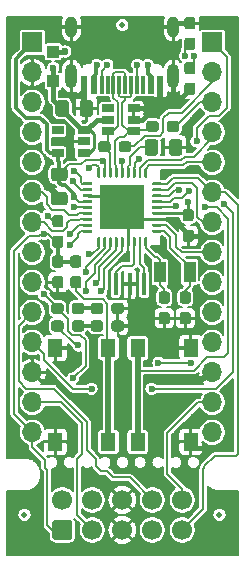
<source format=gtl>
%TF.GenerationSoftware,KiCad,Pcbnew,5.1.8-db9833491~88~ubuntu20.04.1*%
%TF.CreationDate,2021-01-17T10:32:05+01:00*%
%TF.ProjectId,GreenFox,47726565-6e46-46f7-982e-6b696361645f,Rev1*%
%TF.SameCoordinates,PX6d01460PY68c4118*%
%TF.FileFunction,Copper,L1,Top*%
%TF.FilePolarity,Positive*%
%FSLAX46Y46*%
G04 Gerber Fmt 4.6, Leading zero omitted, Abs format (unit mm)*
G04 Created by KiCad (PCBNEW 5.1.8-db9833491~88~ubuntu20.04.1) date 2021-01-17 10:32:05*
%MOMM*%
%LPD*%
G01*
G04 APERTURE LIST*
%TA.AperFunction,SMDPad,CuDef*%
%ADD10C,0.500000*%
%TD*%
%TA.AperFunction,SMDPad,CuDef*%
%ADD11R,1.300000X1.550000*%
%TD*%
%TA.AperFunction,SMDPad,CuDef*%
%ADD12R,1.000000X1.800000*%
%TD*%
%TA.AperFunction,SMDPad,CuDef*%
%ADD13R,0.400000X1.900000*%
%TD*%
%TA.AperFunction,SMDPad,CuDef*%
%ADD14R,3.700000X3.700000*%
%TD*%
%TA.AperFunction,SMDPad,CuDef*%
%ADD15R,1.060000X0.650000*%
%TD*%
%TA.AperFunction,ComponentPad*%
%ADD16O,1.700000X1.700000*%
%TD*%
%TA.AperFunction,ComponentPad*%
%ADD17R,1.700000X1.700000*%
%TD*%
%TA.AperFunction,ComponentPad*%
%ADD18C,1.700000*%
%TD*%
%TA.AperFunction,ComponentPad*%
%ADD19O,1.000000X2.100000*%
%TD*%
%TA.AperFunction,ComponentPad*%
%ADD20O,1.000000X1.800000*%
%TD*%
%TA.AperFunction,SMDPad,CuDef*%
%ADD21R,0.600000X1.500000*%
%TD*%
%TA.AperFunction,SMDPad,CuDef*%
%ADD22R,0.300000X1.500000*%
%TD*%
%TA.AperFunction,SMDPad,CuDef*%
%ADD23R,1.000000X1.000000*%
%TD*%
%TA.AperFunction,ViaPad*%
%ADD24C,0.600000*%
%TD*%
%TA.AperFunction,Conductor*%
%ADD25C,0.254000*%
%TD*%
%TA.AperFunction,Conductor*%
%ADD26C,0.250000*%
%TD*%
%TA.AperFunction,Conductor*%
%ADD27C,0.200000*%
%TD*%
%TA.AperFunction,Conductor*%
%ADD28C,0.400000*%
%TD*%
%TA.AperFunction,Conductor*%
%ADD29C,0.500000*%
%TD*%
%TA.AperFunction,Conductor*%
%ADD30C,0.300000*%
%TD*%
%TA.AperFunction,Conductor*%
%ADD31C,0.100000*%
%TD*%
G04 APERTURE END LIST*
D10*
%TO.P,FID3,*%
%TO.N,*%
X18385000Y3810000D03*
%TD*%
%TO.P,FID2,*%
%TO.N,*%
X1875000Y3810000D03*
%TD*%
%TO.P,FID1,*%
%TO.N,*%
X10160000Y45288200D03*
%TD*%
D11*
%TO.P,SW2,2*%
%TO.N,GND*%
X15966000Y17945000D03*
X15966000Y9995000D03*
%TO.P,SW2,1*%
%TO.N,/BTN_USER*%
X11466000Y17945000D03*
X11466000Y9995000D03*
%TD*%
%TO.P,SW1,2*%
%TO.N,GND*%
X4481000Y9995000D03*
X4481000Y17945000D03*
%TO.P,SW1,1*%
%TO.N,Net-(R7-Pad1)*%
X8981000Y9995000D03*
X8981000Y17945000D03*
%TD*%
%TO.P,R1,2*%
%TO.N,+3V3*%
%TA.AperFunction,SMDPad,CuDef*%
G36*
G01*
X4936500Y28163000D02*
X4461500Y28163000D01*
G75*
G02*
X4224000Y28400500I0J237500D01*
G01*
X4224000Y28975500D01*
G75*
G02*
X4461500Y29213000I237500J0D01*
G01*
X4936500Y29213000D01*
G75*
G02*
X5174000Y28975500I0J-237500D01*
G01*
X5174000Y28400500D01*
G75*
G02*
X4936500Y28163000I-237500J0D01*
G01*
G37*
%TD.AperFunction*%
%TO.P,R1,1*%
%TO.N,/~RESET~*%
%TA.AperFunction,SMDPad,CuDef*%
G36*
G01*
X4936500Y26413000D02*
X4461500Y26413000D01*
G75*
G02*
X4224000Y26650500I0J237500D01*
G01*
X4224000Y27225500D01*
G75*
G02*
X4461500Y27463000I237500J0D01*
G01*
X4936500Y27463000D01*
G75*
G02*
X5174000Y27225500I0J-237500D01*
G01*
X5174000Y26650500D01*
G75*
G02*
X4936500Y26413000I-237500J0D01*
G01*
G37*
%TD.AperFunction*%
%TD*%
%TO.P,C8,2*%
%TO.N,GND*%
%TA.AperFunction,SMDPad,CuDef*%
G36*
G01*
X4461500Y24034000D02*
X4936500Y24034000D01*
G75*
G02*
X5174000Y23796500I0J-237500D01*
G01*
X5174000Y23221500D01*
G75*
G02*
X4936500Y22984000I-237500J0D01*
G01*
X4461500Y22984000D01*
G75*
G02*
X4224000Y23221500I0J237500D01*
G01*
X4224000Y23796500D01*
G75*
G02*
X4461500Y24034000I237500J0D01*
G01*
G37*
%TD.AperFunction*%
%TO.P,C8,1*%
%TO.N,/~RESET~*%
%TA.AperFunction,SMDPad,CuDef*%
G36*
G01*
X4461500Y25784000D02*
X4936500Y25784000D01*
G75*
G02*
X5174000Y25546500I0J-237500D01*
G01*
X5174000Y24971500D01*
G75*
G02*
X4936500Y24734000I-237500J0D01*
G01*
X4461500Y24734000D01*
G75*
G02*
X4224000Y24971500I0J237500D01*
G01*
X4224000Y25546500D01*
G75*
G02*
X4461500Y25784000I237500J0D01*
G01*
G37*
%TD.AperFunction*%
%TD*%
D12*
%TO.P,Y2,2*%
%TO.N,/SOSCO*%
X15855000Y24384000D03*
%TO.P,Y2,1*%
%TO.N,/SOSCI*%
X13355000Y24384000D03*
%TD*%
D13*
%TO.P,Y1,3*%
%TO.N,/OSC2*%
X11995000Y23368000D03*
%TO.P,Y1,2*%
%TO.N,GND*%
X10795000Y23368000D03*
%TO.P,Y1,1*%
%TO.N,/OSC1*%
X9595000Y23368000D03*
%TD*%
D14*
%TO.P,U3,37*%
%TO.N,GND*%
X10160000Y29845000D03*
%TO.P,U3,36*%
%TO.N,/RB1\u005CAN3*%
%TA.AperFunction,SMDPad,CuDef*%
G36*
G01*
X7572500Y27720000D02*
X6872500Y27720000D01*
G75*
G02*
X6810000Y27782500I0J62500D01*
G01*
X6810000Y27907500D01*
G75*
G02*
X6872500Y27970000I62500J0D01*
G01*
X7572500Y27970000D01*
G75*
G02*
X7635000Y27907500I0J-62500D01*
G01*
X7635000Y27782500D01*
G75*
G02*
X7572500Y27720000I-62500J0D01*
G01*
G37*
%TD.AperFunction*%
%TO.P,U3,35*%
%TO.N,/RB0\u005CAN2*%
%TA.AperFunction,SMDPad,CuDef*%
G36*
G01*
X7572500Y28220000D02*
X6872500Y28220000D01*
G75*
G02*
X6810000Y28282500I0J62500D01*
G01*
X6810000Y28407500D01*
G75*
G02*
X6872500Y28470000I62500J0D01*
G01*
X7572500Y28470000D01*
G75*
G02*
X7635000Y28407500I0J-62500D01*
G01*
X7635000Y28282500D01*
G75*
G02*
X7572500Y28220000I-62500J0D01*
G01*
G37*
%TD.AperFunction*%
%TO.P,U3,34*%
%TO.N,/RA1\u005CAN1*%
%TA.AperFunction,SMDPad,CuDef*%
G36*
G01*
X7572500Y28720000D02*
X6872500Y28720000D01*
G75*
G02*
X6810000Y28782500I0J62500D01*
G01*
X6810000Y28907500D01*
G75*
G02*
X6872500Y28970000I62500J0D01*
G01*
X7572500Y28970000D01*
G75*
G02*
X7635000Y28907500I0J-62500D01*
G01*
X7635000Y28782500D01*
G75*
G02*
X7572500Y28720000I-62500J0D01*
G01*
G37*
%TD.AperFunction*%
%TO.P,U3,33*%
%TO.N,/RA0\u005CAN0*%
%TA.AperFunction,SMDPad,CuDef*%
G36*
G01*
X7572500Y29220000D02*
X6872500Y29220000D01*
G75*
G02*
X6810000Y29282500I0J62500D01*
G01*
X6810000Y29407500D01*
G75*
G02*
X6872500Y29470000I62500J0D01*
G01*
X7572500Y29470000D01*
G75*
G02*
X7635000Y29407500I0J-62500D01*
G01*
X7635000Y29282500D01*
G75*
G02*
X7572500Y29220000I-62500J0D01*
G01*
G37*
%TD.AperFunction*%
%TO.P,U3,32*%
%TO.N,/~RESET~*%
%TA.AperFunction,SMDPad,CuDef*%
G36*
G01*
X7572500Y29720000D02*
X6872500Y29720000D01*
G75*
G02*
X6810000Y29782500I0J62500D01*
G01*
X6810000Y29907500D01*
G75*
G02*
X6872500Y29970000I62500J0D01*
G01*
X7572500Y29970000D01*
G75*
G02*
X7635000Y29907500I0J-62500D01*
G01*
X7635000Y29782500D01*
G75*
G02*
X7572500Y29720000I-62500J0D01*
G01*
G37*
%TD.AperFunction*%
%TO.P,U3,31*%
%TO.N,+3V3*%
%TA.AperFunction,SMDPad,CuDef*%
G36*
G01*
X7572500Y30220000D02*
X6872500Y30220000D01*
G75*
G02*
X6810000Y30282500I0J62500D01*
G01*
X6810000Y30407500D01*
G75*
G02*
X6872500Y30470000I62500J0D01*
G01*
X7572500Y30470000D01*
G75*
G02*
X7635000Y30407500I0J-62500D01*
G01*
X7635000Y30282500D01*
G75*
G02*
X7572500Y30220000I-62500J0D01*
G01*
G37*
%TD.AperFunction*%
%TO.P,U3,30*%
%TO.N,GND*%
%TA.AperFunction,SMDPad,CuDef*%
G36*
G01*
X7572500Y30720000D02*
X6872500Y30720000D01*
G75*
G02*
X6810000Y30782500I0J62500D01*
G01*
X6810000Y30907500D01*
G75*
G02*
X6872500Y30970000I62500J0D01*
G01*
X7572500Y30970000D01*
G75*
G02*
X7635000Y30907500I0J-62500D01*
G01*
X7635000Y30782500D01*
G75*
G02*
X7572500Y30720000I-62500J0D01*
G01*
G37*
%TD.AperFunction*%
%TO.P,U3,29*%
%TO.N,/UART1_RX*%
%TA.AperFunction,SMDPad,CuDef*%
G36*
G01*
X7572500Y31220000D02*
X6872500Y31220000D01*
G75*
G02*
X6810000Y31282500I0J62500D01*
G01*
X6810000Y31407500D01*
G75*
G02*
X6872500Y31470000I62500J0D01*
G01*
X7572500Y31470000D01*
G75*
G02*
X7635000Y31407500I0J-62500D01*
G01*
X7635000Y31282500D01*
G75*
G02*
X7572500Y31220000I-62500J0D01*
G01*
G37*
%TD.AperFunction*%
%TO.P,U3,28*%
%TO.N,/UART1_TX*%
%TA.AperFunction,SMDPad,CuDef*%
G36*
G01*
X7572500Y31720000D02*
X6872500Y31720000D01*
G75*
G02*
X6810000Y31782500I0J62500D01*
G01*
X6810000Y31907500D01*
G75*
G02*
X6872500Y31970000I62500J0D01*
G01*
X7572500Y31970000D01*
G75*
G02*
X7635000Y31907500I0J-62500D01*
G01*
X7635000Y31782500D01*
G75*
G02*
X7572500Y31720000I-62500J0D01*
G01*
G37*
%TD.AperFunction*%
%TO.P,U3,27*%
%TO.N,/RB13\u005CAN8*%
%TA.AperFunction,SMDPad,CuDef*%
G36*
G01*
X8222500Y32370000D02*
X8097500Y32370000D01*
G75*
G02*
X8035000Y32432500I0J62500D01*
G01*
X8035000Y33132500D01*
G75*
G02*
X8097500Y33195000I62500J0D01*
G01*
X8222500Y33195000D01*
G75*
G02*
X8285000Y33132500I0J-62500D01*
G01*
X8285000Y32432500D01*
G75*
G02*
X8222500Y32370000I-62500J0D01*
G01*
G37*
%TD.AperFunction*%
%TO.P,U3,26*%
%TO.N,+3V3*%
%TA.AperFunction,SMDPad,CuDef*%
G36*
G01*
X8722500Y32370000D02*
X8597500Y32370000D01*
G75*
G02*
X8535000Y32432500I0J62500D01*
G01*
X8535000Y33132500D01*
G75*
G02*
X8597500Y33195000I62500J0D01*
G01*
X8722500Y33195000D01*
G75*
G02*
X8785000Y33132500I0J-62500D01*
G01*
X8785000Y32432500D01*
G75*
G02*
X8722500Y32370000I-62500J0D01*
G01*
G37*
%TD.AperFunction*%
%TO.P,U3,25*%
%TO.N,/USBDP*%
%TA.AperFunction,SMDPad,CuDef*%
G36*
G01*
X9222500Y32370000D02*
X9097500Y32370000D01*
G75*
G02*
X9035000Y32432500I0J62500D01*
G01*
X9035000Y33132500D01*
G75*
G02*
X9097500Y33195000I62500J0D01*
G01*
X9222500Y33195000D01*
G75*
G02*
X9285000Y33132500I0J-62500D01*
G01*
X9285000Y32432500D01*
G75*
G02*
X9222500Y32370000I-62500J0D01*
G01*
G37*
%TD.AperFunction*%
%TO.P,U3,24*%
%TO.N,/USBDM*%
%TA.AperFunction,SMDPad,CuDef*%
G36*
G01*
X9722500Y32370000D02*
X9597500Y32370000D01*
G75*
G02*
X9535000Y32432500I0J62500D01*
G01*
X9535000Y33132500D01*
G75*
G02*
X9597500Y33195000I62500J0D01*
G01*
X9722500Y33195000D01*
G75*
G02*
X9785000Y33132500I0J-62500D01*
G01*
X9785000Y32432500D01*
G75*
G02*
X9722500Y32370000I-62500J0D01*
G01*
G37*
%TD.AperFunction*%
%TO.P,U3,23*%
%TO.N,+3V3*%
%TA.AperFunction,SMDPad,CuDef*%
G36*
G01*
X10222500Y32370000D02*
X10097500Y32370000D01*
G75*
G02*
X10035000Y32432500I0J62500D01*
G01*
X10035000Y33132500D01*
G75*
G02*
X10097500Y33195000I62500J0D01*
G01*
X10222500Y33195000D01*
G75*
G02*
X10285000Y33132500I0J-62500D01*
G01*
X10285000Y32432500D01*
G75*
G02*
X10222500Y32370000I-62500J0D01*
G01*
G37*
%TD.AperFunction*%
%TO.P,U3,22*%
%TO.N,/VCAP*%
%TA.AperFunction,SMDPad,CuDef*%
G36*
G01*
X10722500Y32370000D02*
X10597500Y32370000D01*
G75*
G02*
X10535000Y32432500I0J62500D01*
G01*
X10535000Y33132500D01*
G75*
G02*
X10597500Y33195000I62500J0D01*
G01*
X10722500Y33195000D01*
G75*
G02*
X10785000Y33132500I0J-62500D01*
G01*
X10785000Y32432500D01*
G75*
G02*
X10722500Y32370000I-62500J0D01*
G01*
G37*
%TD.AperFunction*%
%TO.P,U3,21*%
%TO.N,/TDO\u005CPGEC3*%
%TA.AperFunction,SMDPad,CuDef*%
G36*
G01*
X11222500Y32370000D02*
X11097500Y32370000D01*
G75*
G02*
X11035000Y32432500I0J62500D01*
G01*
X11035000Y33132500D01*
G75*
G02*
X11097500Y33195000I62500J0D01*
G01*
X11222500Y33195000D01*
G75*
G02*
X11285000Y33132500I0J-62500D01*
G01*
X11285000Y32432500D01*
G75*
G02*
X11222500Y32370000I-62500J0D01*
G01*
G37*
%TD.AperFunction*%
%TO.P,U3,20*%
%TO.N,/RC8\u005CAN14*%
%TA.AperFunction,SMDPad,CuDef*%
G36*
G01*
X11722500Y32370000D02*
X11597500Y32370000D01*
G75*
G02*
X11535000Y32432500I0J62500D01*
G01*
X11535000Y33132500D01*
G75*
G02*
X11597500Y33195000I62500J0D01*
G01*
X11722500Y33195000D01*
G75*
G02*
X11785000Y33132500I0J-62500D01*
G01*
X11785000Y32432500D01*
G75*
G02*
X11722500Y32370000I-62500J0D01*
G01*
G37*
%TD.AperFunction*%
%TO.P,U3,19*%
%TO.N,/TMS*%
%TA.AperFunction,SMDPad,CuDef*%
G36*
G01*
X12222500Y32370000D02*
X12097500Y32370000D01*
G75*
G02*
X12035000Y32432500I0J62500D01*
G01*
X12035000Y33132500D01*
G75*
G02*
X12097500Y33195000I62500J0D01*
G01*
X12222500Y33195000D01*
G75*
G02*
X12285000Y33132500I0J-62500D01*
G01*
X12285000Y32432500D01*
G75*
G02*
X12222500Y32370000I-62500J0D01*
G01*
G37*
%TD.AperFunction*%
%TO.P,U3,18*%
%TO.N,/TCK*%
%TA.AperFunction,SMDPad,CuDef*%
G36*
G01*
X13447500Y31720000D02*
X12747500Y31720000D01*
G75*
G02*
X12685000Y31782500I0J62500D01*
G01*
X12685000Y31907500D01*
G75*
G02*
X12747500Y31970000I62500J0D01*
G01*
X13447500Y31970000D01*
G75*
G02*
X13510000Y31907500I0J-62500D01*
G01*
X13510000Y31782500D01*
G75*
G02*
X13447500Y31720000I-62500J0D01*
G01*
G37*
%TD.AperFunction*%
%TO.P,U3,17*%
%TO.N,/RB7*%
%TA.AperFunction,SMDPad,CuDef*%
G36*
G01*
X13447500Y31220000D02*
X12747500Y31220000D01*
G75*
G02*
X12685000Y31282500I0J62500D01*
G01*
X12685000Y31407500D01*
G75*
G02*
X12747500Y31470000I62500J0D01*
G01*
X13447500Y31470000D01*
G75*
G02*
X13510000Y31407500I0J-62500D01*
G01*
X13510000Y31282500D01*
G75*
G02*
X13447500Y31220000I-62500J0D01*
G01*
G37*
%TD.AperFunction*%
%TO.P,U3,16*%
%TO.N,+5V*%
%TA.AperFunction,SMDPad,CuDef*%
G36*
G01*
X13447500Y30720000D02*
X12747500Y30720000D01*
G75*
G02*
X12685000Y30782500I0J62500D01*
G01*
X12685000Y30907500D01*
G75*
G02*
X12747500Y30970000I62500J0D01*
G01*
X13447500Y30970000D01*
G75*
G02*
X13510000Y30907500I0J-62500D01*
G01*
X13510000Y30782500D01*
G75*
G02*
X13447500Y30720000I-62500J0D01*
G01*
G37*
%TD.AperFunction*%
%TO.P,U3,15*%
%TO.N,/PGED3*%
%TA.AperFunction,SMDPad,CuDef*%
G36*
G01*
X13447500Y30220000D02*
X12747500Y30220000D01*
G75*
G02*
X12685000Y30282500I0J62500D01*
G01*
X12685000Y30407500D01*
G75*
G02*
X12747500Y30470000I62500J0D01*
G01*
X13447500Y30470000D01*
G75*
G02*
X13510000Y30407500I0J-62500D01*
G01*
X13510000Y30282500D01*
G75*
G02*
X13447500Y30220000I-62500J0D01*
G01*
G37*
%TD.AperFunction*%
%TO.P,U3,14*%
%TO.N,/BTN_USER*%
%TA.AperFunction,SMDPad,CuDef*%
G36*
G01*
X13447500Y29720000D02*
X12747500Y29720000D01*
G75*
G02*
X12685000Y29782500I0J62500D01*
G01*
X12685000Y29907500D01*
G75*
G02*
X12747500Y29970000I62500J0D01*
G01*
X13447500Y29970000D01*
G75*
G02*
X13510000Y29907500I0J-62500D01*
G01*
X13510000Y29782500D01*
G75*
G02*
X13447500Y29720000I-62500J0D01*
G01*
G37*
%TD.AperFunction*%
%TO.P,U3,13*%
%TO.N,+3V3*%
%TA.AperFunction,SMDPad,CuDef*%
G36*
G01*
X13447500Y29220000D02*
X12747500Y29220000D01*
G75*
G02*
X12685000Y29282500I0J62500D01*
G01*
X12685000Y29407500D01*
G75*
G02*
X12747500Y29470000I62500J0D01*
G01*
X13447500Y29470000D01*
G75*
G02*
X13510000Y29407500I0J-62500D01*
G01*
X13510000Y29282500D01*
G75*
G02*
X13447500Y29220000I-62500J0D01*
G01*
G37*
%TD.AperFunction*%
%TO.P,U3,12*%
%TO.N,GND*%
%TA.AperFunction,SMDPad,CuDef*%
G36*
G01*
X13447500Y28720000D02*
X12747500Y28720000D01*
G75*
G02*
X12685000Y28782500I0J62500D01*
G01*
X12685000Y28907500D01*
G75*
G02*
X12747500Y28970000I62500J0D01*
G01*
X13447500Y28970000D01*
G75*
G02*
X13510000Y28907500I0J-62500D01*
G01*
X13510000Y28782500D01*
G75*
G02*
X13447500Y28720000I-62500J0D01*
G01*
G37*
%TD.AperFunction*%
%TO.P,U3,11*%
%TO.N,/LED_USER*%
%TA.AperFunction,SMDPad,CuDef*%
G36*
G01*
X13447500Y28220000D02*
X12747500Y28220000D01*
G75*
G02*
X12685000Y28282500I0J62500D01*
G01*
X12685000Y28407500D01*
G75*
G02*
X12747500Y28470000I62500J0D01*
G01*
X13447500Y28470000D01*
G75*
G02*
X13510000Y28407500I0J-62500D01*
G01*
X13510000Y28282500D01*
G75*
G02*
X13447500Y28220000I-62500J0D01*
G01*
G37*
%TD.AperFunction*%
%TO.P,U3,10*%
%TO.N,/SOSCO*%
%TA.AperFunction,SMDPad,CuDef*%
G36*
G01*
X13447500Y27720000D02*
X12747500Y27720000D01*
G75*
G02*
X12685000Y27782500I0J62500D01*
G01*
X12685000Y27907500D01*
G75*
G02*
X12747500Y27970000I62500J0D01*
G01*
X13447500Y27970000D01*
G75*
G02*
X13510000Y27907500I0J-62500D01*
G01*
X13510000Y27782500D01*
G75*
G02*
X13447500Y27720000I-62500J0D01*
G01*
G37*
%TD.AperFunction*%
%TO.P,U3,9*%
%TO.N,/SOSCI*%
%TA.AperFunction,SMDPad,CuDef*%
G36*
G01*
X12222500Y26495000D02*
X12097500Y26495000D01*
G75*
G02*
X12035000Y26557500I0J62500D01*
G01*
X12035000Y27257500D01*
G75*
G02*
X12097500Y27320000I62500J0D01*
G01*
X12222500Y27320000D01*
G75*
G02*
X12285000Y27257500I0J-62500D01*
G01*
X12285000Y26557500D01*
G75*
G02*
X12222500Y26495000I-62500J0D01*
G01*
G37*
%TD.AperFunction*%
%TO.P,U3,8*%
%TO.N,/OSC2*%
%TA.AperFunction,SMDPad,CuDef*%
G36*
G01*
X11722500Y26495000D02*
X11597500Y26495000D01*
G75*
G02*
X11535000Y26557500I0J62500D01*
G01*
X11535000Y27257500D01*
G75*
G02*
X11597500Y27320000I62500J0D01*
G01*
X11722500Y27320000D01*
G75*
G02*
X11785000Y27257500I0J-62500D01*
G01*
X11785000Y26557500D01*
G75*
G02*
X11722500Y26495000I-62500J0D01*
G01*
G37*
%TD.AperFunction*%
%TO.P,U3,7*%
%TO.N,/OSC1*%
%TA.AperFunction,SMDPad,CuDef*%
G36*
G01*
X11222500Y26495000D02*
X11097500Y26495000D01*
G75*
G02*
X11035000Y26557500I0J62500D01*
G01*
X11035000Y27257500D01*
G75*
G02*
X11097500Y27320000I62500J0D01*
G01*
X11222500Y27320000D01*
G75*
G02*
X11285000Y27257500I0J-62500D01*
G01*
X11285000Y26557500D01*
G75*
G02*
X11222500Y26495000I-62500J0D01*
G01*
G37*
%TD.AperFunction*%
%TO.P,U3,6*%
%TO.N,GND*%
%TA.AperFunction,SMDPad,CuDef*%
G36*
G01*
X10722500Y26495000D02*
X10597500Y26495000D01*
G75*
G02*
X10535000Y26557500I0J62500D01*
G01*
X10535000Y27257500D01*
G75*
G02*
X10597500Y27320000I62500J0D01*
G01*
X10722500Y27320000D01*
G75*
G02*
X10785000Y27257500I0J-62500D01*
G01*
X10785000Y26557500D01*
G75*
G02*
X10722500Y26495000I-62500J0D01*
G01*
G37*
%TD.AperFunction*%
%TO.P,U3,5*%
%TO.N,/RC2*%
%TA.AperFunction,SMDPad,CuDef*%
G36*
G01*
X10222500Y26495000D02*
X10097500Y26495000D01*
G75*
G02*
X10035000Y26557500I0J62500D01*
G01*
X10035000Y27257500D01*
G75*
G02*
X10097500Y27320000I62500J0D01*
G01*
X10222500Y27320000D01*
G75*
G02*
X10285000Y27257500I0J-62500D01*
G01*
X10285000Y26557500D01*
G75*
G02*
X10222500Y26495000I-62500J0D01*
G01*
G37*
%TD.AperFunction*%
%TO.P,U3,4*%
%TO.N,/RC1\u005CAN13*%
%TA.AperFunction,SMDPad,CuDef*%
G36*
G01*
X9722500Y26495000D02*
X9597500Y26495000D01*
G75*
G02*
X9535000Y26557500I0J62500D01*
G01*
X9535000Y27257500D01*
G75*
G02*
X9597500Y27320000I62500J0D01*
G01*
X9722500Y27320000D01*
G75*
G02*
X9785000Y27257500I0J-62500D01*
G01*
X9785000Y26557500D01*
G75*
G02*
X9722500Y26495000I-62500J0D01*
G01*
G37*
%TD.AperFunction*%
%TO.P,U3,3*%
%TO.N,/RC0\u005CAN12*%
%TA.AperFunction,SMDPad,CuDef*%
G36*
G01*
X9222500Y26495000D02*
X9097500Y26495000D01*
G75*
G02*
X9035000Y26557500I0J62500D01*
G01*
X9035000Y27257500D01*
G75*
G02*
X9097500Y27320000I62500J0D01*
G01*
X9222500Y27320000D01*
G75*
G02*
X9285000Y27257500I0J-62500D01*
G01*
X9285000Y26557500D01*
G75*
G02*
X9222500Y26495000I-62500J0D01*
G01*
G37*
%TD.AperFunction*%
%TO.P,U3,2*%
%TO.N,/TDI*%
%TA.AperFunction,SMDPad,CuDef*%
G36*
G01*
X8722500Y26495000D02*
X8597500Y26495000D01*
G75*
G02*
X8535000Y26557500I0J62500D01*
G01*
X8535000Y27257500D01*
G75*
G02*
X8597500Y27320000I62500J0D01*
G01*
X8722500Y27320000D01*
G75*
G02*
X8785000Y27257500I0J-62500D01*
G01*
X8785000Y26557500D01*
G75*
G02*
X8722500Y26495000I-62500J0D01*
G01*
G37*
%TD.AperFunction*%
%TO.P,U3,1*%
%TO.N,/RB2\u005CAN4*%
%TA.AperFunction,SMDPad,CuDef*%
G36*
G01*
X8222500Y26495000D02*
X8097500Y26495000D01*
G75*
G02*
X8035000Y26557500I0J62500D01*
G01*
X8035000Y27257500D01*
G75*
G02*
X8097500Y27320000I62500J0D01*
G01*
X8222500Y27320000D01*
G75*
G02*
X8285000Y27257500I0J-62500D01*
G01*
X8285000Y26557500D01*
G75*
G02*
X8222500Y26495000I-62500J0D01*
G01*
G37*
%TD.AperFunction*%
%TD*%
D15*
%TO.P,U2,1*%
%TO.N,/USBDM*%
X11133000Y36324500D03*
%TO.P,U2,2*%
%TO.N,GND*%
X11133000Y37274500D03*
%TO.P,U2,3*%
X11133000Y38224500D03*
%TO.P,U2,4*%
%TO.N,N/C*%
X8933000Y38224500D03*
%TO.P,U2,6*%
%TO.N,/USBDP*%
X8933000Y36324500D03*
%TO.P,U2,5*%
%TO.N,+5V*%
X8933000Y37274500D03*
%TD*%
%TO.P,U1,1*%
%TO.N,+5V*%
X6878500Y34483000D03*
%TO.P,U1,2*%
%TO.N,GND*%
X6878500Y35433000D03*
%TO.P,U1,3*%
%TO.N,+5V*%
X6878500Y36383000D03*
%TO.P,U1,4*%
%TO.N,N/C*%
X4678500Y36383000D03*
%TO.P,U1,5*%
%TO.N,+3V3*%
X4678500Y34483000D03*
%TD*%
%TO.P,R9,2*%
%TO.N,/LED_USER*%
%TA.AperFunction,SMDPad,CuDef*%
G36*
G01*
X5188500Y20049500D02*
X5188500Y19574500D01*
G75*
G02*
X4951000Y19337000I-237500J0D01*
G01*
X4376000Y19337000D01*
G75*
G02*
X4138500Y19574500I0J237500D01*
G01*
X4138500Y20049500D01*
G75*
G02*
X4376000Y20287000I237500J0D01*
G01*
X4951000Y20287000D01*
G75*
G02*
X5188500Y20049500I0J-237500D01*
G01*
G37*
%TD.AperFunction*%
%TO.P,R9,1*%
%TO.N,Net-(D3-Pad2)*%
%TA.AperFunction,SMDPad,CuDef*%
G36*
G01*
X6938500Y20049500D02*
X6938500Y19574500D01*
G75*
G02*
X6701000Y19337000I-237500J0D01*
G01*
X6126000Y19337000D01*
G75*
G02*
X5888500Y19574500I0J237500D01*
G01*
X5888500Y20049500D01*
G75*
G02*
X6126000Y20287000I237500J0D01*
G01*
X6701000Y20287000D01*
G75*
G02*
X6938500Y20049500I0J-237500D01*
G01*
G37*
%TD.AperFunction*%
%TD*%
%TO.P,R8,2*%
%TO.N,+3V3*%
%TA.AperFunction,SMDPad,CuDef*%
G36*
G01*
X5188500Y21534500D02*
X5188500Y21059500D01*
G75*
G02*
X4951000Y20822000I-237500J0D01*
G01*
X4376000Y20822000D01*
G75*
G02*
X4138500Y21059500I0J237500D01*
G01*
X4138500Y21534500D01*
G75*
G02*
X4376000Y21772000I237500J0D01*
G01*
X4951000Y21772000D01*
G75*
G02*
X5188500Y21534500I0J-237500D01*
G01*
G37*
%TD.AperFunction*%
%TO.P,R8,1*%
%TO.N,Net-(D2-Pad2)*%
%TA.AperFunction,SMDPad,CuDef*%
G36*
G01*
X6938500Y21534500D02*
X6938500Y21059500D01*
G75*
G02*
X6701000Y20822000I-237500J0D01*
G01*
X6126000Y20822000D01*
G75*
G02*
X5888500Y21059500I0J237500D01*
G01*
X5888500Y21534500D01*
G75*
G02*
X6126000Y21772000I237500J0D01*
G01*
X6701000Y21772000D01*
G75*
G02*
X6938500Y21534500I0J-237500D01*
G01*
G37*
%TD.AperFunction*%
%TD*%
%TO.P,R7,2*%
%TO.N,/~RESET~*%
%TA.AperFunction,SMDPad,CuDef*%
G36*
G01*
X6460500Y24734000D02*
X5985500Y24734000D01*
G75*
G02*
X5748000Y24971500I0J237500D01*
G01*
X5748000Y25546500D01*
G75*
G02*
X5985500Y25784000I237500J0D01*
G01*
X6460500Y25784000D01*
G75*
G02*
X6698000Y25546500I0J-237500D01*
G01*
X6698000Y24971500D01*
G75*
G02*
X6460500Y24734000I-237500J0D01*
G01*
G37*
%TD.AperFunction*%
%TO.P,R7,1*%
%TO.N,Net-(R7-Pad1)*%
%TA.AperFunction,SMDPad,CuDef*%
G36*
G01*
X6460500Y22984000D02*
X5985500Y22984000D01*
G75*
G02*
X5748000Y23221500I0J237500D01*
G01*
X5748000Y23796500D01*
G75*
G02*
X5985500Y24034000I237500J0D01*
G01*
X6460500Y24034000D01*
G75*
G02*
X6698000Y23796500I0J-237500D01*
G01*
X6698000Y23221500D01*
G75*
G02*
X6460500Y22984000I-237500J0D01*
G01*
G37*
%TD.AperFunction*%
%TD*%
%TO.P,R5,2*%
%TO.N,/USBDP*%
%TA.AperFunction,SMDPad,CuDef*%
G36*
G01*
X9175000Y35226000D02*
X9175000Y34751000D01*
G75*
G02*
X8937500Y34513500I-237500J0D01*
G01*
X8362500Y34513500D01*
G75*
G02*
X8125000Y34751000I0J237500D01*
G01*
X8125000Y35226000D01*
G75*
G02*
X8362500Y35463500I237500J0D01*
G01*
X8937500Y35463500D01*
G75*
G02*
X9175000Y35226000I0J-237500D01*
G01*
G37*
%TD.AperFunction*%
%TO.P,R5,1*%
%TO.N,/RB11*%
%TA.AperFunction,SMDPad,CuDef*%
G36*
G01*
X10925000Y35226000D02*
X10925000Y34751000D01*
G75*
G02*
X10687500Y34513500I-237500J0D01*
G01*
X10112500Y34513500D01*
G75*
G02*
X9875000Y34751000I0J237500D01*
G01*
X9875000Y35226000D01*
G75*
G02*
X10112500Y35463500I237500J0D01*
G01*
X10687500Y35463500D01*
G75*
G02*
X10925000Y35226000I0J-237500D01*
G01*
G37*
%TD.AperFunction*%
%TD*%
%TO.P,R4,2*%
%TO.N,/USBDM*%
%TA.AperFunction,SMDPad,CuDef*%
G36*
G01*
X13239000Y36940500D02*
X13239000Y36465500D01*
G75*
G02*
X13001500Y36228000I-237500J0D01*
G01*
X12426500Y36228000D01*
G75*
G02*
X12189000Y36465500I0J237500D01*
G01*
X12189000Y36940500D01*
G75*
G02*
X12426500Y37178000I237500J0D01*
G01*
X13001500Y37178000D01*
G75*
G02*
X13239000Y36940500I0J-237500D01*
G01*
G37*
%TD.AperFunction*%
%TO.P,R4,1*%
%TO.N,/RB10*%
%TA.AperFunction,SMDPad,CuDef*%
G36*
G01*
X14989000Y36940500D02*
X14989000Y36465500D01*
G75*
G02*
X14751500Y36228000I-237500J0D01*
G01*
X14176500Y36228000D01*
G75*
G02*
X13939000Y36465500I0J237500D01*
G01*
X13939000Y36940500D01*
G75*
G02*
X14176500Y37178000I237500J0D01*
G01*
X14751500Y37178000D01*
G75*
G02*
X14989000Y36940500I0J-237500D01*
G01*
G37*
%TD.AperFunction*%
%TD*%
%TO.P,R3,2*%
%TO.N,Net-(J1-PadB5)*%
%TA.AperFunction,SMDPad,CuDef*%
G36*
G01*
X15637500Y44227000D02*
X16112500Y44227000D01*
G75*
G02*
X16350000Y43989500I0J-237500D01*
G01*
X16350000Y43414500D01*
G75*
G02*
X16112500Y43177000I-237500J0D01*
G01*
X15637500Y43177000D01*
G75*
G02*
X15400000Y43414500I0J237500D01*
G01*
X15400000Y43989500D01*
G75*
G02*
X15637500Y44227000I237500J0D01*
G01*
G37*
%TD.AperFunction*%
%TO.P,R3,1*%
%TO.N,GND*%
%TA.AperFunction,SMDPad,CuDef*%
G36*
G01*
X15637500Y45977000D02*
X16112500Y45977000D01*
G75*
G02*
X16350000Y45739500I0J-237500D01*
G01*
X16350000Y45164500D01*
G75*
G02*
X16112500Y44927000I-237500J0D01*
G01*
X15637500Y44927000D01*
G75*
G02*
X15400000Y45164500I0J237500D01*
G01*
X15400000Y45739500D01*
G75*
G02*
X15637500Y45977000I237500J0D01*
G01*
G37*
%TD.AperFunction*%
%TD*%
%TO.P,R2,2*%
%TO.N,Net-(J1-PadA5)*%
%TA.AperFunction,SMDPad,CuDef*%
G36*
G01*
X16112500Y41117000D02*
X15637500Y41117000D01*
G75*
G02*
X15400000Y41354500I0J237500D01*
G01*
X15400000Y41929500D01*
G75*
G02*
X15637500Y42167000I237500J0D01*
G01*
X16112500Y42167000D01*
G75*
G02*
X16350000Y41929500I0J-237500D01*
G01*
X16350000Y41354500D01*
G75*
G02*
X16112500Y41117000I-237500J0D01*
G01*
G37*
%TD.AperFunction*%
%TO.P,R2,1*%
%TO.N,GND*%
%TA.AperFunction,SMDPad,CuDef*%
G36*
G01*
X16112500Y39367000D02*
X15637500Y39367000D01*
G75*
G02*
X15400000Y39604500I0J237500D01*
G01*
X15400000Y40179500D01*
G75*
G02*
X15637500Y40417000I237500J0D01*
G01*
X16112500Y40417000D01*
G75*
G02*
X16350000Y40179500I0J-237500D01*
G01*
X16350000Y39604500D01*
G75*
G02*
X16112500Y39367000I-237500J0D01*
G01*
G37*
%TD.AperFunction*%
%TD*%
D16*
%TO.P,J5,14*%
%TO.N,/RB2\u005CAN4*%
X17780000Y10795000D03*
%TO.P,J5,13*%
%TO.N,/TDI*%
X17780000Y13335000D03*
%TO.P,J5,12*%
%TO.N,GND*%
X17780000Y15875000D03*
%TO.P,J5,11*%
%TO.N,/RC0\u005CAN12*%
X17780000Y18415000D03*
%TO.P,J5,10*%
%TO.N,/RC1\u005CAN13*%
X17780000Y20955000D03*
%TO.P,J5,9*%
%TO.N,/RC2*%
X17780000Y23495000D03*
%TO.P,J5,8*%
%TO.N,/LED_USER*%
X17780000Y26035000D03*
%TO.P,J5,7*%
%TO.N,/RB7*%
X17780000Y28575000D03*
%TO.P,J5,6*%
%TO.N,/TCK*%
X17780000Y31115000D03*
%TO.P,J5,5*%
%TO.N,/TMS*%
X17780000Y33655000D03*
%TO.P,J5,4*%
%TO.N,/RC8\u005CAN14*%
X17780000Y36195000D03*
%TO.P,J5,3*%
%TO.N,/RB10*%
X17780000Y38735000D03*
%TO.P,J5,2*%
%TO.N,/RB11*%
X17780000Y41275000D03*
D17*
%TO.P,J5,1*%
%TO.N,+5V*%
X17780000Y43815000D03*
%TD*%
D16*
%TO.P,J3,14*%
%TO.N,/~RESET~*%
X2540000Y10795000D03*
%TO.P,J3,13*%
%TO.N,+3V3*%
X2540000Y13335000D03*
%TO.P,J3,12*%
%TO.N,GND*%
X2540000Y15875000D03*
%TO.P,J3,11*%
%TO.N,/PGED3*%
X2540000Y18415000D03*
%TO.P,J3,10*%
%TO.N,/TDO\u005CPGEC3*%
X2540000Y20955000D03*
%TO.P,J3,9*%
%TO.N,/RB1\u005CAN3*%
X2540000Y23495000D03*
%TO.P,J3,8*%
%TO.N,/RB0\u005CAN2*%
X2540000Y26035000D03*
%TO.P,J3,7*%
%TO.N,/RA1\u005CAN1*%
X2540000Y28575000D03*
%TO.P,J3,6*%
%TO.N,/RA0\u005CAN0*%
X2540000Y31115000D03*
%TO.P,J3,5*%
%TO.N,/UART1_RX*%
X2540000Y33655000D03*
%TO.P,J3,4*%
%TO.N,/UART1_TX*%
X2540000Y36195000D03*
%TO.P,J3,3*%
%TO.N,/RB13\u005CAN8*%
X2540000Y38735000D03*
%TO.P,J3,2*%
%TO.N,GND*%
X2540000Y41275000D03*
D17*
%TO.P,J3,1*%
%TO.N,+3V3*%
X2540000Y43815000D03*
%TD*%
D18*
%TO.P,J2,10*%
%TO.N,/TDI*%
X15240000Y5080000D03*
%TO.P,J2,8*%
%TO.N,/TDO\u005CPGEC3*%
X12700000Y5080000D03*
%TO.P,J2,6*%
%TO.N,GND*%
X10160000Y5080000D03*
%TO.P,J2,4*%
%TO.N,/UART1_RX*%
X7620000Y5080000D03*
%TO.P,J2,2*%
%TO.N,/UART1_TX*%
X5080000Y5080000D03*
%TO.P,J2,9*%
%TO.N,/TCK*%
X15240000Y2540000D03*
%TO.P,J2,7*%
%TO.N,/TMS*%
X12700000Y2540000D03*
%TO.P,J2,5*%
%TO.N,GND*%
X10160000Y2540000D03*
%TO.P,J2,3*%
%TO.N,+3V3*%
X7620000Y2540000D03*
%TO.P,J2,1*%
%TO.N,/~RESET~*%
%TA.AperFunction,ComponentPad*%
G36*
G01*
X5680000Y1690000D02*
X4480000Y1690000D01*
G75*
G02*
X4230000Y1940000I0J250000D01*
G01*
X4230000Y3140000D01*
G75*
G02*
X4480000Y3390000I250000J0D01*
G01*
X5680000Y3390000D01*
G75*
G02*
X5930000Y3140000I0J-250000D01*
G01*
X5930000Y1940000D01*
G75*
G02*
X5680000Y1690000I-250000J0D01*
G01*
G37*
%TD.AperFunction*%
%TD*%
D19*
%TO.P,J1,S1*%
%TO.N,GND*%
X14480000Y40976600D03*
X5840000Y40976600D03*
D20*
X14480000Y45126600D03*
X5840000Y45126600D03*
D21*
%TO.P,J1,A4*%
%TO.N,Net-(D1-Pad2)*%
X12560000Y40226600D03*
%TO.P,J1,A1*%
%TO.N,GND*%
X13360000Y40226600D03*
%TO.P,J1,A4*%
%TO.N,Net-(D1-Pad2)*%
X7760000Y40226600D03*
%TO.P,J1,A1*%
%TO.N,GND*%
X6960000Y40226600D03*
D22*
%TO.P,J1,A6*%
%TO.N,/USBDP*%
X10410000Y40226600D03*
%TO.P,J1,A7*%
%TO.N,/USBDM*%
X9910000Y40226600D03*
%TO.P,J1,B7*%
X10910000Y40226600D03*
%TO.P,J1,B6*%
%TO.N,/USBDP*%
X9410000Y40226600D03*
%TO.P,J1,A5*%
%TO.N,Net-(J1-PadA5)*%
X11410000Y40226600D03*
%TO.P,J1,A8*%
%TO.N,N/C*%
X8910000Y40226600D03*
%TO.P,J1,B8*%
X11910000Y40226600D03*
%TO.P,J1,B5*%
%TO.N,Net-(J1-PadB5)*%
X8410000Y40226600D03*
%TD*%
%TO.P,D3,2*%
%TO.N,Net-(D3-Pad2)*%
%TA.AperFunction,SMDPad,CuDef*%
G36*
G01*
X8540500Y20049500D02*
X8540500Y19574500D01*
G75*
G02*
X8303000Y19337000I-237500J0D01*
G01*
X7728000Y19337000D01*
G75*
G02*
X7490500Y19574500I0J237500D01*
G01*
X7490500Y20049500D01*
G75*
G02*
X7728000Y20287000I237500J0D01*
G01*
X8303000Y20287000D01*
G75*
G02*
X8540500Y20049500I0J-237500D01*
G01*
G37*
%TD.AperFunction*%
%TO.P,D3,1*%
%TO.N,GND*%
%TA.AperFunction,SMDPad,CuDef*%
G36*
G01*
X10290500Y20049500D02*
X10290500Y19574500D01*
G75*
G02*
X10053000Y19337000I-237500J0D01*
G01*
X9478000Y19337000D01*
G75*
G02*
X9240500Y19574500I0J237500D01*
G01*
X9240500Y20049500D01*
G75*
G02*
X9478000Y20287000I237500J0D01*
G01*
X10053000Y20287000D01*
G75*
G02*
X10290500Y20049500I0J-237500D01*
G01*
G37*
%TD.AperFunction*%
%TD*%
%TO.P,D2,2*%
%TO.N,Net-(D2-Pad2)*%
%TA.AperFunction,SMDPad,CuDef*%
G36*
G01*
X8540500Y21534500D02*
X8540500Y21059500D01*
G75*
G02*
X8303000Y20822000I-237500J0D01*
G01*
X7728000Y20822000D01*
G75*
G02*
X7490500Y21059500I0J237500D01*
G01*
X7490500Y21534500D01*
G75*
G02*
X7728000Y21772000I237500J0D01*
G01*
X8303000Y21772000D01*
G75*
G02*
X8540500Y21534500I0J-237500D01*
G01*
G37*
%TD.AperFunction*%
%TO.P,D2,1*%
%TO.N,GND*%
%TA.AperFunction,SMDPad,CuDef*%
G36*
G01*
X10290500Y21534500D02*
X10290500Y21059500D01*
G75*
G02*
X10053000Y20822000I-237500J0D01*
G01*
X9478000Y20822000D01*
G75*
G02*
X9240500Y21059500I0J237500D01*
G01*
X9240500Y21534500D01*
G75*
G02*
X9478000Y21772000I237500J0D01*
G01*
X10053000Y21772000D01*
G75*
G02*
X10290500Y21534500I0J-237500D01*
G01*
G37*
%TD.AperFunction*%
%TD*%
D23*
%TO.P,D1,2*%
%TO.N,Net-(D1-Pad2)*%
X4318000Y43033000D03*
%TO.P,D1,1*%
%TO.N,+5V*%
X4318000Y40533000D03*
%TD*%
%TO.P,C7,2*%
%TO.N,GND*%
%TA.AperFunction,SMDPad,CuDef*%
G36*
G01*
X14102500Y34474999D02*
X14102500Y35375001D01*
G75*
G02*
X14352499Y35625000I249999J0D01*
G01*
X15002501Y35625000D01*
G75*
G02*
X15252500Y35375001I0J-249999D01*
G01*
X15252500Y34474999D01*
G75*
G02*
X15002501Y34225000I-249999J0D01*
G01*
X14352499Y34225000D01*
G75*
G02*
X14102500Y34474999I0J249999D01*
G01*
G37*
%TD.AperFunction*%
%TO.P,C7,1*%
%TO.N,/VCAP*%
%TA.AperFunction,SMDPad,CuDef*%
G36*
G01*
X12052500Y34474999D02*
X12052500Y35375001D01*
G75*
G02*
X12302499Y35625000I249999J0D01*
G01*
X12952501Y35625000D01*
G75*
G02*
X13202500Y35375001I0J-249999D01*
G01*
X13202500Y34474999D01*
G75*
G02*
X12952501Y34225000I-249999J0D01*
G01*
X12302499Y34225000D01*
G75*
G02*
X12052500Y34474999I0J249999D01*
G01*
G37*
%TD.AperFunction*%
%TD*%
%TO.P,C6,2*%
%TO.N,GND*%
%TA.AperFunction,SMDPad,CuDef*%
G36*
G01*
X15256500Y20986000D02*
X15731500Y20986000D01*
G75*
G02*
X15969000Y20748500I0J-237500D01*
G01*
X15969000Y20173500D01*
G75*
G02*
X15731500Y19936000I-237500J0D01*
G01*
X15256500Y19936000D01*
G75*
G02*
X15019000Y20173500I0J237500D01*
G01*
X15019000Y20748500D01*
G75*
G02*
X15256500Y20986000I237500J0D01*
G01*
G37*
%TD.AperFunction*%
%TO.P,C6,1*%
%TO.N,/SOSCO*%
%TA.AperFunction,SMDPad,CuDef*%
G36*
G01*
X15256500Y22736000D02*
X15731500Y22736000D01*
G75*
G02*
X15969000Y22498500I0J-237500D01*
G01*
X15969000Y21923500D01*
G75*
G02*
X15731500Y21686000I-237500J0D01*
G01*
X15256500Y21686000D01*
G75*
G02*
X15019000Y21923500I0J237500D01*
G01*
X15019000Y22498500D01*
G75*
G02*
X15256500Y22736000I237500J0D01*
G01*
G37*
%TD.AperFunction*%
%TD*%
%TO.P,C5,2*%
%TO.N,GND*%
%TA.AperFunction,SMDPad,CuDef*%
G36*
G01*
X15510500Y27971000D02*
X15985500Y27971000D01*
G75*
G02*
X16223000Y27733500I0J-237500D01*
G01*
X16223000Y27158500D01*
G75*
G02*
X15985500Y26921000I-237500J0D01*
G01*
X15510500Y26921000D01*
G75*
G02*
X15273000Y27158500I0J237500D01*
G01*
X15273000Y27733500D01*
G75*
G02*
X15510500Y27971000I237500J0D01*
G01*
G37*
%TD.AperFunction*%
%TO.P,C5,1*%
%TO.N,+3V3*%
%TA.AperFunction,SMDPad,CuDef*%
G36*
G01*
X15510500Y29721000D02*
X15985500Y29721000D01*
G75*
G02*
X16223000Y29483500I0J-237500D01*
G01*
X16223000Y28908500D01*
G75*
G02*
X15985500Y28671000I-237500J0D01*
G01*
X15510500Y28671000D01*
G75*
G02*
X15273000Y28908500I0J237500D01*
G01*
X15273000Y29483500D01*
G75*
G02*
X15510500Y29721000I237500J0D01*
G01*
G37*
%TD.AperFunction*%
%TD*%
%TO.P,C4,2*%
%TO.N,GND*%
%TA.AperFunction,SMDPad,CuDef*%
G36*
G01*
X4375999Y31173000D02*
X5276001Y31173000D01*
G75*
G02*
X5526000Y30923001I0J-249999D01*
G01*
X5526000Y30272999D01*
G75*
G02*
X5276001Y30023000I-249999J0D01*
G01*
X4375999Y30023000D01*
G75*
G02*
X4126000Y30272999I0J249999D01*
G01*
X4126000Y30923001D01*
G75*
G02*
X4375999Y31173000I249999J0D01*
G01*
G37*
%TD.AperFunction*%
%TO.P,C4,1*%
%TO.N,+3V3*%
%TA.AperFunction,SMDPad,CuDef*%
G36*
G01*
X4375999Y33223000D02*
X5276001Y33223000D01*
G75*
G02*
X5526000Y32973001I0J-249999D01*
G01*
X5526000Y32322999D01*
G75*
G02*
X5276001Y32073000I-249999J0D01*
G01*
X4375999Y32073000D01*
G75*
G02*
X4126000Y32322999I0J249999D01*
G01*
X4126000Y32973001D01*
G75*
G02*
X4375999Y33223000I249999J0D01*
G01*
G37*
%TD.AperFunction*%
%TD*%
%TO.P,C3,2*%
%TO.N,GND*%
%TA.AperFunction,SMDPad,CuDef*%
G36*
G01*
X13478500Y20986000D02*
X13953500Y20986000D01*
G75*
G02*
X14191000Y20748500I0J-237500D01*
G01*
X14191000Y20173500D01*
G75*
G02*
X13953500Y19936000I-237500J0D01*
G01*
X13478500Y19936000D01*
G75*
G02*
X13241000Y20173500I0J237500D01*
G01*
X13241000Y20748500D01*
G75*
G02*
X13478500Y20986000I237500J0D01*
G01*
G37*
%TD.AperFunction*%
%TO.P,C3,1*%
%TO.N,/SOSCI*%
%TA.AperFunction,SMDPad,CuDef*%
G36*
G01*
X13478500Y22736000D02*
X13953500Y22736000D01*
G75*
G02*
X14191000Y22498500I0J-237500D01*
G01*
X14191000Y21923500D01*
G75*
G02*
X13953500Y21686000I-237500J0D01*
G01*
X13478500Y21686000D01*
G75*
G02*
X13241000Y21923500I0J237500D01*
G01*
X13241000Y22498500D01*
G75*
G02*
X13478500Y22736000I237500J0D01*
G01*
G37*
%TD.AperFunction*%
%TD*%
%TO.P,C1,2*%
%TO.N,GND*%
%TA.AperFunction,SMDPad,CuDef*%
G36*
G01*
X6546000Y37776999D02*
X6546000Y38677001D01*
G75*
G02*
X6795999Y38927000I249999J0D01*
G01*
X7446001Y38927000D01*
G75*
G02*
X7696000Y38677001I0J-249999D01*
G01*
X7696000Y37776999D01*
G75*
G02*
X7446001Y37527000I-249999J0D01*
G01*
X6795999Y37527000D01*
G75*
G02*
X6546000Y37776999I0J249999D01*
G01*
G37*
%TD.AperFunction*%
%TO.P,C1,1*%
%TO.N,+5V*%
%TA.AperFunction,SMDPad,CuDef*%
G36*
G01*
X4496000Y37776999D02*
X4496000Y38677001D01*
G75*
G02*
X4745999Y38927000I249999J0D01*
G01*
X5396001Y38927000D01*
G75*
G02*
X5646000Y38677001I0J-249999D01*
G01*
X5646000Y37776999D01*
G75*
G02*
X5396001Y37527000I-249999J0D01*
G01*
X4745999Y37527000D01*
G75*
G02*
X4496000Y37776999I0J249999D01*
G01*
G37*
%TD.AperFunction*%
%TD*%
D24*
%TO.N,GND*%
X11684000Y31369000D03*
X10477500Y25590500D03*
X14732000Y28575000D03*
X10160000Y29845000D03*
X10985500Y21717000D03*
X11938000Y21717000D03*
X11430000Y20955000D03*
X10604500Y42037000D03*
X19685000Y45720000D03*
X762000Y9017000D03*
X635000Y45720000D03*
X13970000Y18669000D03*
X14605000Y18034000D03*
X12573000Y20955000D03*
X16573500Y22606000D03*
X6032500Y39306500D03*
X15875000Y34798000D03*
X5715000Y35433000D03*
X4762500Y22352000D03*
X1841500Y24765000D03*
X13843000Y32702500D03*
X4381500Y11620500D03*
X4889500Y16510000D03*
X16319500Y15303500D03*
X13017500Y15303500D03*
X3810000Y31750000D03*
X3492500Y32575500D03*
X4445000Y35433000D03*
X5715000Y36195000D03*
X3683000Y26797000D03*
X3937000Y38227000D03*
X5080000Y39497000D03*
X12319000Y37782500D03*
X12319000Y38925500D03*
X14480000Y38864000D03*
X13335000Y38290500D03*
X15875000Y33083500D03*
X15748000Y36195000D03*
X16129000Y37211000D03*
X18732500Y34861500D03*
X19685000Y32943800D03*
X635000Y37719000D03*
X635000Y36512500D03*
X4927600Y8585200D03*
X4508500Y6604000D03*
X3048000Y5778500D03*
X3048000Y4572000D03*
X5715000Y6604000D03*
X5778500Y10414000D03*
X10223500Y17462500D03*
X7747000Y17462500D03*
X7747000Y16319500D03*
X10223500Y16319500D03*
X13779500Y25908000D03*
X14605000Y22987000D03*
X16891000Y27305000D03*
X17018000Y24765000D03*
X17272000Y45720000D03*
X13208000Y45720000D03*
X11176000Y45720000D03*
X9144000Y45720000D03*
X7112000Y45720000D03*
X3048000Y45720000D03*
X19685000Y635000D03*
X19685000Y5588000D03*
X635000Y635000D03*
X635000Y5588000D03*
X17272000Y9461500D03*
X15544800Y6985000D03*
X16256000Y12065000D03*
X14541500Y13589000D03*
X12382500Y11493500D03*
X10223500Y11366500D03*
X10223500Y9906000D03*
X10922000Y7683500D03*
X8128000Y11430000D03*
X4064000Y15176500D03*
X8128000Y13462000D03*
X12319000Y16700500D03*
X18478500Y27305000D03*
X18351500Y24765000D03*
X19240500Y9461500D03*
X19240500Y12065000D03*
X19240500Y14605000D03*
X5461000Y22352000D03*
X8636000Y31369000D03*
X8636000Y28321000D03*
X11684000Y28321000D03*
X5778500Y34163000D03*
X9779000Y42037000D03*
X12319000Y25336500D03*
X12763500Y22923500D03*
X1595120Y21930360D03*
X3492500Y19748500D03*
X19685000Y33909000D03*
X19685000Y36703000D03*
X19685000Y38862000D03*
X19685000Y41402000D03*
X19685000Y43688000D03*
X635000Y34798000D03*
X635000Y44132500D03*
X6985000Y6604000D03*
X8255000Y6604000D03*
X7810500Y9715500D03*
X14605000Y9969500D03*
%TO.N,+5V*%
X14986000Y31326010D03*
X4318000Y41656000D03*
X16446500Y35433000D03*
%TO.N,+3V3*%
X8559989Y33782000D03*
X6096000Y30734000D03*
X10160000Y33782000D03*
X3858180Y29155269D03*
X5969000Y15367000D03*
X15747996Y30289500D03*
X3492500Y22479000D03*
%TO.N,Net-(D1-Pad2)*%
X8001000Y41910000D03*
X12319000Y41910000D03*
X5334000Y43053000D03*
%TO.N,Net-(J1-PadB5)*%
X8890000Y41910000D03*
X15455997Y42672000D03*
%TO.N,Net-(J1-PadA5)*%
X11430000Y41910000D03*
X16256000Y42672000D03*
%TO.N,/TDI*%
X7070057Y24364105D03*
%TO.N,/UART1_RX*%
X6027294Y32095944D03*
%TO.N,/UART1_TX*%
X6096000Y32893000D03*
%TO.N,/~RESET~*%
X6096000Y29845000D03*
X3556000Y27622500D03*
%TO.N,/RB2\u005CAN4*%
X7325636Y25884864D03*
%TO.N,/PGED3*%
X15781183Y31238342D03*
X12636500Y14478000D03*
X7556500Y14478000D03*
X18767490Y30136037D03*
%TO.N,/LED_USER*%
X13223990Y16700500D03*
X15938500Y16669966D03*
X6448500Y18161000D03*
%TO.N,/RC2*%
X8382000Y22733000D03*
%TO.N,/RC1\u005CAN13*%
X7937500Y23431496D03*
%TO.N,/RC0\u005CAN12*%
X7112000Y22733002D03*
%TO.N,/TDO\u005CPGEC3*%
X11535539Y33931750D03*
%TO.N,/RB1\u005CAN3*%
X5715000Y26670000D03*
%TO.N,/RB0\u005CAN2*%
X5721305Y27576620D03*
%TO.N,/RB13\u005CAN8*%
X7381120Y33225620D03*
%TO.N,/BTN_USER*%
X14732000Y29972000D03*
X17145000Y29845002D03*
%TD*%
D25*
%TO.N,GND*%
X11160000Y28845000D02*
X10160000Y29845000D01*
D26*
X13097500Y28845000D02*
X11160000Y28845000D01*
D25*
X14335000Y28845000D02*
X14605000Y28575000D01*
D26*
X13097500Y28845000D02*
X14335000Y28845000D01*
D25*
X15353000Y27827000D02*
X14605000Y28575000D01*
X15748000Y27827000D02*
X15353000Y27827000D01*
X9160000Y30845000D02*
X10160000Y29845000D01*
D26*
X7222500Y30845000D02*
X9160000Y30845000D01*
D25*
X10660000Y29345000D02*
X10160000Y29845000D01*
D26*
X10660000Y26907500D02*
X10660000Y29345000D01*
D27*
X10795000Y22218000D02*
X10795000Y23368000D01*
X10694999Y22117999D02*
X10795000Y22218000D01*
X9154999Y22117999D02*
X10694999Y22117999D01*
D28*
X14805400Y45452000D02*
X14480000Y45126600D01*
X15875000Y45452000D02*
X14805400Y45452000D01*
X14480000Y40976600D02*
X14480000Y38864000D01*
X15875000Y39892000D02*
X15875000Y39878000D01*
X15875000Y39878000D02*
X14922500Y38925500D01*
D29*
X6960000Y38388000D02*
X7121000Y38227000D01*
X6960000Y40226600D02*
X6960000Y38388000D01*
X6960000Y40226600D02*
X6960000Y39662500D01*
X13360000Y40226600D02*
X13360000Y38887000D01*
X4826000Y30598000D02*
X4826000Y30607000D01*
X4826000Y30734000D02*
X3810000Y31750000D01*
X4826000Y30598000D02*
X4826000Y30734000D01*
D28*
X14480000Y38864000D02*
X14480000Y38864000D01*
X11811000Y37274500D02*
X12319000Y37782500D01*
X11133000Y37274500D02*
X11811000Y37274500D01*
X11877000Y38224500D02*
X12319000Y37782500D01*
X11133000Y38224500D02*
X11877000Y38224500D01*
D30*
X3238500Y15176500D02*
X2540000Y15875000D01*
X4064000Y15176500D02*
X3238500Y15176500D01*
D27*
X9765500Y19812000D02*
X9765500Y19127000D01*
X10223500Y18669000D02*
X10223500Y17462500D01*
X9765500Y19127000D02*
X10223500Y18669000D01*
X4762500Y22352000D02*
X4635500Y22479000D01*
X4380502Y22479000D02*
X3780501Y23079001D01*
X4635500Y22479000D02*
X4380502Y22479000D01*
X3780501Y23079001D02*
X3683000Y23079001D01*
D29*
X6604000Y39306500D02*
X6032500Y39306500D01*
X6960000Y39662500D02*
X6604000Y39306500D01*
X16954500Y15303500D02*
X16319500Y15303500D01*
X17526000Y15875000D02*
X16954500Y15303500D01*
X17780000Y15875000D02*
X17526000Y15875000D01*
D28*
X16499500Y9461500D02*
X15966000Y9995000D01*
X17272000Y9461500D02*
X16499500Y9461500D01*
X15748000Y27559000D02*
X14732000Y28575000D01*
X15748000Y27446000D02*
X15748000Y27559000D01*
X16750000Y27446000D02*
X16891000Y27305000D01*
X15748000Y27446000D02*
X16750000Y27446000D01*
D27*
%TO.N,+5V*%
X13097500Y30845000D02*
X14137542Y30845000D01*
X14618552Y31326010D02*
X14986000Y31326010D01*
X14137542Y30845000D02*
X14618552Y31326010D01*
D28*
X4318000Y40533000D02*
X4318000Y41656000D01*
X4318000Y38980000D02*
X5071000Y38227000D01*
X4318000Y40533000D02*
X4318000Y38980000D01*
X5071000Y38227000D02*
X5352000Y38227000D01*
D25*
X7372102Y34483000D02*
X6878500Y34483000D01*
X7735501Y36079499D02*
X7735501Y34846399D01*
X7432000Y36383000D02*
X7735501Y36079499D01*
X7735501Y34846399D02*
X7372102Y34483000D01*
X6878500Y36383000D02*
X7432000Y36383000D01*
D28*
X7109500Y36383000D02*
X6878500Y36383000D01*
X8001000Y37274500D02*
X7109500Y36383000D01*
X8933000Y37274500D02*
X8001000Y37274500D01*
X6758900Y36383000D02*
X6878500Y36383000D01*
X5071000Y38070900D02*
X6758900Y36383000D01*
X5071000Y38227000D02*
X5071000Y38070900D01*
D27*
X16446500Y36563502D02*
X16446500Y35433000D01*
X17467997Y37584999D02*
X16446500Y36563502D01*
X19050000Y38302998D02*
X18332001Y37584999D01*
X19050000Y42545000D02*
X19050000Y38302998D01*
X18332001Y37584999D02*
X17467997Y37584999D01*
X17780000Y43815000D02*
X19050000Y42545000D01*
%TO.N,/SOSCI*%
X13355000Y23284500D02*
X13716000Y22923500D01*
X13355000Y24384000D02*
X13355000Y23284500D01*
X13716000Y22923500D02*
X13716000Y22211000D01*
X13355000Y25380000D02*
X13355000Y24384000D01*
X13081000Y25654000D02*
X13355000Y25380000D01*
X12890500Y25654000D02*
X13081000Y25654000D01*
X12160000Y26384500D02*
X12890500Y25654000D01*
X12160000Y26907500D02*
X12160000Y26384500D01*
D25*
%TO.N,+3V3*%
X15516000Y29345000D02*
X15748000Y29577000D01*
X13097500Y29345000D02*
X15516000Y29345000D01*
D27*
X8660000Y33681989D02*
X8559989Y33782000D01*
X8660000Y32782500D02*
X8660000Y33681989D01*
X6485000Y30345000D02*
X6096000Y30734000D01*
X7222500Y30345000D02*
X6485000Y30345000D01*
X10160000Y32782500D02*
X10160000Y33782000D01*
X4325449Y28688000D02*
X3858180Y29155269D01*
X4699000Y28688000D02*
X4325449Y28688000D01*
D30*
X4678500Y32795500D02*
X4826000Y32648000D01*
X4678500Y33762044D02*
X4774022Y33666522D01*
X4678500Y34483000D02*
X4678500Y33762044D01*
X3998000Y34483000D02*
X4678500Y34483000D01*
X2540000Y43815000D02*
X1143000Y42418000D01*
X1143000Y38281998D02*
X1979997Y37445001D01*
X1143000Y38544500D02*
X1143000Y38281998D01*
X1143000Y42418000D02*
X1143000Y38544500D01*
X1979997Y37445001D02*
X3194999Y37445001D01*
X3194999Y37445001D02*
X3746500Y36893500D01*
X3746500Y34734500D02*
X3998000Y34483000D01*
X3746500Y36893500D02*
X3746500Y34734500D01*
X4774022Y32699978D02*
X4774022Y33666522D01*
X4826000Y32648000D02*
X4774022Y32699978D01*
X6096000Y30951546D02*
X6096000Y30734000D01*
X5297546Y31750000D02*
X6096000Y30951546D01*
X5016500Y31750000D02*
X5297546Y31750000D01*
X4826000Y31940500D02*
X5016500Y31750000D01*
X4826000Y32648000D02*
X4826000Y31940500D01*
D25*
X15748000Y30289496D02*
X15747996Y30289500D01*
X15748000Y29196000D02*
X15748000Y30289496D01*
D27*
X5671001Y33493001D02*
X4826000Y32648000D01*
X6701501Y33493001D02*
X5671001Y33493001D01*
X7066499Y33857999D02*
X6701501Y33493001D01*
X8483990Y33857999D02*
X7066499Y33857999D01*
X8559989Y33782000D02*
X8483990Y33857999D01*
X7048500Y18605500D02*
X6617010Y19036990D01*
X5588490Y20383010D02*
X3492500Y22479000D01*
X6617010Y19036990D02*
X5903354Y19036990D01*
X5903354Y19036990D02*
X5588490Y19351854D01*
X5588490Y19351854D02*
X5588490Y20383010D01*
X5969000Y15367000D02*
X7048500Y16446500D01*
X7048500Y16446500D02*
X7048500Y18605500D01*
X4953000Y13335000D02*
X2540000Y13335000D01*
X6731000Y11557000D02*
X4953000Y13335000D01*
X6731000Y8953500D02*
X6731000Y11557000D01*
X6350000Y8572500D02*
X6731000Y8953500D01*
X6350000Y3810000D02*
X6350000Y8572500D01*
X7620000Y2540000D02*
X6350000Y3810000D01*
%TO.N,/VCAP*%
X10795000Y34079213D02*
X11640787Y34925000D01*
X10795000Y33464500D02*
X10795000Y34079213D01*
X10660000Y33329500D02*
X10795000Y33464500D01*
X10660000Y32782500D02*
X10660000Y33329500D01*
X11640787Y34925000D02*
X12627500Y34925000D01*
D30*
%TO.N,Net-(D1-Pad2)*%
X7945001Y41854001D02*
X8001000Y41910000D01*
X7945001Y41152599D02*
X7945001Y41854001D01*
X7760000Y40967598D02*
X7945001Y41152599D01*
X7760000Y40226600D02*
X7760000Y40967598D01*
X12374999Y41854001D02*
X12319000Y41910000D01*
X12374999Y41152599D02*
X12374999Y41854001D01*
X12560000Y40967598D02*
X12374999Y41152599D01*
X12560000Y40226600D02*
X12560000Y40967598D01*
D28*
X5314000Y43033000D02*
X5334000Y43053000D01*
X4318000Y43033000D02*
X5314000Y43033000D01*
D30*
%TO.N,Net-(D2-Pad2)*%
X6223000Y21297000D02*
X7825000Y21297000D01*
%TO.N,Net-(D3-Pad2)*%
X6223000Y19812000D02*
X7825000Y19812000D01*
D27*
%TO.N,Net-(J1-PadB5)*%
X8410000Y41430000D02*
X8890000Y41910000D01*
X8410000Y40226600D02*
X8410000Y41430000D01*
X15455997Y43282997D02*
X15875000Y43702000D01*
X15455997Y42672000D02*
X15455997Y43282997D01*
%TO.N,Net-(J1-PadA5)*%
X11410000Y41890000D02*
X11430000Y41910000D01*
X11410000Y40226600D02*
X11410000Y41890000D01*
X16256000Y42023000D02*
X15875000Y41642000D01*
X16256000Y42672000D02*
X16256000Y42023000D01*
D25*
%TO.N,/USBDP*%
X10414000Y40222600D02*
X10410000Y40226600D01*
D27*
X9160000Y32909000D02*
X9159989Y32909011D01*
X9160000Y32782500D02*
X9160000Y32909000D01*
X9410000Y41166602D02*
X9410000Y40226600D01*
X10300001Y41276601D02*
X9519999Y41276601D01*
X9519999Y41276601D02*
X9410000Y41166602D01*
X10410000Y41166602D02*
X10300001Y41276601D01*
X10410000Y40226600D02*
X10410000Y41166602D01*
X9410000Y39142502D02*
X9763001Y38789501D01*
X9410000Y40226600D02*
X9410000Y39142502D01*
X9378002Y36324500D02*
X8933000Y36324500D01*
X9763001Y36709499D02*
X9378002Y36324500D01*
X9763001Y38789501D02*
X9763001Y36709499D01*
X8933000Y35271500D02*
X8650000Y34988500D01*
X8933000Y36324500D02*
X8933000Y35271500D01*
X9159990Y34478510D02*
X8650000Y34988500D01*
X9159990Y32782510D02*
X9159990Y34478510D01*
X9160000Y32782500D02*
X9159990Y32782510D01*
%TO.N,/USBDM*%
X12399000Y36388000D02*
X12714000Y36703000D01*
X11133000Y36388000D02*
X12399000Y36388000D01*
X10831844Y36388000D02*
X11133000Y36388000D01*
X10270854Y35827010D02*
X10831844Y36388000D01*
X9559999Y35497155D02*
X9889854Y35827010D01*
X9559999Y33493999D02*
X9559999Y35497155D01*
X9660000Y33393998D02*
X9559999Y33493999D01*
X9889854Y35827010D02*
X10270854Y35827010D01*
X9660000Y32782500D02*
X9660000Y33393998D01*
X9910000Y39286598D02*
X9910000Y40226600D01*
X10019999Y39176599D02*
X9910000Y39286598D01*
X10910000Y39276600D02*
X10809999Y39176599D01*
X10910000Y40226600D02*
X10910000Y39276600D01*
X10416901Y39176599D02*
X10416901Y38928401D01*
X10809999Y39176599D02*
X10416901Y39176599D01*
X10416901Y39176599D02*
X10019999Y39176599D01*
X10416901Y38928401D02*
X10163011Y38674511D01*
X10687998Y36324500D02*
X11133000Y36324500D01*
X10163011Y36849487D02*
X10687998Y36324500D01*
X10163011Y38674511D02*
X10163011Y36849487D01*
%TO.N,/TDI*%
X7070057Y24780755D02*
X7070057Y24364105D01*
X8660000Y26370698D02*
X7070057Y24780755D01*
X8660000Y26907500D02*
X8660000Y26370698D01*
X15240000Y6032500D02*
X15240000Y5080000D01*
X13970000Y7302500D02*
X15240000Y6032500D01*
X13970000Y10727081D02*
X13970000Y7302500D01*
X16577919Y13335000D02*
X13970000Y10727081D01*
X17780000Y13335000D02*
X16577919Y13335000D01*
%TO.N,/UART1_RX*%
X6027294Y32009206D02*
X6027294Y32095944D01*
X6691500Y31345000D02*
X6027294Y32009206D01*
X7222500Y31345000D02*
X6691500Y31345000D01*
%TO.N,/UART1_TX*%
X6174500Y32893000D02*
X6096000Y32893000D01*
X7222500Y31845000D02*
X6757198Y31845000D01*
X6643250Y31958948D02*
X6643250Y32424250D01*
X6757198Y31845000D02*
X6643250Y31958948D01*
X6643250Y32424250D02*
X6174500Y32893000D01*
%TO.N,/TCK*%
X14443270Y32326020D02*
X16568980Y32326020D01*
X13962250Y31845000D02*
X14443270Y32326020D01*
X16568980Y32326020D02*
X17780000Y31115000D01*
X13097500Y31845000D02*
X13962250Y31845000D01*
X18859500Y31115000D02*
X17780000Y31115000D01*
X19919990Y30054510D02*
X18859500Y31115000D01*
X19919990Y8934490D02*
X19919990Y30054510D01*
X19783499Y8797999D02*
X19919990Y8934490D01*
X17094200Y7924800D02*
X17967399Y8797999D01*
X16992600Y7668718D02*
X17094200Y7770318D01*
X16992600Y4333574D02*
X16992600Y7668718D01*
X17013087Y4313087D02*
X16992600Y4333574D01*
X17967399Y8797999D02*
X19783499Y8797999D01*
X15240000Y2540000D02*
X17013087Y4313087D01*
X17094200Y7770318D02*
X17094200Y7924800D01*
%TO.N,/TMS*%
X17700511Y33734489D02*
X17780000Y33655000D01*
X15613768Y33734489D02*
X17700511Y33734489D01*
X15280279Y33401000D02*
X15613768Y33734489D01*
X12446000Y33401000D02*
X15280279Y33401000D01*
X12160000Y33115000D02*
X12446000Y33401000D01*
X12160000Y32782500D02*
X12160000Y33115000D01*
D30*
%TO.N,/~RESET~*%
X6223000Y25259000D02*
X4699000Y25259000D01*
X4699000Y26938000D02*
X4699000Y25259000D01*
D27*
X7222500Y29845000D02*
X6096000Y29845000D01*
X3289502Y27622500D02*
X3556000Y27622500D01*
X3092001Y27424999D02*
X3289502Y27622500D01*
X2227997Y27424999D02*
X3092001Y27424999D01*
X989989Y26186991D02*
X2227997Y27424999D01*
X989989Y12345011D02*
X989989Y26186991D01*
X2540000Y10795000D02*
X989989Y12345011D01*
X3873500Y27622500D02*
X3556000Y27622500D01*
X4558000Y26938000D02*
X3873500Y27622500D01*
X4699000Y26938000D02*
X4558000Y26938000D01*
X2540000Y9525000D02*
X2540000Y10795000D01*
X3628999Y8436001D02*
X2540000Y9525000D01*
X3628999Y7801001D02*
X3628999Y8436001D01*
X3810000Y7620000D02*
X3628999Y7801001D01*
X4191000Y2540000D02*
X3810000Y2921000D01*
X3810000Y2921000D02*
X3810000Y7620000D01*
X5080000Y2540000D02*
X4191000Y2540000D01*
%TO.N,/RB7*%
X14071844Y31345000D02*
X13097500Y31345000D01*
X16079990Y31926010D02*
X14652854Y31926010D01*
X16523010Y31482990D02*
X16079990Y31926010D01*
X14652854Y31926010D02*
X14071844Y31345000D01*
X17018000Y28575000D02*
X16523010Y29069990D01*
X17780000Y28575000D02*
X17018000Y28575000D01*
X16523010Y29069990D02*
X16523010Y31482990D01*
%TO.N,/RB2\u005CAN4*%
X8160000Y26907500D02*
X8160000Y26436396D01*
X7608468Y25884864D02*
X7325636Y25884864D01*
X8160000Y26436396D02*
X7608468Y25884864D01*
%TO.N,/PGED3*%
X15258420Y30715580D02*
X15781183Y31238342D01*
X15222151Y30679311D02*
X15258420Y30715580D01*
X14537552Y30679311D02*
X15222151Y30679311D01*
X14203241Y30345000D02*
X14537552Y30679311D01*
X13097500Y30345000D02*
X14203241Y30345000D01*
X18092003Y14485001D02*
X19519980Y15912978D01*
X19519980Y15912978D02*
X19519980Y29383547D01*
X19519980Y29383547D02*
X18767490Y30136037D01*
X12636500Y14478000D02*
X12643501Y14485001D01*
X12643501Y14485001D02*
X18092003Y14485001D01*
X5982998Y14478000D02*
X7556500Y14478000D01*
X3530999Y16929999D02*
X5982998Y14478000D01*
X3530999Y17424001D02*
X3530999Y16929999D01*
X2540000Y18415000D02*
X3530999Y17424001D01*
%TO.N,/LED_USER*%
X13223990Y16700500D02*
X15907966Y16700500D01*
X15907966Y16700500D02*
X15938500Y16669966D01*
X4663500Y19711146D02*
X4663500Y19812000D01*
X6213646Y18161000D02*
X4663500Y19711146D01*
X6448500Y18161000D02*
X6213646Y18161000D01*
X15176500Y26035000D02*
X17780000Y26035000D01*
X14678010Y26533490D02*
X15176500Y26035000D01*
X14678010Y27493057D02*
X14678010Y26533490D01*
X13826066Y28345000D02*
X14678010Y27493057D01*
X13097500Y28345000D02*
X13826066Y28345000D01*
%TO.N,/RC2*%
X10160000Y26907500D02*
X10160000Y26173600D01*
X10160000Y26173600D02*
X8616990Y24630590D01*
X8616990Y24630590D02*
X8616990Y22948311D01*
X8382000Y22713321D02*
X8616990Y22948311D01*
X8382000Y22606000D02*
X8382000Y22713321D01*
%TO.N,/RC1\u005CAN13*%
X8216981Y23710977D02*
X7937500Y23431496D01*
X8216981Y24796281D02*
X8216981Y23710977D01*
X9660000Y26907500D02*
X9660000Y26239300D01*
X9660000Y26239300D02*
X8216981Y24796281D01*
%TO.N,/RC0\u005CAN12*%
X7816970Y24262474D02*
X7112000Y23557504D01*
X7816970Y24961970D02*
X7816970Y24262474D01*
X7112000Y23557504D02*
X7112000Y22733002D01*
X9160000Y26907500D02*
X9160000Y26305000D01*
X9160000Y26305000D02*
X7816970Y24961970D01*
%TO.N,/TDO\u005CPGEC3*%
X11195011Y33591222D02*
X11535539Y33931750D01*
X11195011Y33298812D02*
X11195011Y33591222D01*
X11160000Y33263801D02*
X11195011Y33298812D01*
X11160000Y32782500D02*
X11160000Y33263801D01*
X8890000Y7493000D02*
X9398000Y6985000D01*
X8382000Y7493000D02*
X8890000Y7493000D01*
X7937500Y8509000D02*
X7937500Y7937500D01*
X7175500Y9271000D02*
X7937500Y8509000D01*
X7175500Y11684000D02*
X7175500Y9271000D01*
X10795000Y6985000D02*
X12700000Y5080000D01*
X9398000Y6985000D02*
X10795000Y6985000D01*
X4374499Y14485001D02*
X7175500Y11684000D01*
X2024999Y14485001D02*
X4374499Y14485001D01*
X1389999Y15120001D02*
X2024999Y14485001D01*
X1389999Y19804999D02*
X1389999Y15120001D01*
X7937500Y7937500D02*
X8382000Y7493000D01*
X2540000Y20955000D02*
X1389999Y19804999D01*
%TO.N,/RB1\u005CAN3*%
X6413500Y27368500D02*
X5715000Y26670000D01*
X6699500Y27845000D02*
X6413500Y27559000D01*
X6413500Y27559000D02*
X6413500Y27368500D01*
X7222500Y27845000D02*
X6699500Y27845000D01*
%TO.N,/RB0\u005CAN2*%
X6446675Y28301990D02*
X5721305Y27576620D01*
X6489685Y28345000D02*
X6446675Y28301990D01*
X7222500Y28345000D02*
X6489685Y28345000D01*
%TO.N,/RA1\u005CAN1*%
X5474010Y28177854D02*
X5159146Y27862990D01*
X4238854Y27862990D02*
X3526844Y28575000D01*
X5159146Y27862990D02*
X4238854Y27862990D01*
X5474010Y28524510D02*
X5474010Y28177854D01*
X3526844Y28575000D02*
X2540000Y28575000D01*
X5715000Y28765500D02*
X5474010Y28524510D01*
X6477000Y28765500D02*
X5715000Y28765500D01*
X6556500Y28845000D02*
X6477000Y28765500D01*
X7222500Y28845000D02*
X6556500Y28845000D01*
%TO.N,/RA0\u005CAN0*%
X3365500Y31115000D02*
X2540000Y31115000D01*
X3746500Y30734000D02*
X3365500Y31115000D01*
X3746500Y30099000D02*
X3746500Y30734000D01*
X4191000Y29654500D02*
X3746500Y30099000D01*
X5207000Y29654500D02*
X4191000Y29654500D01*
X5663354Y29198146D02*
X5207000Y29654500D01*
X6484002Y29345000D02*
X6337148Y29198146D01*
X6337148Y29198146D02*
X5663354Y29198146D01*
X7222500Y29345000D02*
X6484002Y29345000D01*
%TO.N,/RB13\u005CAN8*%
X8160000Y32782500D02*
X8160000Y33242000D01*
X8160000Y33242000D02*
X7956510Y33445490D01*
X7956510Y33445490D02*
X7600990Y33445490D01*
X7600990Y33445490D02*
X7381120Y33225620D01*
%TO.N,/RC8\u005CAN14*%
X12297832Y33845500D02*
X11660000Y33207668D01*
X15445179Y34134499D02*
X15156180Y33845500D01*
X16227499Y34134499D02*
X15445179Y34134499D01*
X17780000Y35687000D02*
X16227499Y34134499D01*
X11660000Y33207668D02*
X11660000Y32782500D01*
X15156180Y33845500D02*
X12297832Y33845500D01*
X17780000Y36195000D02*
X17780000Y35687000D01*
%TO.N,/RB10*%
X14732000Y36703000D02*
X14464000Y36703000D01*
X16764000Y38735000D02*
X14732000Y36703000D01*
X17780000Y38735000D02*
X16764000Y38735000D01*
%TO.N,/RB11*%
X11176000Y35052000D02*
X10400000Y35052000D01*
X12051990Y35927990D02*
X11176000Y35052000D01*
X13638990Y36242854D02*
X13324126Y35927990D01*
X13324126Y35927990D02*
X12051990Y35927990D01*
X14097000Y37846000D02*
X13638990Y37387990D01*
X13638990Y37387990D02*
X13638990Y36242854D01*
X15188998Y37846000D02*
X14097000Y37846000D01*
X17780000Y40437002D02*
X15188998Y37846000D01*
X17780000Y41275000D02*
X17780000Y40437002D01*
%TO.N,/OSC2*%
X11995000Y24708000D02*
X11995000Y23495000D01*
X11660000Y25043000D02*
X11995000Y24708000D01*
X11660000Y26907500D02*
X11660000Y25043000D01*
%TO.N,/SOSCO*%
X15855000Y22572000D02*
X15494000Y22211000D01*
X15494000Y22211000D02*
X15494000Y22796500D01*
X15855000Y23157500D02*
X15855000Y24384000D01*
X15494000Y22796500D02*
X15855000Y23157500D01*
X14224000Y26416000D02*
X15855000Y24785000D01*
X14224000Y27305000D02*
X14224000Y26416000D01*
X15855000Y24785000D02*
X15855000Y24384000D01*
X13684000Y27845000D02*
X14224000Y27305000D01*
X13097500Y27845000D02*
X13684000Y27845000D01*
D29*
%TO.N,Net-(R7-Pad1)*%
X8981000Y9995000D02*
X8981000Y17945000D01*
D27*
X8749990Y18176010D02*
X8981000Y17945000D01*
X8890000Y18036000D02*
X8981000Y17945000D01*
X8525646Y22072010D02*
X8890000Y21707656D01*
X8890000Y21707656D02*
X8890000Y18036000D01*
X6884990Y22072010D02*
X8525646Y22072010D01*
X6223000Y22734000D02*
X6884990Y22072010D01*
X6223000Y23509000D02*
X6223000Y22734000D01*
%TO.N,/BTN_USER*%
X14605000Y29845000D02*
X14732000Y29972000D01*
X13097500Y29845000D02*
X14605000Y29845000D01*
D29*
X11466000Y15585000D02*
X11466000Y9995000D01*
D27*
X16226502Y16036998D02*
X11467002Y16036998D01*
X11467002Y16036998D02*
X11466000Y16038000D01*
X17334504Y17145000D02*
X16226502Y16036998D01*
X19113500Y17526000D02*
X18732500Y17145000D01*
X19113500Y28898272D02*
X19113500Y17526000D01*
X18166770Y29845002D02*
X19113500Y28898272D01*
X17145000Y29845002D02*
X18166770Y29845002D01*
X18732500Y17145000D02*
X17334504Y17145000D01*
D29*
X11466000Y16038000D02*
X11466000Y15585000D01*
X11466000Y17945000D02*
X11466000Y16038000D01*
D27*
%TO.N,/OSC1*%
X11160000Y25066500D02*
X11160000Y26907500D01*
X10096500Y24892000D02*
X10985500Y24892000D01*
X10985500Y24892000D02*
X11160000Y25066500D01*
X9595000Y24390500D02*
X10096500Y24892000D01*
X9595000Y23495000D02*
X9595000Y24390500D01*
%TD*%
%TO.N,GND*%
X5027643Y45917209D02*
X4967048Y45751221D01*
X4940000Y45576600D01*
X4940000Y45176600D01*
X5790000Y45176600D01*
X5790000Y45196600D01*
X5890000Y45196600D01*
X5890000Y45176600D01*
X6740000Y45176600D01*
X6740000Y45347295D01*
X9560000Y45347295D01*
X9560000Y45229105D01*
X9583058Y45113186D01*
X9628287Y45003993D01*
X9693950Y44905722D01*
X9777522Y44822150D01*
X9875793Y44756487D01*
X9984986Y44711258D01*
X10100905Y44688200D01*
X10219095Y44688200D01*
X10335014Y44711258D01*
X10444207Y44756487D01*
X10542478Y44822150D01*
X10626050Y44905722D01*
X10691713Y45003993D01*
X10721787Y45076600D01*
X13580000Y45076600D01*
X13580000Y44676600D01*
X13607048Y44501979D01*
X13667643Y44335991D01*
X13759456Y44185013D01*
X13878959Y44054848D01*
X14021560Y43950498D01*
X14181779Y43875973D01*
X14290042Y43846875D01*
X14430000Y43928164D01*
X14430000Y45076600D01*
X13580000Y45076600D01*
X10721787Y45076600D01*
X10736942Y45113186D01*
X10760000Y45229105D01*
X10760000Y45347295D01*
X10736942Y45463214D01*
X10691713Y45572407D01*
X10626050Y45670678D01*
X10542478Y45754250D01*
X10444207Y45819913D01*
X10335014Y45865142D01*
X10219095Y45888200D01*
X10100905Y45888200D01*
X9984986Y45865142D01*
X9875793Y45819913D01*
X9777522Y45754250D01*
X9693950Y45670678D01*
X9628287Y45572407D01*
X9583058Y45463214D01*
X9560000Y45347295D01*
X6740000Y45347295D01*
X6740000Y45576600D01*
X6712952Y45751221D01*
X6652357Y45917209D01*
X6629375Y45955000D01*
X13690625Y45955000D01*
X13667643Y45917209D01*
X13607048Y45751221D01*
X13580000Y45576600D01*
X13580000Y45176600D01*
X14430000Y45176600D01*
X14430000Y45196600D01*
X14530000Y45196600D01*
X14530000Y45176600D01*
X14550000Y45176600D01*
X14550000Y45076600D01*
X14530000Y45076600D01*
X14530000Y43928164D01*
X14669958Y43846875D01*
X14778221Y43875973D01*
X14938440Y43950498D01*
X15081041Y44054848D01*
X15107863Y44084063D01*
X15098549Y43989500D01*
X15098549Y43462799D01*
X15084658Y43436811D01*
X15061785Y43361410D01*
X15054062Y43282997D01*
X15055998Y43263341D01*
X15055998Y43120529D01*
X14989947Y43054478D01*
X14924284Y42956207D01*
X14879055Y42847014D01*
X14855997Y42731095D01*
X14855997Y42612905D01*
X14879055Y42496986D01*
X14924284Y42387793D01*
X14989947Y42289522D01*
X15073519Y42205950D01*
X15149840Y42154954D01*
X15139574Y42135748D01*
X15139311Y42134883D01*
X15081041Y42198352D01*
X14938440Y42302702D01*
X14778221Y42377227D01*
X14669958Y42406325D01*
X14530000Y42325036D01*
X14530000Y41026600D01*
X14550000Y41026600D01*
X14550000Y40926600D01*
X14530000Y40926600D01*
X14530000Y39628164D01*
X14669958Y39546875D01*
X14778221Y39575973D01*
X14938440Y39650498D01*
X14999759Y39695369D01*
X14998065Y39367000D01*
X15005788Y39288586D01*
X15028660Y39213186D01*
X15065803Y39143697D01*
X15115789Y39082789D01*
X15176697Y39032803D01*
X15246186Y38995660D01*
X15321586Y38972788D01*
X15400000Y38965065D01*
X15725000Y38967000D01*
X15824998Y39066998D01*
X15824998Y39047685D01*
X15023313Y38246000D01*
X14116646Y38246000D01*
X14097000Y38247935D01*
X14077353Y38246000D01*
X14018586Y38240212D01*
X13943186Y38217340D01*
X13892544Y38190271D01*
X13873697Y38180197D01*
X13828049Y38142735D01*
X13828047Y38142733D01*
X13812789Y38130211D01*
X13800267Y38114953D01*
X13370042Y37684727D01*
X13354779Y37672201D01*
X13304793Y37611292D01*
X13267650Y37541803D01*
X13254818Y37499500D01*
X13244778Y37466403D01*
X13240308Y37421022D01*
X13207748Y37438426D01*
X13106644Y37469095D01*
X13001500Y37479451D01*
X12426500Y37479451D01*
X12321356Y37469095D01*
X12220252Y37438426D01*
X12127075Y37388621D01*
X12048945Y37324502D01*
X11963002Y37324502D01*
X12063000Y37424500D01*
X12064935Y37599500D01*
X12057212Y37677914D01*
X12035497Y37749500D01*
X12057212Y37821086D01*
X12064935Y37899500D01*
X12063000Y38074500D01*
X11963000Y38174500D01*
X11183000Y38174500D01*
X11183000Y37324500D01*
X11203000Y37324500D01*
X11203000Y37224500D01*
X11183000Y37224500D01*
X11183000Y37204500D01*
X11083000Y37204500D01*
X11083000Y37224500D01*
X11063000Y37224500D01*
X11063000Y37324500D01*
X11083000Y37324500D01*
X11083000Y38174500D01*
X11063000Y38174500D01*
X11063000Y38274500D01*
X11083000Y38274500D01*
X11083000Y38294500D01*
X11183000Y38294500D01*
X11183000Y38274500D01*
X11963000Y38274500D01*
X12063000Y38374500D01*
X12064935Y38549500D01*
X12057212Y38627914D01*
X12034340Y38703314D01*
X11997197Y38772803D01*
X11947211Y38833711D01*
X11886303Y38883697D01*
X11816814Y38920840D01*
X11741414Y38943712D01*
X11663000Y38951435D01*
X11283000Y38949500D01*
X11183002Y38849502D01*
X11183002Y38949500D01*
X11148585Y38949500D01*
X11178948Y38979863D01*
X11194211Y38992389D01*
X11244197Y39053297D01*
X11281340Y39122786D01*
X11297224Y39175149D01*
X11560000Y39175149D01*
X11618810Y39180941D01*
X11660000Y39193436D01*
X11701190Y39180941D01*
X11760000Y39175149D01*
X12060000Y39175149D01*
X12118810Y39180941D01*
X12160000Y39193436D01*
X12201190Y39180941D01*
X12260000Y39175149D01*
X12796796Y39175149D01*
X12836697Y39142403D01*
X12906186Y39105260D01*
X12981586Y39082388D01*
X13060000Y39074665D01*
X13210000Y39076600D01*
X13310000Y39176600D01*
X13310000Y40176600D01*
X13290000Y40176600D01*
X13290000Y40276600D01*
X13310000Y40276600D01*
X13310000Y40296600D01*
X13410000Y40296600D01*
X13410000Y40276600D01*
X13430000Y40276600D01*
X13430000Y40176600D01*
X13410000Y40176600D01*
X13410000Y39176600D01*
X13510000Y39076600D01*
X13660000Y39074665D01*
X13738414Y39082388D01*
X13813814Y39105260D01*
X13883303Y39142403D01*
X13944211Y39192389D01*
X13994197Y39253297D01*
X14031340Y39322786D01*
X14054212Y39398186D01*
X14061935Y39476600D01*
X14061434Y39631951D01*
X14181779Y39575973D01*
X14290042Y39546875D01*
X14430000Y39628164D01*
X14430000Y40926600D01*
X14410000Y40926600D01*
X14410000Y41026600D01*
X14430000Y41026600D01*
X14430000Y42325036D01*
X14290042Y42406325D01*
X14181779Y42377227D01*
X14021560Y42302702D01*
X13878959Y42198352D01*
X13759456Y42068187D01*
X13667643Y41917209D01*
X13609716Y41758529D01*
X13603868Y41772648D01*
X13535469Y41875014D01*
X13448414Y41962069D01*
X13346048Y42030468D01*
X13232306Y42077581D01*
X13111557Y42101600D01*
X12988443Y42101600D01*
X12896289Y42083269D01*
X12895942Y42085014D01*
X12850713Y42194207D01*
X12785050Y42292478D01*
X12701478Y42376050D01*
X12603207Y42441713D01*
X12494014Y42486942D01*
X12378095Y42510000D01*
X12259905Y42510000D01*
X12143986Y42486942D01*
X12034793Y42441713D01*
X11936522Y42376050D01*
X11874500Y42314028D01*
X11812478Y42376050D01*
X11714207Y42441713D01*
X11605014Y42486942D01*
X11489095Y42510000D01*
X11370905Y42510000D01*
X11254986Y42486942D01*
X11145793Y42441713D01*
X11047522Y42376050D01*
X10963950Y42292478D01*
X10898287Y42194207D01*
X10853058Y42085014D01*
X10830000Y41969095D01*
X10830000Y41850905D01*
X10853058Y41734986D01*
X10898287Y41625793D01*
X10963950Y41527522D01*
X11010001Y41481471D01*
X11010001Y41278051D01*
X10794191Y41278051D01*
X10781340Y41320416D01*
X10744197Y41389905D01*
X10694211Y41450813D01*
X10678948Y41463339D01*
X10596738Y41545549D01*
X10584212Y41560812D01*
X10523304Y41610798D01*
X10453815Y41647941D01*
X10378415Y41670813D01*
X10319648Y41676601D01*
X10319647Y41676601D01*
X10300001Y41678536D01*
X10280355Y41676601D01*
X9539634Y41676601D01*
X9519998Y41678535D01*
X9500362Y41676601D01*
X9500352Y41676601D01*
X9441585Y41670813D01*
X9440185Y41670388D01*
X9466942Y41734986D01*
X9490000Y41850905D01*
X9490000Y41969095D01*
X9466942Y42085014D01*
X9421713Y42194207D01*
X9356050Y42292478D01*
X9272478Y42376050D01*
X9174207Y42441713D01*
X9065014Y42486942D01*
X8949095Y42510000D01*
X8830905Y42510000D01*
X8714986Y42486942D01*
X8605793Y42441713D01*
X8507522Y42376050D01*
X8445500Y42314028D01*
X8383478Y42376050D01*
X8285207Y42441713D01*
X8176014Y42486942D01*
X8060095Y42510000D01*
X7941905Y42510000D01*
X7825986Y42486942D01*
X7716793Y42441713D01*
X7618522Y42376050D01*
X7534950Y42292478D01*
X7469287Y42194207D01*
X7424058Y42085014D01*
X7423711Y42083269D01*
X7331557Y42101600D01*
X7208443Y42101600D01*
X7087694Y42077581D01*
X6973952Y42030468D01*
X6871586Y41962069D01*
X6784531Y41875014D01*
X6716132Y41772648D01*
X6710284Y41758529D01*
X6652357Y41917209D01*
X6560544Y42068187D01*
X6441041Y42198352D01*
X6298440Y42302702D01*
X6138221Y42377227D01*
X6029958Y42406325D01*
X5890000Y42325036D01*
X5890000Y41026600D01*
X5910000Y41026600D01*
X5910000Y40926600D01*
X5890000Y40926600D01*
X5890000Y39628164D01*
X6029958Y39546875D01*
X6138221Y39575973D01*
X6258566Y39631951D01*
X6258065Y39476600D01*
X6265788Y39398186D01*
X6288660Y39322786D01*
X6321921Y39260560D01*
X6261789Y39211211D01*
X6211803Y39150303D01*
X6174660Y39080814D01*
X6151788Y39005414D01*
X6144065Y38927000D01*
X6146000Y38377000D01*
X6246000Y38277000D01*
X7071000Y38277000D01*
X7071000Y38297000D01*
X7171000Y38297000D01*
X7171000Y38277000D01*
X7996000Y38277000D01*
X8096000Y38377000D01*
X8097935Y38927000D01*
X8090212Y39005414D01*
X8067340Y39080814D01*
X8030197Y39150303D01*
X8009806Y39175149D01*
X8060000Y39175149D01*
X8118810Y39180941D01*
X8160000Y39193436D01*
X8201190Y39180941D01*
X8260000Y39175149D01*
X8560000Y39175149D01*
X8618810Y39180941D01*
X8660000Y39193436D01*
X8701190Y39180941D01*
X8760000Y39175149D01*
X9010001Y39175149D01*
X9010001Y39162158D01*
X9008065Y39142502D01*
X9015788Y39064089D01*
X9038661Y38988688D01*
X9075803Y38919200D01*
X9113265Y38873552D01*
X9113268Y38873549D01*
X9125790Y38858291D01*
X9134734Y38850951D01*
X8403000Y38850951D01*
X8344190Y38845159D01*
X8287640Y38828004D01*
X8235523Y38800147D01*
X8189842Y38762658D01*
X8152353Y38716977D01*
X8124496Y38664860D01*
X8107341Y38608310D01*
X8101549Y38549500D01*
X8101549Y37899500D01*
X8107341Y37840690D01*
X8124496Y37784140D01*
X8129649Y37774500D01*
X8097064Y37774500D01*
X8096000Y38077000D01*
X7996000Y38177000D01*
X7171000Y38177000D01*
X7171000Y37227000D01*
X7208697Y37189303D01*
X7028845Y37009451D01*
X6839555Y37009451D01*
X6723134Y37125871D01*
X6971000Y37127000D01*
X7071000Y37227000D01*
X7071000Y38177000D01*
X6246000Y38177000D01*
X6146000Y38077000D01*
X6144689Y37704317D01*
X5947451Y37901554D01*
X5947451Y38677001D01*
X5936855Y38784584D01*
X5905474Y38888032D01*
X5854515Y38983370D01*
X5785935Y39066935D01*
X5702370Y39135515D01*
X5607032Y39186474D01*
X5503584Y39217855D01*
X5396001Y39228451D01*
X4818000Y39228451D01*
X4818000Y39731549D01*
X4876810Y39737341D01*
X4933360Y39754496D01*
X4985477Y39782353D01*
X5031158Y39819842D01*
X5068647Y39865523D01*
X5096504Y39917640D01*
X5097539Y39921053D01*
X5119456Y39885013D01*
X5238959Y39754848D01*
X5381560Y39650498D01*
X5541779Y39575973D01*
X5650042Y39546875D01*
X5790000Y39628164D01*
X5790000Y40926600D01*
X5770000Y40926600D01*
X5770000Y41026600D01*
X5790000Y41026600D01*
X5790000Y42325036D01*
X5650042Y42406325D01*
X5541779Y42377227D01*
X5381560Y42302702D01*
X5238959Y42198352D01*
X5119456Y42068187D01*
X5027643Y41917209D01*
X4967048Y41751221D01*
X4940000Y41576600D01*
X4940000Y41307955D01*
X4933360Y41311504D01*
X4876810Y41328659D01*
X4824344Y41333826D01*
X4849713Y41371793D01*
X4894942Y41480986D01*
X4918000Y41596905D01*
X4918000Y41715095D01*
X4894942Y41831014D01*
X4849713Y41940207D01*
X4784050Y42038478D01*
X4700478Y42122050D01*
X4602207Y42187713D01*
X4496377Y42231549D01*
X4818000Y42231549D01*
X4876810Y42237341D01*
X4933360Y42254496D01*
X4985477Y42282353D01*
X5031158Y42319842D01*
X5068647Y42365523D01*
X5096504Y42417640D01*
X5113659Y42474190D01*
X5115612Y42494024D01*
X5158986Y42476058D01*
X5274905Y42453000D01*
X5393095Y42453000D01*
X5509014Y42476058D01*
X5618207Y42521287D01*
X5716478Y42586950D01*
X5800050Y42670522D01*
X5865713Y42768793D01*
X5910942Y42877986D01*
X5934000Y42993905D01*
X5934000Y43112095D01*
X5910942Y43228014D01*
X5865713Y43337207D01*
X5800050Y43435478D01*
X5716478Y43519050D01*
X5618207Y43584713D01*
X5509014Y43629942D01*
X5393095Y43653000D01*
X5274905Y43653000D01*
X5158986Y43629942D01*
X5108442Y43609006D01*
X5096504Y43648360D01*
X5068647Y43700477D01*
X5031158Y43746158D01*
X4985477Y43783647D01*
X4933360Y43811504D01*
X4876810Y43828659D01*
X4818000Y43834451D01*
X3818000Y43834451D01*
X3759190Y43828659D01*
X3702640Y43811504D01*
X3691451Y43805523D01*
X3691451Y44665000D01*
X3685659Y44723810D01*
X3668504Y44780360D01*
X3640647Y44832477D01*
X3603158Y44878158D01*
X3557477Y44915647D01*
X3505360Y44943504D01*
X3448810Y44960659D01*
X3390000Y44966451D01*
X1690000Y44966451D01*
X1631190Y44960659D01*
X1574640Y44943504D01*
X1522523Y44915647D01*
X1476842Y44878158D01*
X1439353Y44832477D01*
X1411496Y44780360D01*
X1394341Y44723810D01*
X1388549Y44665000D01*
X1388549Y43299944D01*
X840434Y42751829D01*
X823263Y42737737D01*
X809172Y42720567D01*
X767029Y42669216D01*
X742547Y42623413D01*
X725243Y42591040D01*
X699511Y42506214D01*
X693000Y42440104D01*
X693000Y42440094D01*
X690824Y42418000D01*
X693000Y42395906D01*
X693001Y38566614D01*
X693000Y38566604D01*
X693000Y38304092D01*
X690824Y38281998D01*
X693000Y38259904D01*
X693000Y38259893D01*
X699511Y38193783D01*
X725243Y38108957D01*
X739799Y38081727D01*
X767029Y38030782D01*
X809172Y37979431D01*
X809177Y37979426D01*
X823264Y37962261D01*
X840429Y37948174D01*
X1646173Y37142429D01*
X1660260Y37125264D01*
X1677425Y37111177D01*
X1677429Y37111173D01*
X1728780Y37069030D01*
X1733439Y37066540D01*
X1767167Y37048512D01*
X1646737Y36928082D01*
X1520884Y36739729D01*
X1434194Y36530443D01*
X1390000Y36308265D01*
X1390000Y36081735D01*
X1434194Y35859557D01*
X1520884Y35650271D01*
X1646737Y35461918D01*
X1806918Y35301737D01*
X1995271Y35175884D01*
X2204557Y35089194D01*
X2426735Y35045000D01*
X2653265Y35045000D01*
X2875443Y35089194D01*
X3084729Y35175884D01*
X3273082Y35301737D01*
X3296501Y35325156D01*
X3296501Y34756604D01*
X3294324Y34734500D01*
X3296501Y34712395D01*
X3300271Y34674116D01*
X3303012Y34646285D01*
X3328743Y34561460D01*
X3370529Y34483284D01*
X3412672Y34431933D01*
X3412677Y34431928D01*
X3426764Y34414763D01*
X3443929Y34400676D01*
X3664171Y34180434D01*
X3678263Y34163263D01*
X3695433Y34149172D01*
X3746783Y34107029D01*
X3824959Y34065243D01*
X3867009Y34052487D01*
X3869996Y34042640D01*
X3897853Y33990523D01*
X3935342Y33944842D01*
X3981023Y33907353D01*
X4033140Y33879496D01*
X4089690Y33862341D01*
X4148500Y33856549D01*
X4228501Y33856549D01*
X4228501Y33784148D01*
X4226324Y33762044D01*
X4235012Y33673829D01*
X4260743Y33589004D01*
X4299286Y33516895D01*
X4268416Y33513855D01*
X4164968Y33482474D01*
X4069630Y33431515D01*
X3986065Y33362935D01*
X3917485Y33279370D01*
X3866526Y33184032D01*
X3835145Y33080584D01*
X3824549Y32973001D01*
X3824549Y32322999D01*
X3835145Y32215416D01*
X3866526Y32111968D01*
X3917485Y32016630D01*
X3986065Y31933065D01*
X4069630Y31864485D01*
X4164968Y31813526D01*
X4268416Y31782145D01*
X4375999Y31771549D01*
X4407003Y31771549D01*
X4408243Y31767460D01*
X4450029Y31689284D01*
X4492172Y31637933D01*
X4492177Y31637928D01*
X4506264Y31620763D01*
X4523429Y31606676D01*
X4556685Y31573420D01*
X4126000Y31574935D01*
X4047586Y31567212D01*
X3972186Y31544340D01*
X3902697Y31507197D01*
X3841789Y31457211D01*
X3791803Y31396303D01*
X3754660Y31326814D01*
X3746447Y31299738D01*
X3662237Y31383948D01*
X3658008Y31389102D01*
X3645806Y31450443D01*
X3559116Y31659729D01*
X3433263Y31848082D01*
X3273082Y32008263D01*
X3084729Y32134116D01*
X2875443Y32220806D01*
X2653265Y32265000D01*
X2426735Y32265000D01*
X2204557Y32220806D01*
X1995271Y32134116D01*
X1806918Y32008263D01*
X1646737Y31848082D01*
X1520884Y31659729D01*
X1434194Y31450443D01*
X1390000Y31228265D01*
X1390000Y31001735D01*
X1434194Y30779557D01*
X1520884Y30570271D01*
X1646737Y30381918D01*
X1806918Y30221737D01*
X1995271Y30095884D01*
X2204557Y30009194D01*
X2426735Y29965000D01*
X2653265Y29965000D01*
X2875443Y30009194D01*
X3084729Y30095884D01*
X3273082Y30221737D01*
X3346500Y30295155D01*
X3346500Y30118647D01*
X3344565Y30099000D01*
X3348328Y30060790D01*
X3352288Y30020587D01*
X3375160Y29945187D01*
X3412303Y29875698D01*
X3462289Y29814789D01*
X3477552Y29802263D01*
X3587309Y29692506D01*
X3573973Y29686982D01*
X3475702Y29621319D01*
X3392130Y29537747D01*
X3326467Y29439476D01*
X3319262Y29422083D01*
X3273082Y29468263D01*
X3084729Y29594116D01*
X2875443Y29680806D01*
X2653265Y29725000D01*
X2426735Y29725000D01*
X2204557Y29680806D01*
X1995271Y29594116D01*
X1806918Y29468263D01*
X1646737Y29308082D01*
X1520884Y29119729D01*
X1434194Y28910443D01*
X1390000Y28688265D01*
X1390000Y28461735D01*
X1434194Y28239557D01*
X1520884Y28030271D01*
X1646737Y27841918D01*
X1806918Y27681737D01*
X1874136Y27636823D01*
X721037Y26483724D01*
X705779Y26471202D01*
X693257Y26455944D01*
X693254Y26455941D01*
X655792Y26410293D01*
X618650Y26340805D01*
X595777Y26265404D01*
X588054Y26186991D01*
X589990Y26167334D01*
X589989Y12364657D01*
X588054Y12345011D01*
X589989Y12325365D01*
X595777Y12266598D01*
X618649Y12191198D01*
X655792Y12121709D01*
X705778Y12060800D01*
X721041Y12048274D01*
X1494143Y11275172D01*
X1434194Y11130443D01*
X1390000Y10908265D01*
X1390000Y10681735D01*
X1434194Y10459557D01*
X1520884Y10250271D01*
X1646737Y10061918D01*
X1806918Y9901737D01*
X1995271Y9775884D01*
X2140000Y9715935D01*
X2140000Y9544647D01*
X2138065Y9525000D01*
X2142063Y9484408D01*
X2145788Y9446587D01*
X2168660Y9371187D01*
X2205803Y9301698D01*
X2255789Y9240789D01*
X2271052Y9228263D01*
X3229000Y8270314D01*
X3228999Y7820648D01*
X3227064Y7801001D01*
X3233280Y7737884D01*
X3234787Y7722588D01*
X3257659Y7647188D01*
X3294802Y7577699D01*
X3344788Y7516790D01*
X3360051Y7504264D01*
X3410001Y7454314D01*
X3410000Y2940646D01*
X3408065Y2921000D01*
X3410000Y2901354D01*
X3415788Y2842587D01*
X3438660Y2767187D01*
X3475803Y2697698D01*
X3525789Y2636789D01*
X3541052Y2624263D01*
X3894263Y2271052D01*
X3906789Y2255789D01*
X3928549Y2237931D01*
X3928549Y1940000D01*
X3939145Y1832417D01*
X3970526Y1728969D01*
X4021485Y1633630D01*
X4090065Y1550065D01*
X4173630Y1481485D01*
X4268969Y1430526D01*
X4372417Y1399145D01*
X4480000Y1388549D01*
X5680000Y1388549D01*
X5787583Y1399145D01*
X5891031Y1430526D01*
X5986370Y1481485D01*
X6069935Y1550065D01*
X6138515Y1633630D01*
X6189474Y1728969D01*
X6220855Y1832417D01*
X6231451Y1940000D01*
X6231451Y3140000D01*
X6220855Y3247583D01*
X6189474Y3351031D01*
X6138515Y3446370D01*
X6095358Y3498957D01*
X6574143Y3020171D01*
X6514194Y2875443D01*
X6470000Y2653265D01*
X6470000Y2426735D01*
X6514194Y2204557D01*
X6600884Y1995271D01*
X6726737Y1806918D01*
X6886918Y1646737D01*
X7075271Y1520884D01*
X7284557Y1434194D01*
X7506735Y1390000D01*
X7733265Y1390000D01*
X7955443Y1434194D01*
X8164729Y1520884D01*
X8353082Y1646737D01*
X8394305Y1687960D01*
X9378671Y1687960D01*
X9462750Y1495252D01*
X9679967Y1379299D01*
X9915632Y1307951D01*
X10160689Y1283951D01*
X10405718Y1308220D01*
X10641305Y1379826D01*
X10857250Y1495252D01*
X10941329Y1687960D01*
X10160000Y2469289D01*
X9378671Y1687960D01*
X8394305Y1687960D01*
X8513263Y1806918D01*
X8639116Y1995271D01*
X8725806Y2204557D01*
X8770000Y2426735D01*
X8770000Y2539311D01*
X8903951Y2539311D01*
X8928220Y2294282D01*
X8999826Y2058695D01*
X9115252Y1842750D01*
X9307960Y1758671D01*
X10089289Y2540000D01*
X10230711Y2540000D01*
X11012040Y1758671D01*
X11204748Y1842750D01*
X11320701Y2059967D01*
X11392049Y2295632D01*
X11416049Y2540689D01*
X11404899Y2653265D01*
X11550000Y2653265D01*
X11550000Y2426735D01*
X11594194Y2204557D01*
X11680884Y1995271D01*
X11806737Y1806918D01*
X11966918Y1646737D01*
X12155271Y1520884D01*
X12364557Y1434194D01*
X12586735Y1390000D01*
X12813265Y1390000D01*
X13035443Y1434194D01*
X13244729Y1520884D01*
X13433082Y1646737D01*
X13593263Y1806918D01*
X13719116Y1995271D01*
X13805806Y2204557D01*
X13850000Y2426735D01*
X13850000Y2653265D01*
X13805806Y2875443D01*
X13719116Y3084729D01*
X13593263Y3273082D01*
X13433082Y3433263D01*
X13244729Y3559116D01*
X13035443Y3645806D01*
X12813265Y3690000D01*
X12586735Y3690000D01*
X12364557Y3645806D01*
X12155271Y3559116D01*
X11966918Y3433263D01*
X11806737Y3273082D01*
X11680884Y3084729D01*
X11594194Y2875443D01*
X11550000Y2653265D01*
X11404899Y2653265D01*
X11391780Y2785718D01*
X11320174Y3021305D01*
X11204748Y3237250D01*
X11012040Y3321329D01*
X10230711Y2540000D01*
X10089289Y2540000D01*
X9307960Y3321329D01*
X9115252Y3237250D01*
X8999299Y3020033D01*
X8927951Y2784368D01*
X8903951Y2539311D01*
X8770000Y2539311D01*
X8770000Y2653265D01*
X8725806Y2875443D01*
X8639116Y3084729D01*
X8513263Y3273082D01*
X8394305Y3392040D01*
X9378671Y3392040D01*
X10160000Y2610711D01*
X10941329Y3392040D01*
X10857250Y3584748D01*
X10640033Y3700701D01*
X10404368Y3772049D01*
X10159311Y3796049D01*
X9914282Y3771780D01*
X9678695Y3700174D01*
X9462750Y3584748D01*
X9378671Y3392040D01*
X8394305Y3392040D01*
X8353082Y3433263D01*
X8164729Y3559116D01*
X7955443Y3645806D01*
X7733265Y3690000D01*
X7506735Y3690000D01*
X7284557Y3645806D01*
X7139829Y3585857D01*
X6750000Y3975685D01*
X6750000Y4323655D01*
X6886918Y4186737D01*
X7075271Y4060884D01*
X7284557Y3974194D01*
X7506735Y3930000D01*
X7733265Y3930000D01*
X7955443Y3974194D01*
X8164729Y4060884D01*
X8353082Y4186737D01*
X8394305Y4227960D01*
X9378671Y4227960D01*
X9462750Y4035252D01*
X9679967Y3919299D01*
X9915632Y3847951D01*
X10160689Y3823951D01*
X10405718Y3848220D01*
X10641305Y3919826D01*
X10857250Y4035252D01*
X10941329Y4227960D01*
X10160000Y5009289D01*
X9378671Y4227960D01*
X8394305Y4227960D01*
X8513263Y4346918D01*
X8639116Y4535271D01*
X8725806Y4744557D01*
X8770000Y4966735D01*
X8770000Y5079311D01*
X8903951Y5079311D01*
X8928220Y4834282D01*
X8999826Y4598695D01*
X9115252Y4382750D01*
X9307960Y4298671D01*
X10089289Y5080000D01*
X10230711Y5080000D01*
X11012040Y4298671D01*
X11204748Y4382750D01*
X11320701Y4599967D01*
X11392049Y4835632D01*
X11416049Y5080689D01*
X11391780Y5325718D01*
X11320174Y5561305D01*
X11204748Y5777250D01*
X11012040Y5861329D01*
X10230711Y5080000D01*
X10089289Y5080000D01*
X9307960Y5861329D01*
X9115252Y5777250D01*
X8999299Y5560033D01*
X8927951Y5324368D01*
X8903951Y5079311D01*
X8770000Y5079311D01*
X8770000Y5193265D01*
X8725806Y5415443D01*
X8639116Y5624729D01*
X8513263Y5813082D01*
X8394305Y5932040D01*
X9378671Y5932040D01*
X10160000Y5150711D01*
X10941329Y5932040D01*
X10857250Y6124748D01*
X10640033Y6240701D01*
X10404368Y6312049D01*
X10159311Y6336049D01*
X9914282Y6311780D01*
X9678695Y6240174D01*
X9462750Y6124748D01*
X9378671Y5932040D01*
X8394305Y5932040D01*
X8353082Y5973263D01*
X8164729Y6099116D01*
X7955443Y6185806D01*
X7733265Y6230000D01*
X7506735Y6230000D01*
X7284557Y6185806D01*
X7075271Y6099116D01*
X6886918Y5973263D01*
X6750000Y5836345D01*
X6750000Y7907070D01*
X6751787Y7904396D01*
X6828396Y7827787D01*
X6918477Y7767597D01*
X7018571Y7726136D01*
X7124830Y7705000D01*
X7233170Y7705000D01*
X7339429Y7726136D01*
X7439523Y7767597D01*
X7529604Y7827787D01*
X7547388Y7845571D01*
X7566161Y7783686D01*
X7603303Y7714198D01*
X7640765Y7668550D01*
X7640768Y7668547D01*
X7653290Y7653289D01*
X7668547Y7640768D01*
X8085267Y7224047D01*
X8097789Y7208789D01*
X8113047Y7196267D01*
X8113049Y7196265D01*
X8158697Y7158803D01*
X8228185Y7121660D01*
X8303586Y7098788D01*
X8382000Y7091065D01*
X8401646Y7093000D01*
X8724315Y7093000D01*
X9101263Y6716052D01*
X9113789Y6700789D01*
X9174697Y6650803D01*
X9244186Y6613660D01*
X9319586Y6590788D01*
X9378353Y6585000D01*
X9378363Y6585000D01*
X9397999Y6583066D01*
X9417635Y6585000D01*
X10629315Y6585000D01*
X11654143Y5560171D01*
X11594194Y5415443D01*
X11550000Y5193265D01*
X11550000Y4966735D01*
X11594194Y4744557D01*
X11680884Y4535271D01*
X11806737Y4346918D01*
X11966918Y4186737D01*
X12155271Y4060884D01*
X12364557Y3974194D01*
X12586735Y3930000D01*
X12813265Y3930000D01*
X13035443Y3974194D01*
X13244729Y4060884D01*
X13433082Y4186737D01*
X13593263Y4346918D01*
X13719116Y4535271D01*
X13805806Y4744557D01*
X13850000Y4966735D01*
X13850000Y5193265D01*
X13805806Y5415443D01*
X13719116Y5624729D01*
X13593263Y5813082D01*
X13433082Y5973263D01*
X13244729Y6099116D01*
X13035443Y6185806D01*
X12813265Y6230000D01*
X12586735Y6230000D01*
X12364557Y6185806D01*
X12219829Y6125857D01*
X11091737Y7253948D01*
X11079211Y7269211D01*
X11018303Y7319197D01*
X10948814Y7356340D01*
X10873414Y7379212D01*
X10814647Y7385000D01*
X10814646Y7385000D01*
X10795000Y7386935D01*
X10775354Y7385000D01*
X9563685Y7385000D01*
X9186737Y7761948D01*
X9174211Y7777211D01*
X9113303Y7827197D01*
X9058374Y7856557D01*
X9106213Y7904396D01*
X9166403Y7994477D01*
X9207864Y8094571D01*
X9229000Y8200830D01*
X9229000Y8309170D01*
X9629000Y8309170D01*
X9629000Y8200830D01*
X9650136Y8094571D01*
X9691597Y7994477D01*
X9751787Y7904396D01*
X9828396Y7827787D01*
X9918477Y7767597D01*
X10018571Y7726136D01*
X10124830Y7705000D01*
X10233170Y7705000D01*
X10339429Y7726136D01*
X10439523Y7767597D01*
X10529604Y7827787D01*
X10606213Y7904396D01*
X10666403Y7994477D01*
X10707864Y8094571D01*
X10729000Y8200830D01*
X10729000Y8309170D01*
X11129000Y8309170D01*
X11129000Y8200830D01*
X11150136Y8094571D01*
X11191597Y7994477D01*
X11251787Y7904396D01*
X11328396Y7827787D01*
X11418477Y7767597D01*
X11518571Y7726136D01*
X11624830Y7705000D01*
X11733170Y7705000D01*
X11839429Y7726136D01*
X11939523Y7767597D01*
X12029604Y7827787D01*
X12106213Y7904396D01*
X12166403Y7994477D01*
X12207864Y8094571D01*
X12229000Y8200830D01*
X12229000Y8309170D01*
X12207864Y8415429D01*
X12166403Y8515523D01*
X12106213Y8605604D01*
X12029604Y8682213D01*
X11939523Y8742403D01*
X11839429Y8783864D01*
X11733170Y8805000D01*
X11624830Y8805000D01*
X11518571Y8783864D01*
X11418477Y8742403D01*
X11328396Y8682213D01*
X11251787Y8605604D01*
X11191597Y8515523D01*
X11150136Y8415429D01*
X11129000Y8309170D01*
X10729000Y8309170D01*
X10707864Y8415429D01*
X10666403Y8515523D01*
X10606213Y8605604D01*
X10529604Y8682213D01*
X10439523Y8742403D01*
X10339429Y8783864D01*
X10233170Y8805000D01*
X10124830Y8805000D01*
X10018571Y8783864D01*
X9918477Y8742403D01*
X9828396Y8682213D01*
X9751787Y8605604D01*
X9691597Y8515523D01*
X9650136Y8415429D01*
X9629000Y8309170D01*
X9229000Y8309170D01*
X9207864Y8415429D01*
X9166403Y8515523D01*
X9106213Y8605604D01*
X9029604Y8682213D01*
X8939523Y8742403D01*
X8839429Y8783864D01*
X8733170Y8805000D01*
X8624830Y8805000D01*
X8518571Y8783864D01*
X8418477Y8742403D01*
X8328396Y8682213D01*
X8308877Y8662694D01*
X8308840Y8662814D01*
X8271697Y8732303D01*
X8221711Y8793211D01*
X8206449Y8805736D01*
X7575500Y9436685D01*
X7575500Y11664353D01*
X7577435Y11684000D01*
X7569712Y11762414D01*
X7546840Y11837814D01*
X7509697Y11907303D01*
X7492432Y11928340D01*
X7459711Y11968211D01*
X7444449Y11980736D01*
X4671234Y14753951D01*
X4658710Y14769212D01*
X4597802Y14819198D01*
X4528313Y14856341D01*
X4452913Y14879213D01*
X4394146Y14885001D01*
X4394145Y14885001D01*
X4374499Y14886936D01*
X4354853Y14885001D01*
X3294637Y14885001D01*
X3424539Y14991770D01*
X3579852Y15181306D01*
X3695205Y15397500D01*
X3765801Y15630229D01*
X3688913Y15825000D01*
X2590000Y15825000D01*
X2590000Y15805000D01*
X2490000Y15805000D01*
X2490000Y15825000D01*
X2470000Y15825000D01*
X2470000Y15925000D01*
X2490000Y15925000D01*
X2490000Y17024002D01*
X2295229Y17100803D01*
X2060790Y17029497D01*
X1844767Y16913824D01*
X1789999Y16868809D01*
X1789999Y17538656D01*
X1806918Y17521737D01*
X1995271Y17395884D01*
X2204557Y17309194D01*
X2426735Y17265000D01*
X2653265Y17265000D01*
X2875443Y17309194D01*
X3020171Y17369143D01*
X3130999Y17258315D01*
X3131000Y16969637D01*
X3019210Y17029497D01*
X2784771Y17100803D01*
X2590000Y17024002D01*
X2590000Y15925000D01*
X3688913Y15925000D01*
X3765801Y16119771D01*
X3761560Y16133753D01*
X5686265Y14209047D01*
X5698787Y14193789D01*
X5714045Y14181267D01*
X5714047Y14181265D01*
X5745980Y14155059D01*
X5759695Y14143803D01*
X5829184Y14106660D01*
X5904584Y14083788D01*
X5963351Y14078000D01*
X5963361Y14078000D01*
X5982997Y14076066D01*
X6002633Y14078000D01*
X7107972Y14078000D01*
X7174022Y14011950D01*
X7272293Y13946287D01*
X7381486Y13901058D01*
X7497405Y13878000D01*
X7615595Y13878000D01*
X7731514Y13901058D01*
X7840707Y13946287D01*
X7938978Y14011950D01*
X8022550Y14095522D01*
X8088213Y14193793D01*
X8133442Y14302986D01*
X8156500Y14418905D01*
X8156500Y14537095D01*
X8133442Y14653014D01*
X8088213Y14762207D01*
X8022550Y14860478D01*
X7938978Y14944050D01*
X7840707Y15009713D01*
X7731514Y15054942D01*
X7615595Y15078000D01*
X7497405Y15078000D01*
X7381486Y15054942D01*
X7272293Y15009713D01*
X7174022Y14944050D01*
X7107972Y14878000D01*
X6317131Y14878000D01*
X6351478Y14900950D01*
X6435050Y14984522D01*
X6500713Y15082793D01*
X6545942Y15191986D01*
X6569000Y15307905D01*
X6569000Y15401315D01*
X7317449Y16149764D01*
X7332711Y16162289D01*
X7382697Y16223197D01*
X7419840Y16292686D01*
X7442712Y16368086D01*
X7448500Y16426853D01*
X7448500Y16426854D01*
X7450435Y16446500D01*
X7448500Y16466147D01*
X7448500Y18585854D01*
X7450435Y18605501D01*
X7442712Y18683914D01*
X7436985Y18702793D01*
X7419840Y18759314D01*
X7382697Y18828803D01*
X7377316Y18835360D01*
X7345235Y18874451D01*
X7345233Y18874453D01*
X7332711Y18889711D01*
X7317453Y18902233D01*
X7051440Y19168245D01*
X7082096Y19193404D01*
X7149121Y19275075D01*
X7195584Y19362000D01*
X7233416Y19362000D01*
X7279879Y19275075D01*
X7346904Y19193404D01*
X7428575Y19126379D01*
X7521752Y19076574D01*
X7622856Y19045905D01*
X7728000Y19035549D01*
X8303000Y19035549D01*
X8408144Y19045905D01*
X8490001Y19070736D01*
X8490001Y19021451D01*
X8331000Y19021451D01*
X8272190Y19015659D01*
X8215640Y18998504D01*
X8163523Y18970647D01*
X8117842Y18933158D01*
X8080353Y18887477D01*
X8052496Y18835360D01*
X8035341Y18778810D01*
X8029549Y18720000D01*
X8029549Y17170000D01*
X8035341Y17111190D01*
X8052496Y17054640D01*
X8080353Y17002523D01*
X8117842Y16956842D01*
X8163523Y16919353D01*
X8215640Y16891496D01*
X8272190Y16874341D01*
X8331000Y16868549D01*
X8431001Y16868549D01*
X8431000Y11071451D01*
X8331000Y11071451D01*
X8272190Y11065659D01*
X8215640Y11048504D01*
X8163523Y11020647D01*
X8117842Y10983158D01*
X8080353Y10937477D01*
X8052496Y10885360D01*
X8035341Y10828810D01*
X8029549Y10770000D01*
X8029549Y9220000D01*
X8035341Y9161190D01*
X8052496Y9104640D01*
X8080353Y9052523D01*
X8117842Y9006842D01*
X8163523Y8969353D01*
X8215640Y8941496D01*
X8272190Y8924341D01*
X8331000Y8918549D01*
X9631000Y8918549D01*
X9689810Y8924341D01*
X9746360Y8941496D01*
X9798477Y8969353D01*
X9844158Y9006842D01*
X9881647Y9052523D01*
X9909504Y9104640D01*
X9926659Y9161190D01*
X9932451Y9220000D01*
X9932451Y10770000D01*
X9926659Y10828810D01*
X9909504Y10885360D01*
X9881647Y10937477D01*
X9844158Y10983158D01*
X9798477Y11020647D01*
X9746360Y11048504D01*
X9689810Y11065659D01*
X9631000Y11071451D01*
X9531000Y11071451D01*
X9531000Y16868549D01*
X9631000Y16868549D01*
X9689810Y16874341D01*
X9746360Y16891496D01*
X9798477Y16919353D01*
X9844158Y16956842D01*
X9881647Y17002523D01*
X9909504Y17054640D01*
X9926659Y17111190D01*
X9932451Y17170000D01*
X9932451Y18720000D01*
X9926659Y18778810D01*
X9909504Y18835360D01*
X9881647Y18887477D01*
X9844158Y18933158D01*
X9815502Y18956675D01*
X9815502Y19036998D01*
X9915500Y18937000D01*
X10290500Y18935065D01*
X10368914Y18942788D01*
X10444314Y18965660D01*
X10513803Y19002803D01*
X10574711Y19052789D01*
X10624697Y19113697D01*
X10661840Y19183186D01*
X10684712Y19258586D01*
X10692435Y19337000D01*
X10690500Y19662000D01*
X10590500Y19762000D01*
X9815500Y19762000D01*
X9815500Y19742000D01*
X9715500Y19742000D01*
X9715500Y19762000D01*
X9695500Y19762000D01*
X9695500Y19862000D01*
X9715500Y19862000D01*
X9715500Y21247000D01*
X9815500Y21247000D01*
X9815500Y19862000D01*
X10590500Y19862000D01*
X10664500Y19936000D01*
X12839065Y19936000D01*
X12846788Y19857586D01*
X12869660Y19782186D01*
X12906803Y19712697D01*
X12956789Y19651789D01*
X13017697Y19601803D01*
X13087186Y19564660D01*
X13162586Y19541788D01*
X13241000Y19534065D01*
X13566000Y19536000D01*
X13666000Y19636000D01*
X13666000Y20411000D01*
X13766000Y20411000D01*
X13766000Y19636000D01*
X13866000Y19536000D01*
X14191000Y19534065D01*
X14269414Y19541788D01*
X14344814Y19564660D01*
X14414303Y19601803D01*
X14475211Y19651789D01*
X14525197Y19712697D01*
X14562340Y19782186D01*
X14585212Y19857586D01*
X14592935Y19936000D01*
X14617065Y19936000D01*
X14624788Y19857586D01*
X14647660Y19782186D01*
X14684803Y19712697D01*
X14734789Y19651789D01*
X14795697Y19601803D01*
X14865186Y19564660D01*
X14940586Y19541788D01*
X15019000Y19534065D01*
X15344000Y19536000D01*
X15444000Y19636000D01*
X15444000Y20411000D01*
X15544000Y20411000D01*
X15544000Y19636000D01*
X15644000Y19536000D01*
X15969000Y19534065D01*
X16047414Y19541788D01*
X16122814Y19564660D01*
X16192303Y19601803D01*
X16253211Y19651789D01*
X16303197Y19712697D01*
X16340340Y19782186D01*
X16363212Y19857586D01*
X16370935Y19936000D01*
X16369000Y20311000D01*
X16269000Y20411000D01*
X15544000Y20411000D01*
X15444000Y20411000D01*
X14719000Y20411000D01*
X14619000Y20311000D01*
X14617065Y19936000D01*
X14592935Y19936000D01*
X14591000Y20311000D01*
X14491000Y20411000D01*
X13766000Y20411000D01*
X13666000Y20411000D01*
X12941000Y20411000D01*
X12841000Y20311000D01*
X12839065Y19936000D01*
X10664500Y19936000D01*
X10690500Y19962000D01*
X10692435Y20287000D01*
X10684712Y20365414D01*
X10661840Y20440814D01*
X10624697Y20510303D01*
X10588425Y20554500D01*
X10624697Y20598697D01*
X10661840Y20668186D01*
X10684712Y20743586D01*
X10692435Y20822000D01*
X10690500Y21147000D01*
X10590500Y21247000D01*
X9815500Y21247000D01*
X9715500Y21247000D01*
X9695500Y21247000D01*
X9695500Y21347000D01*
X9715500Y21347000D01*
X9715500Y21367000D01*
X9815500Y21367000D01*
X9815500Y21347000D01*
X10590500Y21347000D01*
X10690500Y21447000D01*
X10692435Y21772000D01*
X10684712Y21850414D01*
X10661840Y21925814D01*
X10624697Y21995303D01*
X10607268Y22016540D01*
X10645000Y22018000D01*
X10745000Y22118000D01*
X10745000Y23318000D01*
X10845000Y23318000D01*
X10845000Y22118000D01*
X10945000Y22018000D01*
X10995000Y22016065D01*
X11073414Y22023788D01*
X11148814Y22046660D01*
X11218303Y22083803D01*
X11279211Y22133789D01*
X11329197Y22194697D01*
X11366340Y22264186D01*
X11389212Y22339586D01*
X11396935Y22418000D01*
X11395000Y23218000D01*
X11295000Y23318000D01*
X10845000Y23318000D01*
X10745000Y23318000D01*
X10295000Y23318000D01*
X10195000Y23218000D01*
X10193065Y22418000D01*
X10200788Y22339586D01*
X10223660Y22264186D01*
X10260803Y22194697D01*
X10277895Y22173870D01*
X9968473Y22172273D01*
X10008158Y22204842D01*
X10045647Y22250523D01*
X10073504Y22302640D01*
X10090659Y22359190D01*
X10096451Y22418000D01*
X10096451Y24318000D01*
X10095710Y24325524D01*
X10215674Y24445489D01*
X10200788Y24396414D01*
X10193065Y24318000D01*
X10195000Y23518000D01*
X10295000Y23418000D01*
X10745000Y23418000D01*
X10745000Y23438000D01*
X10845000Y23438000D01*
X10845000Y23418000D01*
X11295000Y23418000D01*
X11395000Y23518000D01*
X11396935Y24318000D01*
X11389212Y24396414D01*
X11366340Y24471814D01*
X11329197Y24541303D01*
X11279211Y24602211D01*
X11270799Y24609115D01*
X11282237Y24623052D01*
X11398250Y24739065D01*
X11595000Y24542315D01*
X11595000Y24541956D01*
X11581842Y24531158D01*
X11544353Y24485477D01*
X11516496Y24433360D01*
X11499341Y24376810D01*
X11493549Y24318000D01*
X11493549Y22418000D01*
X11499341Y22359190D01*
X11516496Y22302640D01*
X11544353Y22250523D01*
X11581842Y22204842D01*
X11627523Y22167353D01*
X11679640Y22139496D01*
X11736190Y22122341D01*
X11795000Y22116549D01*
X12195000Y22116549D01*
X12253810Y22122341D01*
X12310360Y22139496D01*
X12362477Y22167353D01*
X12408158Y22204842D01*
X12445647Y22250523D01*
X12473504Y22302640D01*
X12490659Y22359190D01*
X12496451Y22418000D01*
X12496451Y24318000D01*
X12490659Y24376810D01*
X12473504Y24433360D01*
X12445647Y24485477D01*
X12408158Y24531158D01*
X12395000Y24541956D01*
X12395000Y24688353D01*
X12396935Y24708000D01*
X12389212Y24786414D01*
X12366340Y24861814D01*
X12329197Y24931303D01*
X12321200Y24941047D01*
X12279211Y24992211D01*
X12263949Y25004736D01*
X12060000Y25208685D01*
X12060000Y25918815D01*
X12577526Y25401288D01*
X12576496Y25399360D01*
X12559341Y25342810D01*
X12553549Y25284000D01*
X12553549Y23484000D01*
X12559341Y23425190D01*
X12576496Y23368640D01*
X12604353Y23316523D01*
X12641842Y23270842D01*
X12687523Y23233353D01*
X12739640Y23205496D01*
X12796190Y23188341D01*
X12855000Y23182549D01*
X12967928Y23182549D01*
X12983661Y23130686D01*
X13020803Y23061198D01*
X13058265Y23015550D01*
X13058268Y23015547D01*
X13070790Y23000289D01*
X13086047Y22987768D01*
X13150579Y22923235D01*
X13097404Y22879596D01*
X13030379Y22797925D01*
X12980574Y22704748D01*
X12949905Y22603644D01*
X12939549Y22498500D01*
X12939549Y21923500D01*
X12949905Y21818356D01*
X12980574Y21717252D01*
X13030379Y21624075D01*
X13097404Y21542404D01*
X13179075Y21475379D01*
X13272252Y21425574D01*
X13373356Y21394905D01*
X13457191Y21386648D01*
X13241000Y21387935D01*
X13162586Y21380212D01*
X13087186Y21357340D01*
X13017697Y21320197D01*
X12956789Y21270211D01*
X12906803Y21209303D01*
X12869660Y21139814D01*
X12846788Y21064414D01*
X12839065Y20986000D01*
X12841000Y20611000D01*
X12941000Y20511000D01*
X13666000Y20511000D01*
X13666000Y20531000D01*
X13766000Y20531000D01*
X13766000Y20511000D01*
X14491000Y20511000D01*
X14591000Y20611000D01*
X14592935Y20986000D01*
X14585212Y21064414D01*
X14562340Y21139814D01*
X14525197Y21209303D01*
X14475211Y21270211D01*
X14414303Y21320197D01*
X14344814Y21357340D01*
X14269414Y21380212D01*
X14191000Y21387935D01*
X13974809Y21386648D01*
X14058644Y21394905D01*
X14159748Y21425574D01*
X14252925Y21475379D01*
X14334596Y21542404D01*
X14401621Y21624075D01*
X14451426Y21717252D01*
X14482095Y21818356D01*
X14492451Y21923500D01*
X14492451Y22498500D01*
X14482095Y22603644D01*
X14451426Y22704748D01*
X14401621Y22797925D01*
X14334596Y22879596D01*
X14252925Y22946621D01*
X14159748Y22996426D01*
X14107025Y23012419D01*
X14087340Y23077314D01*
X14050197Y23146803D01*
X14020861Y23182549D01*
X14012735Y23192451D01*
X14012733Y23192453D01*
X14000211Y23207711D01*
X13990072Y23216032D01*
X14022477Y23233353D01*
X14068158Y23270842D01*
X14105647Y23316523D01*
X14133504Y23368640D01*
X14150659Y23425190D01*
X14156451Y23484000D01*
X14156451Y25284000D01*
X14150659Y25342810D01*
X14133504Y25399360D01*
X14105647Y25451477D01*
X14068158Y25497158D01*
X14022477Y25534647D01*
X13970360Y25562504D01*
X13913810Y25579659D01*
X13855000Y25585451D01*
X13698739Y25585451D01*
X13689197Y25603303D01*
X13664771Y25633066D01*
X13639211Y25664211D01*
X13623949Y25676736D01*
X13377737Y25922948D01*
X13365211Y25938211D01*
X13304303Y25988197D01*
X13234814Y26025340D01*
X13159414Y26048212D01*
X13100647Y26054000D01*
X13100646Y26054000D01*
X13081000Y26055935D01*
X13061354Y26054000D01*
X13056186Y26054000D01*
X12583424Y26526762D01*
X12586451Y26557500D01*
X12586451Y26570000D01*
X13335000Y26570000D01*
X13354509Y26571921D01*
X13373268Y26577612D01*
X13390557Y26586853D01*
X13405711Y26599289D01*
X13418147Y26614443D01*
X13427388Y26631732D01*
X13433079Y26650491D01*
X13435000Y26670000D01*
X13435000Y27418549D01*
X13447500Y27418549D01*
X13518503Y27425542D01*
X13533288Y27430027D01*
X13824000Y27139314D01*
X13824001Y26435656D01*
X13822065Y26416000D01*
X13829788Y26337587D01*
X13852661Y26262186D01*
X13889803Y26192698D01*
X13927265Y26147050D01*
X13927268Y26147047D01*
X13939790Y26131789D01*
X13955048Y26119267D01*
X15053549Y25020765D01*
X15053549Y23484000D01*
X15059341Y23425190D01*
X15076496Y23368640D01*
X15104353Y23316523D01*
X15141842Y23270842D01*
X15187523Y23233353D01*
X15239640Y23205496D01*
X15296190Y23188341D01*
X15318007Y23186192D01*
X15225047Y23093232D01*
X15209790Y23080711D01*
X15197268Y23065453D01*
X15197265Y23065450D01*
X15167057Y23028641D01*
X15151356Y23027095D01*
X15050252Y22996426D01*
X14957075Y22946621D01*
X14875404Y22879596D01*
X14808379Y22797925D01*
X14758574Y22704748D01*
X14727905Y22603644D01*
X14717549Y22498500D01*
X14717549Y21923500D01*
X14727905Y21818356D01*
X14758574Y21717252D01*
X14808379Y21624075D01*
X14875404Y21542404D01*
X14957075Y21475379D01*
X15050252Y21425574D01*
X15151356Y21394905D01*
X15235191Y21386648D01*
X15019000Y21387935D01*
X14940586Y21380212D01*
X14865186Y21357340D01*
X14795697Y21320197D01*
X14734789Y21270211D01*
X14684803Y21209303D01*
X14647660Y21139814D01*
X14624788Y21064414D01*
X14617065Y20986000D01*
X14619000Y20611000D01*
X14719000Y20511000D01*
X15444000Y20511000D01*
X15444000Y20531000D01*
X15544000Y20531000D01*
X15544000Y20511000D01*
X16269000Y20511000D01*
X16369000Y20611000D01*
X16370935Y20986000D01*
X16363212Y21064414D01*
X16340340Y21139814D01*
X16303197Y21209303D01*
X16253211Y21270211D01*
X16192303Y21320197D01*
X16122814Y21357340D01*
X16047414Y21380212D01*
X15969000Y21387935D01*
X15752809Y21386648D01*
X15836644Y21394905D01*
X15937748Y21425574D01*
X16030925Y21475379D01*
X16112596Y21542404D01*
X16179621Y21624075D01*
X16229426Y21717252D01*
X16260095Y21818356D01*
X16270451Y21923500D01*
X16270451Y22498500D01*
X16260095Y22603644D01*
X16250799Y22634289D01*
X16249211Y22650413D01*
X16226339Y22725814D01*
X16189196Y22795302D01*
X16139210Y22856210D01*
X16128805Y22864749D01*
X16139211Y22873289D01*
X16189197Y22934197D01*
X16226340Y23003686D01*
X16249212Y23079086D01*
X16255000Y23137853D01*
X16255000Y23137863D01*
X16256934Y23157499D01*
X16255000Y23177135D01*
X16255000Y23182549D01*
X16355000Y23182549D01*
X16413810Y23188341D01*
X16470360Y23205496D01*
X16522477Y23233353D01*
X16568158Y23270842D01*
X16605647Y23316523D01*
X16632849Y23367414D01*
X16674194Y23159557D01*
X16760884Y22950271D01*
X16886737Y22761918D01*
X17046918Y22601737D01*
X17235271Y22475884D01*
X17444557Y22389194D01*
X17666735Y22345000D01*
X17893265Y22345000D01*
X18115443Y22389194D01*
X18324729Y22475884D01*
X18513082Y22601737D01*
X18673263Y22761918D01*
X18713501Y22822138D01*
X18713501Y21627862D01*
X18673263Y21688082D01*
X18513082Y21848263D01*
X18324729Y21974116D01*
X18115443Y22060806D01*
X17893265Y22105000D01*
X17666735Y22105000D01*
X17444557Y22060806D01*
X17235271Y21974116D01*
X17046918Y21848263D01*
X16886737Y21688082D01*
X16760884Y21499729D01*
X16674194Y21290443D01*
X16630000Y21068265D01*
X16630000Y20841735D01*
X16674194Y20619557D01*
X16760884Y20410271D01*
X16886737Y20221918D01*
X17046918Y20061737D01*
X17235271Y19935884D01*
X17444557Y19849194D01*
X17666735Y19805000D01*
X17893265Y19805000D01*
X18115443Y19849194D01*
X18324729Y19935884D01*
X18513082Y20061737D01*
X18673263Y20221918D01*
X18713501Y20282138D01*
X18713501Y19087862D01*
X18673263Y19148082D01*
X18513082Y19308263D01*
X18324729Y19434116D01*
X18115443Y19520806D01*
X17893265Y19565000D01*
X17666735Y19565000D01*
X17444557Y19520806D01*
X17235271Y19434116D01*
X17046918Y19308263D01*
X16886737Y19148082D01*
X16828031Y19060222D01*
X16769814Y19091340D01*
X16694414Y19114212D01*
X16616000Y19121935D01*
X16116000Y19120000D01*
X16016000Y19020000D01*
X16016000Y17995000D01*
X16036000Y17995000D01*
X16036000Y17895000D01*
X16016000Y17895000D01*
X16016000Y17875000D01*
X15916000Y17875000D01*
X15916000Y17895000D01*
X15016000Y17895000D01*
X14916000Y17795000D01*
X14914065Y17170000D01*
X14920910Y17100500D01*
X13672518Y17100500D01*
X13606468Y17166550D01*
X13508197Y17232213D01*
X13399004Y17277442D01*
X13283085Y17300500D01*
X13164895Y17300500D01*
X13048976Y17277442D01*
X12939783Y17232213D01*
X12841512Y17166550D01*
X12757940Y17082978D01*
X12692277Y16984707D01*
X12647048Y16875514D01*
X12623990Y16759595D01*
X12623990Y16641405D01*
X12647048Y16525486D01*
X12683701Y16436998D01*
X12016000Y16436998D01*
X12016000Y16868549D01*
X12116000Y16868549D01*
X12174810Y16874341D01*
X12231360Y16891496D01*
X12283477Y16919353D01*
X12329158Y16956842D01*
X12366647Y17002523D01*
X12394504Y17054640D01*
X12411659Y17111190D01*
X12417451Y17170000D01*
X12417451Y18720000D01*
X14914065Y18720000D01*
X14916000Y18095000D01*
X15016000Y17995000D01*
X15916000Y17995000D01*
X15916000Y19020000D01*
X15816000Y19120000D01*
X15316000Y19121935D01*
X15237586Y19114212D01*
X15162186Y19091340D01*
X15092697Y19054197D01*
X15031789Y19004211D01*
X14981803Y18943303D01*
X14944660Y18873814D01*
X14921788Y18798414D01*
X14914065Y18720000D01*
X12417451Y18720000D01*
X12411659Y18778810D01*
X12394504Y18835360D01*
X12366647Y18887477D01*
X12329158Y18933158D01*
X12283477Y18970647D01*
X12231360Y18998504D01*
X12174810Y19015659D01*
X12116000Y19021451D01*
X10816000Y19021451D01*
X10757190Y19015659D01*
X10700640Y18998504D01*
X10648523Y18970647D01*
X10602842Y18933158D01*
X10565353Y18887477D01*
X10537496Y18835360D01*
X10520341Y18778810D01*
X10514549Y18720000D01*
X10514549Y17170000D01*
X10520341Y17111190D01*
X10537496Y17054640D01*
X10565353Y17002523D01*
X10602842Y16956842D01*
X10648523Y16919353D01*
X10700640Y16891496D01*
X10757190Y16874341D01*
X10816000Y16868549D01*
X10916001Y16868549D01*
X10916001Y16065027D01*
X10916000Y16065017D01*
X10916000Y15612017D01*
X10916001Y11071451D01*
X10816000Y11071451D01*
X10757190Y11065659D01*
X10700640Y11048504D01*
X10648523Y11020647D01*
X10602842Y10983158D01*
X10565353Y10937477D01*
X10537496Y10885360D01*
X10520341Y10828810D01*
X10514549Y10770000D01*
X10514549Y9220000D01*
X10520341Y9161190D01*
X10537496Y9104640D01*
X10565353Y9052523D01*
X10602842Y9006842D01*
X10648523Y8969353D01*
X10700640Y8941496D01*
X10757190Y8924341D01*
X10816000Y8918549D01*
X12116000Y8918549D01*
X12174810Y8924341D01*
X12231360Y8941496D01*
X12283477Y8969353D01*
X12329158Y9006842D01*
X12366647Y9052523D01*
X12394504Y9104640D01*
X12411659Y9161190D01*
X12417451Y9220000D01*
X12417451Y10770000D01*
X12411659Y10828810D01*
X12394504Y10885360D01*
X12366647Y10937477D01*
X12329158Y10983158D01*
X12283477Y11020647D01*
X12231360Y11048504D01*
X12174810Y11065659D01*
X12116000Y11071451D01*
X12016000Y11071451D01*
X12016000Y15636998D01*
X16206856Y15636998D01*
X16226502Y15635063D01*
X16246148Y15636998D01*
X16246149Y15636998D01*
X16304916Y15642786D01*
X16380316Y15665658D01*
X16449805Y15702801D01*
X16510713Y15752787D01*
X16523239Y15768050D01*
X16580187Y15824998D01*
X16631086Y15824998D01*
X16554199Y15630229D01*
X16624795Y15397500D01*
X16740148Y15181306D01*
X16895461Y14991770D01*
X17025363Y14885001D01*
X13078027Y14885001D01*
X13018978Y14944050D01*
X12920707Y15009713D01*
X12811514Y15054942D01*
X12695595Y15078000D01*
X12577405Y15078000D01*
X12461486Y15054942D01*
X12352293Y15009713D01*
X12254022Y14944050D01*
X12170450Y14860478D01*
X12104787Y14762207D01*
X12059558Y14653014D01*
X12036500Y14537095D01*
X12036500Y14418905D01*
X12059558Y14302986D01*
X12104787Y14193793D01*
X12170450Y14095522D01*
X12254022Y14011950D01*
X12352293Y13946287D01*
X12461486Y13901058D01*
X12577405Y13878000D01*
X12695595Y13878000D01*
X12811514Y13901058D01*
X12920707Y13946287D01*
X13018978Y14011950D01*
X13092029Y14085001D01*
X16903656Y14085001D01*
X16886737Y14068082D01*
X16760884Y13879729D01*
X16700935Y13735000D01*
X16597554Y13735000D01*
X16577918Y13736934D01*
X16558282Y13735000D01*
X16558272Y13735000D01*
X16499505Y13729212D01*
X16424105Y13706340D01*
X16354616Y13669197D01*
X16293708Y13619211D01*
X16281182Y13603948D01*
X13701052Y11023818D01*
X13685789Y11011292D01*
X13635803Y10950383D01*
X13598660Y10880894D01*
X13575788Y10805495D01*
X13575788Y10805494D01*
X13568065Y10727081D01*
X13570000Y10707434D01*
X13570001Y8641816D01*
X13529604Y8682213D01*
X13439523Y8742403D01*
X13339429Y8783864D01*
X13233170Y8805000D01*
X13124830Y8805000D01*
X13018571Y8783864D01*
X12918477Y8742403D01*
X12828396Y8682213D01*
X12751787Y8605604D01*
X12691597Y8515523D01*
X12650136Y8415429D01*
X12629000Y8309170D01*
X12629000Y8200830D01*
X12650136Y8094571D01*
X12691597Y7994477D01*
X12751787Y7904396D01*
X12828396Y7827787D01*
X12918477Y7767597D01*
X13018571Y7726136D01*
X13124830Y7705000D01*
X13233170Y7705000D01*
X13339429Y7726136D01*
X13439523Y7767597D01*
X13529604Y7827787D01*
X13570001Y7868184D01*
X13570001Y7322156D01*
X13568065Y7302500D01*
X13575788Y7224087D01*
X13598661Y7148686D01*
X13635803Y7079198D01*
X13673265Y7033550D01*
X13673268Y7033547D01*
X13685790Y7018289D01*
X13701048Y7005767D01*
X14642775Y6064039D01*
X14506918Y5973263D01*
X14346737Y5813082D01*
X14220884Y5624729D01*
X14134194Y5415443D01*
X14090000Y5193265D01*
X14090000Y4966735D01*
X14134194Y4744557D01*
X14220884Y4535271D01*
X14346737Y4346918D01*
X14506918Y4186737D01*
X14695271Y4060884D01*
X14904557Y3974194D01*
X15126735Y3930000D01*
X15353265Y3930000D01*
X15575443Y3974194D01*
X15784729Y4060884D01*
X15973082Y4186737D01*
X16133263Y4346918D01*
X16259116Y4535271D01*
X16345806Y4744557D01*
X16390000Y4966735D01*
X16390000Y5193265D01*
X16345806Y5415443D01*
X16259116Y5624729D01*
X16133263Y5813082D01*
X15973082Y5973263D01*
X15784729Y6099116D01*
X15616675Y6168727D01*
X15611340Y6186314D01*
X15574197Y6255803D01*
X15547979Y6287750D01*
X15536735Y6301451D01*
X15536733Y6301453D01*
X15524211Y6316711D01*
X15508954Y6329232D01*
X14370000Y7468185D01*
X14370000Y7799988D01*
X14418477Y7767597D01*
X14518571Y7726136D01*
X14624830Y7705000D01*
X14733170Y7705000D01*
X14839429Y7726136D01*
X14939523Y7767597D01*
X15029604Y7827787D01*
X15106213Y7904396D01*
X15166403Y7994477D01*
X15207864Y8094571D01*
X15229000Y8200830D01*
X15229000Y8309170D01*
X15629000Y8309170D01*
X15629000Y8200830D01*
X15650136Y8094571D01*
X15691597Y7994477D01*
X15751787Y7904396D01*
X15828396Y7827787D01*
X15918477Y7767597D01*
X16018571Y7726136D01*
X16124830Y7705000D01*
X16233170Y7705000D01*
X16339429Y7726136D01*
X16439523Y7767597D01*
X16529604Y7827787D01*
X16606213Y7904396D01*
X16666403Y7994477D01*
X16707864Y8094571D01*
X16729000Y8200830D01*
X16729000Y8309170D01*
X16707864Y8415429D01*
X16666403Y8515523D01*
X16606213Y8605604D01*
X16529604Y8682213D01*
X16439523Y8742403D01*
X16339429Y8783864D01*
X16233170Y8805000D01*
X16124830Y8805000D01*
X16018571Y8783864D01*
X15918477Y8742403D01*
X15828396Y8682213D01*
X15751787Y8605604D01*
X15691597Y8515523D01*
X15650136Y8415429D01*
X15629000Y8309170D01*
X15229000Y8309170D01*
X15207864Y8415429D01*
X15166403Y8515523D01*
X15106213Y8605604D01*
X15029604Y8682213D01*
X14939523Y8742403D01*
X14839429Y8783864D01*
X14733170Y8805000D01*
X14624830Y8805000D01*
X14518571Y8783864D01*
X14418477Y8742403D01*
X14370000Y8710012D01*
X14370000Y9220000D01*
X14914065Y9220000D01*
X14921788Y9141586D01*
X14944660Y9066186D01*
X14981803Y8996697D01*
X15031789Y8935789D01*
X15092697Y8885803D01*
X15162186Y8848660D01*
X15237586Y8825788D01*
X15316000Y8818065D01*
X15816000Y8820000D01*
X15916000Y8920000D01*
X15916000Y9945000D01*
X15016000Y9945000D01*
X14916000Y9845000D01*
X14914065Y9220000D01*
X14370000Y9220000D01*
X14370000Y10561396D01*
X14578604Y10770000D01*
X14914065Y10770000D01*
X14916000Y10145000D01*
X15016000Y10045000D01*
X15916000Y10045000D01*
X15916000Y11070000D01*
X16016000Y11070000D01*
X16016000Y10045000D01*
X16036000Y10045000D01*
X16036000Y9945000D01*
X16016000Y9945000D01*
X16016000Y8920000D01*
X16116000Y8820000D01*
X16616000Y8818065D01*
X16694414Y8825788D01*
X16769814Y8848660D01*
X16839303Y8885803D01*
X16900211Y8935789D01*
X16950197Y8996697D01*
X16987340Y9066186D01*
X17010212Y9141586D01*
X17017935Y9220000D01*
X17016000Y9845000D01*
X16916002Y9944998D01*
X17003657Y9944998D01*
X17046918Y9901737D01*
X17235271Y9775884D01*
X17444557Y9689194D01*
X17666735Y9645000D01*
X17893265Y9645000D01*
X18115443Y9689194D01*
X18324729Y9775884D01*
X18513082Y9901737D01*
X18673263Y10061918D01*
X18799116Y10250271D01*
X18885806Y10459557D01*
X18930000Y10681735D01*
X18930000Y10908265D01*
X18885806Y11130443D01*
X18799116Y11339729D01*
X18673263Y11528082D01*
X18513082Y11688263D01*
X18324729Y11814116D01*
X18115443Y11900806D01*
X17893265Y11945000D01*
X17666735Y11945000D01*
X17444557Y11900806D01*
X17235271Y11814116D01*
X17046918Y11688263D01*
X16886737Y11528082D01*
X16760884Y11339729D01*
X16688426Y11164802D01*
X16616000Y11171935D01*
X16116000Y11170000D01*
X16016000Y11070000D01*
X15916000Y11070000D01*
X15816000Y11170000D01*
X15316000Y11171935D01*
X15237586Y11164212D01*
X15162186Y11141340D01*
X15092697Y11104197D01*
X15031789Y11054211D01*
X14981803Y10993303D01*
X14944660Y10923814D01*
X14921788Y10848414D01*
X14914065Y10770000D01*
X14578604Y10770000D01*
X16713432Y12904828D01*
X16760884Y12790271D01*
X16886737Y12601918D01*
X17046918Y12441737D01*
X17235271Y12315884D01*
X17444557Y12229194D01*
X17666735Y12185000D01*
X17893265Y12185000D01*
X18115443Y12229194D01*
X18324729Y12315884D01*
X18513082Y12441737D01*
X18673263Y12601918D01*
X18799116Y12790271D01*
X18885806Y12999557D01*
X18930000Y13221735D01*
X18930000Y13448265D01*
X18885806Y13670443D01*
X18799116Y13879729D01*
X18673263Y14068082D01*
X18513082Y14228263D01*
X18445864Y14273177D01*
X19519990Y15347303D01*
X19519990Y9197999D01*
X17987045Y9197999D01*
X17967399Y9199934D01*
X17888985Y9192211D01*
X17813584Y9169339D01*
X17744096Y9132196D01*
X17698448Y9094734D01*
X17698446Y9094732D01*
X17683188Y9082210D01*
X17670666Y9066952D01*
X16825251Y8221536D01*
X16809989Y8209011D01*
X16760003Y8148103D01*
X16722860Y8078614D01*
X16699988Y8003214D01*
X16696418Y7966965D01*
X16693214Y7934438D01*
X16658403Y7892020D01*
X16621261Y7822532D01*
X16598388Y7747131D01*
X16590665Y7668718D01*
X16592601Y7649062D01*
X16592600Y4458285D01*
X15720172Y3585857D01*
X15575443Y3645806D01*
X15353265Y3690000D01*
X15126735Y3690000D01*
X14904557Y3645806D01*
X14695271Y3559116D01*
X14506918Y3433263D01*
X14346737Y3273082D01*
X14220884Y3084729D01*
X14134194Y2875443D01*
X14090000Y2653265D01*
X14090000Y2426735D01*
X14134194Y2204557D01*
X14220884Y1995271D01*
X14346737Y1806918D01*
X14506918Y1646737D01*
X14695271Y1520884D01*
X14904557Y1434194D01*
X15126735Y1390000D01*
X15353265Y1390000D01*
X15575443Y1434194D01*
X15784729Y1520884D01*
X15973082Y1646737D01*
X16133263Y1806918D01*
X16259116Y1995271D01*
X16345806Y2204557D01*
X16390000Y2426735D01*
X16390000Y2653265D01*
X16345806Y2875443D01*
X16285857Y3020172D01*
X17134780Y3869095D01*
X17785000Y3869095D01*
X17785000Y3750905D01*
X17808058Y3634986D01*
X17853287Y3525793D01*
X17918950Y3427522D01*
X18002522Y3343950D01*
X18100793Y3278287D01*
X18209986Y3233058D01*
X18325905Y3210000D01*
X18444095Y3210000D01*
X18560014Y3233058D01*
X18669207Y3278287D01*
X18767478Y3343950D01*
X18851050Y3427522D01*
X18916713Y3525793D01*
X18961942Y3634986D01*
X18985000Y3750905D01*
X18985000Y3869095D01*
X18961942Y3985014D01*
X18916713Y4094207D01*
X18851050Y4192478D01*
X18767478Y4276050D01*
X18669207Y4341713D01*
X18560014Y4386942D01*
X18444095Y4410000D01*
X18325905Y4410000D01*
X18209986Y4386942D01*
X18100793Y4341713D01*
X18002522Y4276050D01*
X17918950Y4192478D01*
X17853287Y4094207D01*
X17808058Y3985014D01*
X17785000Y3869095D01*
X17134780Y3869095D01*
X17282044Y4016359D01*
X17297297Y4028877D01*
X17309815Y4044130D01*
X17309822Y4044137D01*
X17347284Y4089784D01*
X17384427Y4159273D01*
X17407299Y4234673D01*
X17415022Y4313087D01*
X17407299Y4391501D01*
X17392600Y4439958D01*
X17392600Y6261405D01*
X17416596Y6237576D01*
X17441976Y6211659D01*
X17446280Y6208099D01*
X17599942Y6082775D01*
X17630139Y6062712D01*
X17660052Y6042230D01*
X17664965Y6039573D01*
X17840043Y5946482D01*
X17873573Y5932662D01*
X17906885Y5918384D01*
X17912213Y5916735D01*
X17912219Y5916733D01*
X17912225Y5916732D01*
X18102047Y5859422D01*
X18137588Y5852385D01*
X18173069Y5844843D01*
X18178624Y5844259D01*
X18375966Y5824909D01*
X18375970Y5824909D01*
X18395353Y5823000D01*
X19920001Y5823000D01*
X19920000Y400000D01*
X400000Y400000D01*
X400000Y3869095D01*
X1275000Y3869095D01*
X1275000Y3750905D01*
X1298058Y3634986D01*
X1343287Y3525793D01*
X1408950Y3427522D01*
X1492522Y3343950D01*
X1590793Y3278287D01*
X1699986Y3233058D01*
X1815905Y3210000D01*
X1934095Y3210000D01*
X2050014Y3233058D01*
X2159207Y3278287D01*
X2257478Y3343950D01*
X2341050Y3427522D01*
X2406713Y3525793D01*
X2451942Y3634986D01*
X2475000Y3750905D01*
X2475000Y3869095D01*
X2451942Y3985014D01*
X2406713Y4094207D01*
X2341050Y4192478D01*
X2257478Y4276050D01*
X2159207Y4341713D01*
X2050014Y4386942D01*
X1934095Y4410000D01*
X1815905Y4410000D01*
X1699986Y4386942D01*
X1590793Y4341713D01*
X1492522Y4276050D01*
X1408950Y4192478D01*
X1343287Y4094207D01*
X1298058Y3985014D01*
X1275000Y3869095D01*
X400000Y3869095D01*
X400000Y5823000D01*
X1924647Y5823000D01*
X1945035Y5825008D01*
X1958219Y5825008D01*
X1963774Y5825592D01*
X2160826Y5847695D01*
X2196287Y5855232D01*
X2231850Y5862274D01*
X2237185Y5863925D01*
X2426192Y5923882D01*
X2459520Y5938166D01*
X2493035Y5951980D01*
X2497948Y5954636D01*
X2671709Y6050163D01*
X2701623Y6070646D01*
X2731817Y6090707D01*
X2736117Y6094265D01*
X2736122Y6094268D01*
X2736126Y6094272D01*
X2888018Y6221723D01*
X2913399Y6247641D01*
X2939109Y6273172D01*
X2942639Y6277500D01*
X3066888Y6432034D01*
X3086750Y6462386D01*
X3107013Y6492427D01*
X3109635Y6497358D01*
X3201500Y6673082D01*
X3215084Y6706704D01*
X3229130Y6740117D01*
X3230745Y6745464D01*
X3286730Y6935685D01*
X3293531Y6971336D01*
X3300813Y7006810D01*
X3301358Y7012369D01*
X3319329Y7209841D01*
X3319076Y7246094D01*
X3319329Y7282347D01*
X3318784Y7287905D01*
X3298057Y7485107D01*
X3290765Y7520628D01*
X3283974Y7556230D01*
X3282360Y7561577D01*
X3223725Y7750998D01*
X3209663Y7784451D01*
X3196094Y7818035D01*
X3193472Y7822967D01*
X3099161Y7997390D01*
X3078888Y8027446D01*
X3059037Y8057781D01*
X3055511Y8062104D01*
X3055507Y8062110D01*
X3055502Y8062115D01*
X2929113Y8214894D01*
X2903404Y8240424D01*
X2878024Y8266341D01*
X2873720Y8269901D01*
X2720058Y8395225D01*
X2689861Y8415288D01*
X2659948Y8435770D01*
X2655035Y8438427D01*
X2479957Y8531518D01*
X2446427Y8545338D01*
X2413115Y8559616D01*
X2407787Y8561265D01*
X2407781Y8561267D01*
X2407775Y8561268D01*
X2217953Y8618578D01*
X2182404Y8625617D01*
X2146930Y8633157D01*
X2141376Y8633741D01*
X1944034Y8653091D01*
X1944030Y8653091D01*
X1924647Y8655000D01*
X400000Y8655000D01*
X400000Y33768265D01*
X1390000Y33768265D01*
X1390000Y33541735D01*
X1434194Y33319557D01*
X1520884Y33110271D01*
X1646737Y32921918D01*
X1806918Y32761737D01*
X1995271Y32635884D01*
X2204557Y32549194D01*
X2426735Y32505000D01*
X2653265Y32505000D01*
X2875443Y32549194D01*
X3084729Y32635884D01*
X3273082Y32761737D01*
X3433263Y32921918D01*
X3559116Y33110271D01*
X3645806Y33319557D01*
X3690000Y33541735D01*
X3690000Y33768265D01*
X3645806Y33990443D01*
X3559116Y34199729D01*
X3433263Y34388082D01*
X3273082Y34548263D01*
X3084729Y34674116D01*
X2875443Y34760806D01*
X2653265Y34805000D01*
X2426735Y34805000D01*
X2204557Y34760806D01*
X1995271Y34674116D01*
X1806918Y34548263D01*
X1646737Y34388082D01*
X1520884Y34199729D01*
X1434194Y33990443D01*
X1390000Y33768265D01*
X400000Y33768265D01*
X400000Y45076600D01*
X4940000Y45076600D01*
X4940000Y44676600D01*
X4967048Y44501979D01*
X5027643Y44335991D01*
X5119456Y44185013D01*
X5238959Y44054848D01*
X5381560Y43950498D01*
X5541779Y43875973D01*
X5650042Y43846875D01*
X5790000Y43928164D01*
X5790000Y45076600D01*
X5890000Y45076600D01*
X5890000Y43928164D01*
X6029958Y43846875D01*
X6138221Y43875973D01*
X6298440Y43950498D01*
X6441041Y44054848D01*
X6560544Y44185013D01*
X6652357Y44335991D01*
X6712952Y44501979D01*
X6740000Y44676600D01*
X6740000Y45076600D01*
X5890000Y45076600D01*
X5790000Y45076600D01*
X4940000Y45076600D01*
X400000Y45076600D01*
X400000Y45955000D01*
X5050625Y45955000D01*
X5027643Y45917209D01*
%TA.AperFunction,Conductor*%
D31*
G36*
X5027643Y45917209D02*
G01*
X4967048Y45751221D01*
X4940000Y45576600D01*
X4940000Y45176600D01*
X5790000Y45176600D01*
X5790000Y45196600D01*
X5890000Y45196600D01*
X5890000Y45176600D01*
X6740000Y45176600D01*
X6740000Y45347295D01*
X9560000Y45347295D01*
X9560000Y45229105D01*
X9583058Y45113186D01*
X9628287Y45003993D01*
X9693950Y44905722D01*
X9777522Y44822150D01*
X9875793Y44756487D01*
X9984986Y44711258D01*
X10100905Y44688200D01*
X10219095Y44688200D01*
X10335014Y44711258D01*
X10444207Y44756487D01*
X10542478Y44822150D01*
X10626050Y44905722D01*
X10691713Y45003993D01*
X10721787Y45076600D01*
X13580000Y45076600D01*
X13580000Y44676600D01*
X13607048Y44501979D01*
X13667643Y44335991D01*
X13759456Y44185013D01*
X13878959Y44054848D01*
X14021560Y43950498D01*
X14181779Y43875973D01*
X14290042Y43846875D01*
X14430000Y43928164D01*
X14430000Y45076600D01*
X13580000Y45076600D01*
X10721787Y45076600D01*
X10736942Y45113186D01*
X10760000Y45229105D01*
X10760000Y45347295D01*
X10736942Y45463214D01*
X10691713Y45572407D01*
X10626050Y45670678D01*
X10542478Y45754250D01*
X10444207Y45819913D01*
X10335014Y45865142D01*
X10219095Y45888200D01*
X10100905Y45888200D01*
X9984986Y45865142D01*
X9875793Y45819913D01*
X9777522Y45754250D01*
X9693950Y45670678D01*
X9628287Y45572407D01*
X9583058Y45463214D01*
X9560000Y45347295D01*
X6740000Y45347295D01*
X6740000Y45576600D01*
X6712952Y45751221D01*
X6652357Y45917209D01*
X6629375Y45955000D01*
X13690625Y45955000D01*
X13667643Y45917209D01*
X13607048Y45751221D01*
X13580000Y45576600D01*
X13580000Y45176600D01*
X14430000Y45176600D01*
X14430000Y45196600D01*
X14530000Y45196600D01*
X14530000Y45176600D01*
X14550000Y45176600D01*
X14550000Y45076600D01*
X14530000Y45076600D01*
X14530000Y43928164D01*
X14669958Y43846875D01*
X14778221Y43875973D01*
X14938440Y43950498D01*
X15081041Y44054848D01*
X15107863Y44084063D01*
X15098549Y43989500D01*
X15098549Y43462799D01*
X15084658Y43436811D01*
X15061785Y43361410D01*
X15054062Y43282997D01*
X15055998Y43263341D01*
X15055998Y43120529D01*
X14989947Y43054478D01*
X14924284Y42956207D01*
X14879055Y42847014D01*
X14855997Y42731095D01*
X14855997Y42612905D01*
X14879055Y42496986D01*
X14924284Y42387793D01*
X14989947Y42289522D01*
X15073519Y42205950D01*
X15149840Y42154954D01*
X15139574Y42135748D01*
X15139311Y42134883D01*
X15081041Y42198352D01*
X14938440Y42302702D01*
X14778221Y42377227D01*
X14669958Y42406325D01*
X14530000Y42325036D01*
X14530000Y41026600D01*
X14550000Y41026600D01*
X14550000Y40926600D01*
X14530000Y40926600D01*
X14530000Y39628164D01*
X14669958Y39546875D01*
X14778221Y39575973D01*
X14938440Y39650498D01*
X14999759Y39695369D01*
X14998065Y39367000D01*
X15005788Y39288586D01*
X15028660Y39213186D01*
X15065803Y39143697D01*
X15115789Y39082789D01*
X15176697Y39032803D01*
X15246186Y38995660D01*
X15321586Y38972788D01*
X15400000Y38965065D01*
X15725000Y38967000D01*
X15824998Y39066998D01*
X15824998Y39047685D01*
X15023313Y38246000D01*
X14116646Y38246000D01*
X14097000Y38247935D01*
X14077353Y38246000D01*
X14018586Y38240212D01*
X13943186Y38217340D01*
X13892544Y38190271D01*
X13873697Y38180197D01*
X13828049Y38142735D01*
X13828047Y38142733D01*
X13812789Y38130211D01*
X13800267Y38114953D01*
X13370042Y37684727D01*
X13354779Y37672201D01*
X13304793Y37611292D01*
X13267650Y37541803D01*
X13254818Y37499500D01*
X13244778Y37466403D01*
X13240308Y37421022D01*
X13207748Y37438426D01*
X13106644Y37469095D01*
X13001500Y37479451D01*
X12426500Y37479451D01*
X12321356Y37469095D01*
X12220252Y37438426D01*
X12127075Y37388621D01*
X12048945Y37324502D01*
X11963002Y37324502D01*
X12063000Y37424500D01*
X12064935Y37599500D01*
X12057212Y37677914D01*
X12035497Y37749500D01*
X12057212Y37821086D01*
X12064935Y37899500D01*
X12063000Y38074500D01*
X11963000Y38174500D01*
X11183000Y38174500D01*
X11183000Y37324500D01*
X11203000Y37324500D01*
X11203000Y37224500D01*
X11183000Y37224500D01*
X11183000Y37204500D01*
X11083000Y37204500D01*
X11083000Y37224500D01*
X11063000Y37224500D01*
X11063000Y37324500D01*
X11083000Y37324500D01*
X11083000Y38174500D01*
X11063000Y38174500D01*
X11063000Y38274500D01*
X11083000Y38274500D01*
X11083000Y38294500D01*
X11183000Y38294500D01*
X11183000Y38274500D01*
X11963000Y38274500D01*
X12063000Y38374500D01*
X12064935Y38549500D01*
X12057212Y38627914D01*
X12034340Y38703314D01*
X11997197Y38772803D01*
X11947211Y38833711D01*
X11886303Y38883697D01*
X11816814Y38920840D01*
X11741414Y38943712D01*
X11663000Y38951435D01*
X11283000Y38949500D01*
X11183002Y38849502D01*
X11183002Y38949500D01*
X11148585Y38949500D01*
X11178948Y38979863D01*
X11194211Y38992389D01*
X11244197Y39053297D01*
X11281340Y39122786D01*
X11297224Y39175149D01*
X11560000Y39175149D01*
X11618810Y39180941D01*
X11660000Y39193436D01*
X11701190Y39180941D01*
X11760000Y39175149D01*
X12060000Y39175149D01*
X12118810Y39180941D01*
X12160000Y39193436D01*
X12201190Y39180941D01*
X12260000Y39175149D01*
X12796796Y39175149D01*
X12836697Y39142403D01*
X12906186Y39105260D01*
X12981586Y39082388D01*
X13060000Y39074665D01*
X13210000Y39076600D01*
X13310000Y39176600D01*
X13310000Y40176600D01*
X13290000Y40176600D01*
X13290000Y40276600D01*
X13310000Y40276600D01*
X13310000Y40296600D01*
X13410000Y40296600D01*
X13410000Y40276600D01*
X13430000Y40276600D01*
X13430000Y40176600D01*
X13410000Y40176600D01*
X13410000Y39176600D01*
X13510000Y39076600D01*
X13660000Y39074665D01*
X13738414Y39082388D01*
X13813814Y39105260D01*
X13883303Y39142403D01*
X13944211Y39192389D01*
X13994197Y39253297D01*
X14031340Y39322786D01*
X14054212Y39398186D01*
X14061935Y39476600D01*
X14061434Y39631951D01*
X14181779Y39575973D01*
X14290042Y39546875D01*
X14430000Y39628164D01*
X14430000Y40926600D01*
X14410000Y40926600D01*
X14410000Y41026600D01*
X14430000Y41026600D01*
X14430000Y42325036D01*
X14290042Y42406325D01*
X14181779Y42377227D01*
X14021560Y42302702D01*
X13878959Y42198352D01*
X13759456Y42068187D01*
X13667643Y41917209D01*
X13609716Y41758529D01*
X13603868Y41772648D01*
X13535469Y41875014D01*
X13448414Y41962069D01*
X13346048Y42030468D01*
X13232306Y42077581D01*
X13111557Y42101600D01*
X12988443Y42101600D01*
X12896289Y42083269D01*
X12895942Y42085014D01*
X12850713Y42194207D01*
X12785050Y42292478D01*
X12701478Y42376050D01*
X12603207Y42441713D01*
X12494014Y42486942D01*
X12378095Y42510000D01*
X12259905Y42510000D01*
X12143986Y42486942D01*
X12034793Y42441713D01*
X11936522Y42376050D01*
X11874500Y42314028D01*
X11812478Y42376050D01*
X11714207Y42441713D01*
X11605014Y42486942D01*
X11489095Y42510000D01*
X11370905Y42510000D01*
X11254986Y42486942D01*
X11145793Y42441713D01*
X11047522Y42376050D01*
X10963950Y42292478D01*
X10898287Y42194207D01*
X10853058Y42085014D01*
X10830000Y41969095D01*
X10830000Y41850905D01*
X10853058Y41734986D01*
X10898287Y41625793D01*
X10963950Y41527522D01*
X11010001Y41481471D01*
X11010001Y41278051D01*
X10794191Y41278051D01*
X10781340Y41320416D01*
X10744197Y41389905D01*
X10694211Y41450813D01*
X10678948Y41463339D01*
X10596738Y41545549D01*
X10584212Y41560812D01*
X10523304Y41610798D01*
X10453815Y41647941D01*
X10378415Y41670813D01*
X10319648Y41676601D01*
X10319647Y41676601D01*
X10300001Y41678536D01*
X10280355Y41676601D01*
X9539634Y41676601D01*
X9519998Y41678535D01*
X9500362Y41676601D01*
X9500352Y41676601D01*
X9441585Y41670813D01*
X9440185Y41670388D01*
X9466942Y41734986D01*
X9490000Y41850905D01*
X9490000Y41969095D01*
X9466942Y42085014D01*
X9421713Y42194207D01*
X9356050Y42292478D01*
X9272478Y42376050D01*
X9174207Y42441713D01*
X9065014Y42486942D01*
X8949095Y42510000D01*
X8830905Y42510000D01*
X8714986Y42486942D01*
X8605793Y42441713D01*
X8507522Y42376050D01*
X8445500Y42314028D01*
X8383478Y42376050D01*
X8285207Y42441713D01*
X8176014Y42486942D01*
X8060095Y42510000D01*
X7941905Y42510000D01*
X7825986Y42486942D01*
X7716793Y42441713D01*
X7618522Y42376050D01*
X7534950Y42292478D01*
X7469287Y42194207D01*
X7424058Y42085014D01*
X7423711Y42083269D01*
X7331557Y42101600D01*
X7208443Y42101600D01*
X7087694Y42077581D01*
X6973952Y42030468D01*
X6871586Y41962069D01*
X6784531Y41875014D01*
X6716132Y41772648D01*
X6710284Y41758529D01*
X6652357Y41917209D01*
X6560544Y42068187D01*
X6441041Y42198352D01*
X6298440Y42302702D01*
X6138221Y42377227D01*
X6029958Y42406325D01*
X5890000Y42325036D01*
X5890000Y41026600D01*
X5910000Y41026600D01*
X5910000Y40926600D01*
X5890000Y40926600D01*
X5890000Y39628164D01*
X6029958Y39546875D01*
X6138221Y39575973D01*
X6258566Y39631951D01*
X6258065Y39476600D01*
X6265788Y39398186D01*
X6288660Y39322786D01*
X6321921Y39260560D01*
X6261789Y39211211D01*
X6211803Y39150303D01*
X6174660Y39080814D01*
X6151788Y39005414D01*
X6144065Y38927000D01*
X6146000Y38377000D01*
X6246000Y38277000D01*
X7071000Y38277000D01*
X7071000Y38297000D01*
X7171000Y38297000D01*
X7171000Y38277000D01*
X7996000Y38277000D01*
X8096000Y38377000D01*
X8097935Y38927000D01*
X8090212Y39005414D01*
X8067340Y39080814D01*
X8030197Y39150303D01*
X8009806Y39175149D01*
X8060000Y39175149D01*
X8118810Y39180941D01*
X8160000Y39193436D01*
X8201190Y39180941D01*
X8260000Y39175149D01*
X8560000Y39175149D01*
X8618810Y39180941D01*
X8660000Y39193436D01*
X8701190Y39180941D01*
X8760000Y39175149D01*
X9010001Y39175149D01*
X9010001Y39162158D01*
X9008065Y39142502D01*
X9015788Y39064089D01*
X9038661Y38988688D01*
X9075803Y38919200D01*
X9113265Y38873552D01*
X9113268Y38873549D01*
X9125790Y38858291D01*
X9134734Y38850951D01*
X8403000Y38850951D01*
X8344190Y38845159D01*
X8287640Y38828004D01*
X8235523Y38800147D01*
X8189842Y38762658D01*
X8152353Y38716977D01*
X8124496Y38664860D01*
X8107341Y38608310D01*
X8101549Y38549500D01*
X8101549Y37899500D01*
X8107341Y37840690D01*
X8124496Y37784140D01*
X8129649Y37774500D01*
X8097064Y37774500D01*
X8096000Y38077000D01*
X7996000Y38177000D01*
X7171000Y38177000D01*
X7171000Y37227000D01*
X7208697Y37189303D01*
X7028845Y37009451D01*
X6839555Y37009451D01*
X6723134Y37125871D01*
X6971000Y37127000D01*
X7071000Y37227000D01*
X7071000Y38177000D01*
X6246000Y38177000D01*
X6146000Y38077000D01*
X6144689Y37704317D01*
X5947451Y37901554D01*
X5947451Y38677001D01*
X5936855Y38784584D01*
X5905474Y38888032D01*
X5854515Y38983370D01*
X5785935Y39066935D01*
X5702370Y39135515D01*
X5607032Y39186474D01*
X5503584Y39217855D01*
X5396001Y39228451D01*
X4818000Y39228451D01*
X4818000Y39731549D01*
X4876810Y39737341D01*
X4933360Y39754496D01*
X4985477Y39782353D01*
X5031158Y39819842D01*
X5068647Y39865523D01*
X5096504Y39917640D01*
X5097539Y39921053D01*
X5119456Y39885013D01*
X5238959Y39754848D01*
X5381560Y39650498D01*
X5541779Y39575973D01*
X5650042Y39546875D01*
X5790000Y39628164D01*
X5790000Y40926600D01*
X5770000Y40926600D01*
X5770000Y41026600D01*
X5790000Y41026600D01*
X5790000Y42325036D01*
X5650042Y42406325D01*
X5541779Y42377227D01*
X5381560Y42302702D01*
X5238959Y42198352D01*
X5119456Y42068187D01*
X5027643Y41917209D01*
X4967048Y41751221D01*
X4940000Y41576600D01*
X4940000Y41307955D01*
X4933360Y41311504D01*
X4876810Y41328659D01*
X4824344Y41333826D01*
X4849713Y41371793D01*
X4894942Y41480986D01*
X4918000Y41596905D01*
X4918000Y41715095D01*
X4894942Y41831014D01*
X4849713Y41940207D01*
X4784050Y42038478D01*
X4700478Y42122050D01*
X4602207Y42187713D01*
X4496377Y42231549D01*
X4818000Y42231549D01*
X4876810Y42237341D01*
X4933360Y42254496D01*
X4985477Y42282353D01*
X5031158Y42319842D01*
X5068647Y42365523D01*
X5096504Y42417640D01*
X5113659Y42474190D01*
X5115612Y42494024D01*
X5158986Y42476058D01*
X5274905Y42453000D01*
X5393095Y42453000D01*
X5509014Y42476058D01*
X5618207Y42521287D01*
X5716478Y42586950D01*
X5800050Y42670522D01*
X5865713Y42768793D01*
X5910942Y42877986D01*
X5934000Y42993905D01*
X5934000Y43112095D01*
X5910942Y43228014D01*
X5865713Y43337207D01*
X5800050Y43435478D01*
X5716478Y43519050D01*
X5618207Y43584713D01*
X5509014Y43629942D01*
X5393095Y43653000D01*
X5274905Y43653000D01*
X5158986Y43629942D01*
X5108442Y43609006D01*
X5096504Y43648360D01*
X5068647Y43700477D01*
X5031158Y43746158D01*
X4985477Y43783647D01*
X4933360Y43811504D01*
X4876810Y43828659D01*
X4818000Y43834451D01*
X3818000Y43834451D01*
X3759190Y43828659D01*
X3702640Y43811504D01*
X3691451Y43805523D01*
X3691451Y44665000D01*
X3685659Y44723810D01*
X3668504Y44780360D01*
X3640647Y44832477D01*
X3603158Y44878158D01*
X3557477Y44915647D01*
X3505360Y44943504D01*
X3448810Y44960659D01*
X3390000Y44966451D01*
X1690000Y44966451D01*
X1631190Y44960659D01*
X1574640Y44943504D01*
X1522523Y44915647D01*
X1476842Y44878158D01*
X1439353Y44832477D01*
X1411496Y44780360D01*
X1394341Y44723810D01*
X1388549Y44665000D01*
X1388549Y43299944D01*
X840434Y42751829D01*
X823263Y42737737D01*
X809172Y42720567D01*
X767029Y42669216D01*
X742547Y42623413D01*
X725243Y42591040D01*
X699511Y42506214D01*
X693000Y42440104D01*
X693000Y42440094D01*
X690824Y42418000D01*
X693000Y42395906D01*
X693001Y38566614D01*
X693000Y38566604D01*
X693000Y38304092D01*
X690824Y38281998D01*
X693000Y38259904D01*
X693000Y38259893D01*
X699511Y38193783D01*
X725243Y38108957D01*
X739799Y38081727D01*
X767029Y38030782D01*
X809172Y37979431D01*
X809177Y37979426D01*
X823264Y37962261D01*
X840429Y37948174D01*
X1646173Y37142429D01*
X1660260Y37125264D01*
X1677425Y37111177D01*
X1677429Y37111173D01*
X1728780Y37069030D01*
X1733439Y37066540D01*
X1767167Y37048512D01*
X1646737Y36928082D01*
X1520884Y36739729D01*
X1434194Y36530443D01*
X1390000Y36308265D01*
X1390000Y36081735D01*
X1434194Y35859557D01*
X1520884Y35650271D01*
X1646737Y35461918D01*
X1806918Y35301737D01*
X1995271Y35175884D01*
X2204557Y35089194D01*
X2426735Y35045000D01*
X2653265Y35045000D01*
X2875443Y35089194D01*
X3084729Y35175884D01*
X3273082Y35301737D01*
X3296501Y35325156D01*
X3296501Y34756604D01*
X3294324Y34734500D01*
X3296501Y34712395D01*
X3300271Y34674116D01*
X3303012Y34646285D01*
X3328743Y34561460D01*
X3370529Y34483284D01*
X3412672Y34431933D01*
X3412677Y34431928D01*
X3426764Y34414763D01*
X3443929Y34400676D01*
X3664171Y34180434D01*
X3678263Y34163263D01*
X3695433Y34149172D01*
X3746783Y34107029D01*
X3824959Y34065243D01*
X3867009Y34052487D01*
X3869996Y34042640D01*
X3897853Y33990523D01*
X3935342Y33944842D01*
X3981023Y33907353D01*
X4033140Y33879496D01*
X4089690Y33862341D01*
X4148500Y33856549D01*
X4228501Y33856549D01*
X4228501Y33784148D01*
X4226324Y33762044D01*
X4235012Y33673829D01*
X4260743Y33589004D01*
X4299286Y33516895D01*
X4268416Y33513855D01*
X4164968Y33482474D01*
X4069630Y33431515D01*
X3986065Y33362935D01*
X3917485Y33279370D01*
X3866526Y33184032D01*
X3835145Y33080584D01*
X3824549Y32973001D01*
X3824549Y32322999D01*
X3835145Y32215416D01*
X3866526Y32111968D01*
X3917485Y32016630D01*
X3986065Y31933065D01*
X4069630Y31864485D01*
X4164968Y31813526D01*
X4268416Y31782145D01*
X4375999Y31771549D01*
X4407003Y31771549D01*
X4408243Y31767460D01*
X4450029Y31689284D01*
X4492172Y31637933D01*
X4492177Y31637928D01*
X4506264Y31620763D01*
X4523429Y31606676D01*
X4556685Y31573420D01*
X4126000Y31574935D01*
X4047586Y31567212D01*
X3972186Y31544340D01*
X3902697Y31507197D01*
X3841789Y31457211D01*
X3791803Y31396303D01*
X3754660Y31326814D01*
X3746447Y31299738D01*
X3662237Y31383948D01*
X3658008Y31389102D01*
X3645806Y31450443D01*
X3559116Y31659729D01*
X3433263Y31848082D01*
X3273082Y32008263D01*
X3084729Y32134116D01*
X2875443Y32220806D01*
X2653265Y32265000D01*
X2426735Y32265000D01*
X2204557Y32220806D01*
X1995271Y32134116D01*
X1806918Y32008263D01*
X1646737Y31848082D01*
X1520884Y31659729D01*
X1434194Y31450443D01*
X1390000Y31228265D01*
X1390000Y31001735D01*
X1434194Y30779557D01*
X1520884Y30570271D01*
X1646737Y30381918D01*
X1806918Y30221737D01*
X1995271Y30095884D01*
X2204557Y30009194D01*
X2426735Y29965000D01*
X2653265Y29965000D01*
X2875443Y30009194D01*
X3084729Y30095884D01*
X3273082Y30221737D01*
X3346500Y30295155D01*
X3346500Y30118647D01*
X3344565Y30099000D01*
X3348328Y30060790D01*
X3352288Y30020587D01*
X3375160Y29945187D01*
X3412303Y29875698D01*
X3462289Y29814789D01*
X3477552Y29802263D01*
X3587309Y29692506D01*
X3573973Y29686982D01*
X3475702Y29621319D01*
X3392130Y29537747D01*
X3326467Y29439476D01*
X3319262Y29422083D01*
X3273082Y29468263D01*
X3084729Y29594116D01*
X2875443Y29680806D01*
X2653265Y29725000D01*
X2426735Y29725000D01*
X2204557Y29680806D01*
X1995271Y29594116D01*
X1806918Y29468263D01*
X1646737Y29308082D01*
X1520884Y29119729D01*
X1434194Y28910443D01*
X1390000Y28688265D01*
X1390000Y28461735D01*
X1434194Y28239557D01*
X1520884Y28030271D01*
X1646737Y27841918D01*
X1806918Y27681737D01*
X1874136Y27636823D01*
X721037Y26483724D01*
X705779Y26471202D01*
X693257Y26455944D01*
X693254Y26455941D01*
X655792Y26410293D01*
X618650Y26340805D01*
X595777Y26265404D01*
X588054Y26186991D01*
X589990Y26167334D01*
X589989Y12364657D01*
X588054Y12345011D01*
X589989Y12325365D01*
X595777Y12266598D01*
X618649Y12191198D01*
X655792Y12121709D01*
X705778Y12060800D01*
X721041Y12048274D01*
X1494143Y11275172D01*
X1434194Y11130443D01*
X1390000Y10908265D01*
X1390000Y10681735D01*
X1434194Y10459557D01*
X1520884Y10250271D01*
X1646737Y10061918D01*
X1806918Y9901737D01*
X1995271Y9775884D01*
X2140000Y9715935D01*
X2140000Y9544647D01*
X2138065Y9525000D01*
X2142063Y9484408D01*
X2145788Y9446587D01*
X2168660Y9371187D01*
X2205803Y9301698D01*
X2255789Y9240789D01*
X2271052Y9228263D01*
X3229000Y8270314D01*
X3228999Y7820648D01*
X3227064Y7801001D01*
X3233280Y7737884D01*
X3234787Y7722588D01*
X3257659Y7647188D01*
X3294802Y7577699D01*
X3344788Y7516790D01*
X3360051Y7504264D01*
X3410001Y7454314D01*
X3410000Y2940646D01*
X3408065Y2921000D01*
X3410000Y2901354D01*
X3415788Y2842587D01*
X3438660Y2767187D01*
X3475803Y2697698D01*
X3525789Y2636789D01*
X3541052Y2624263D01*
X3894263Y2271052D01*
X3906789Y2255789D01*
X3928549Y2237931D01*
X3928549Y1940000D01*
X3939145Y1832417D01*
X3970526Y1728969D01*
X4021485Y1633630D01*
X4090065Y1550065D01*
X4173630Y1481485D01*
X4268969Y1430526D01*
X4372417Y1399145D01*
X4480000Y1388549D01*
X5680000Y1388549D01*
X5787583Y1399145D01*
X5891031Y1430526D01*
X5986370Y1481485D01*
X6069935Y1550065D01*
X6138515Y1633630D01*
X6189474Y1728969D01*
X6220855Y1832417D01*
X6231451Y1940000D01*
X6231451Y3140000D01*
X6220855Y3247583D01*
X6189474Y3351031D01*
X6138515Y3446370D01*
X6095358Y3498957D01*
X6574143Y3020171D01*
X6514194Y2875443D01*
X6470000Y2653265D01*
X6470000Y2426735D01*
X6514194Y2204557D01*
X6600884Y1995271D01*
X6726737Y1806918D01*
X6886918Y1646737D01*
X7075271Y1520884D01*
X7284557Y1434194D01*
X7506735Y1390000D01*
X7733265Y1390000D01*
X7955443Y1434194D01*
X8164729Y1520884D01*
X8353082Y1646737D01*
X8394305Y1687960D01*
X9378671Y1687960D01*
X9462750Y1495252D01*
X9679967Y1379299D01*
X9915632Y1307951D01*
X10160689Y1283951D01*
X10405718Y1308220D01*
X10641305Y1379826D01*
X10857250Y1495252D01*
X10941329Y1687960D01*
X10160000Y2469289D01*
X9378671Y1687960D01*
X8394305Y1687960D01*
X8513263Y1806918D01*
X8639116Y1995271D01*
X8725806Y2204557D01*
X8770000Y2426735D01*
X8770000Y2539311D01*
X8903951Y2539311D01*
X8928220Y2294282D01*
X8999826Y2058695D01*
X9115252Y1842750D01*
X9307960Y1758671D01*
X10089289Y2540000D01*
X10230711Y2540000D01*
X11012040Y1758671D01*
X11204748Y1842750D01*
X11320701Y2059967D01*
X11392049Y2295632D01*
X11416049Y2540689D01*
X11404899Y2653265D01*
X11550000Y2653265D01*
X11550000Y2426735D01*
X11594194Y2204557D01*
X11680884Y1995271D01*
X11806737Y1806918D01*
X11966918Y1646737D01*
X12155271Y1520884D01*
X12364557Y1434194D01*
X12586735Y1390000D01*
X12813265Y1390000D01*
X13035443Y1434194D01*
X13244729Y1520884D01*
X13433082Y1646737D01*
X13593263Y1806918D01*
X13719116Y1995271D01*
X13805806Y2204557D01*
X13850000Y2426735D01*
X13850000Y2653265D01*
X13805806Y2875443D01*
X13719116Y3084729D01*
X13593263Y3273082D01*
X13433082Y3433263D01*
X13244729Y3559116D01*
X13035443Y3645806D01*
X12813265Y3690000D01*
X12586735Y3690000D01*
X12364557Y3645806D01*
X12155271Y3559116D01*
X11966918Y3433263D01*
X11806737Y3273082D01*
X11680884Y3084729D01*
X11594194Y2875443D01*
X11550000Y2653265D01*
X11404899Y2653265D01*
X11391780Y2785718D01*
X11320174Y3021305D01*
X11204748Y3237250D01*
X11012040Y3321329D01*
X10230711Y2540000D01*
X10089289Y2540000D01*
X9307960Y3321329D01*
X9115252Y3237250D01*
X8999299Y3020033D01*
X8927951Y2784368D01*
X8903951Y2539311D01*
X8770000Y2539311D01*
X8770000Y2653265D01*
X8725806Y2875443D01*
X8639116Y3084729D01*
X8513263Y3273082D01*
X8394305Y3392040D01*
X9378671Y3392040D01*
X10160000Y2610711D01*
X10941329Y3392040D01*
X10857250Y3584748D01*
X10640033Y3700701D01*
X10404368Y3772049D01*
X10159311Y3796049D01*
X9914282Y3771780D01*
X9678695Y3700174D01*
X9462750Y3584748D01*
X9378671Y3392040D01*
X8394305Y3392040D01*
X8353082Y3433263D01*
X8164729Y3559116D01*
X7955443Y3645806D01*
X7733265Y3690000D01*
X7506735Y3690000D01*
X7284557Y3645806D01*
X7139829Y3585857D01*
X6750000Y3975685D01*
X6750000Y4323655D01*
X6886918Y4186737D01*
X7075271Y4060884D01*
X7284557Y3974194D01*
X7506735Y3930000D01*
X7733265Y3930000D01*
X7955443Y3974194D01*
X8164729Y4060884D01*
X8353082Y4186737D01*
X8394305Y4227960D01*
X9378671Y4227960D01*
X9462750Y4035252D01*
X9679967Y3919299D01*
X9915632Y3847951D01*
X10160689Y3823951D01*
X10405718Y3848220D01*
X10641305Y3919826D01*
X10857250Y4035252D01*
X10941329Y4227960D01*
X10160000Y5009289D01*
X9378671Y4227960D01*
X8394305Y4227960D01*
X8513263Y4346918D01*
X8639116Y4535271D01*
X8725806Y4744557D01*
X8770000Y4966735D01*
X8770000Y5079311D01*
X8903951Y5079311D01*
X8928220Y4834282D01*
X8999826Y4598695D01*
X9115252Y4382750D01*
X9307960Y4298671D01*
X10089289Y5080000D01*
X10230711Y5080000D01*
X11012040Y4298671D01*
X11204748Y4382750D01*
X11320701Y4599967D01*
X11392049Y4835632D01*
X11416049Y5080689D01*
X11391780Y5325718D01*
X11320174Y5561305D01*
X11204748Y5777250D01*
X11012040Y5861329D01*
X10230711Y5080000D01*
X10089289Y5080000D01*
X9307960Y5861329D01*
X9115252Y5777250D01*
X8999299Y5560033D01*
X8927951Y5324368D01*
X8903951Y5079311D01*
X8770000Y5079311D01*
X8770000Y5193265D01*
X8725806Y5415443D01*
X8639116Y5624729D01*
X8513263Y5813082D01*
X8394305Y5932040D01*
X9378671Y5932040D01*
X10160000Y5150711D01*
X10941329Y5932040D01*
X10857250Y6124748D01*
X10640033Y6240701D01*
X10404368Y6312049D01*
X10159311Y6336049D01*
X9914282Y6311780D01*
X9678695Y6240174D01*
X9462750Y6124748D01*
X9378671Y5932040D01*
X8394305Y5932040D01*
X8353082Y5973263D01*
X8164729Y6099116D01*
X7955443Y6185806D01*
X7733265Y6230000D01*
X7506735Y6230000D01*
X7284557Y6185806D01*
X7075271Y6099116D01*
X6886918Y5973263D01*
X6750000Y5836345D01*
X6750000Y7907070D01*
X6751787Y7904396D01*
X6828396Y7827787D01*
X6918477Y7767597D01*
X7018571Y7726136D01*
X7124830Y7705000D01*
X7233170Y7705000D01*
X7339429Y7726136D01*
X7439523Y7767597D01*
X7529604Y7827787D01*
X7547388Y7845571D01*
X7566161Y7783686D01*
X7603303Y7714198D01*
X7640765Y7668550D01*
X7640768Y7668547D01*
X7653290Y7653289D01*
X7668547Y7640768D01*
X8085267Y7224047D01*
X8097789Y7208789D01*
X8113047Y7196267D01*
X8113049Y7196265D01*
X8158697Y7158803D01*
X8228185Y7121660D01*
X8303586Y7098788D01*
X8382000Y7091065D01*
X8401646Y7093000D01*
X8724315Y7093000D01*
X9101263Y6716052D01*
X9113789Y6700789D01*
X9174697Y6650803D01*
X9244186Y6613660D01*
X9319586Y6590788D01*
X9378353Y6585000D01*
X9378363Y6585000D01*
X9397999Y6583066D01*
X9417635Y6585000D01*
X10629315Y6585000D01*
X11654143Y5560171D01*
X11594194Y5415443D01*
X11550000Y5193265D01*
X11550000Y4966735D01*
X11594194Y4744557D01*
X11680884Y4535271D01*
X11806737Y4346918D01*
X11966918Y4186737D01*
X12155271Y4060884D01*
X12364557Y3974194D01*
X12586735Y3930000D01*
X12813265Y3930000D01*
X13035443Y3974194D01*
X13244729Y4060884D01*
X13433082Y4186737D01*
X13593263Y4346918D01*
X13719116Y4535271D01*
X13805806Y4744557D01*
X13850000Y4966735D01*
X13850000Y5193265D01*
X13805806Y5415443D01*
X13719116Y5624729D01*
X13593263Y5813082D01*
X13433082Y5973263D01*
X13244729Y6099116D01*
X13035443Y6185806D01*
X12813265Y6230000D01*
X12586735Y6230000D01*
X12364557Y6185806D01*
X12219829Y6125857D01*
X11091737Y7253948D01*
X11079211Y7269211D01*
X11018303Y7319197D01*
X10948814Y7356340D01*
X10873414Y7379212D01*
X10814647Y7385000D01*
X10814646Y7385000D01*
X10795000Y7386935D01*
X10775354Y7385000D01*
X9563685Y7385000D01*
X9186737Y7761948D01*
X9174211Y7777211D01*
X9113303Y7827197D01*
X9058374Y7856557D01*
X9106213Y7904396D01*
X9166403Y7994477D01*
X9207864Y8094571D01*
X9229000Y8200830D01*
X9229000Y8309170D01*
X9629000Y8309170D01*
X9629000Y8200830D01*
X9650136Y8094571D01*
X9691597Y7994477D01*
X9751787Y7904396D01*
X9828396Y7827787D01*
X9918477Y7767597D01*
X10018571Y7726136D01*
X10124830Y7705000D01*
X10233170Y7705000D01*
X10339429Y7726136D01*
X10439523Y7767597D01*
X10529604Y7827787D01*
X10606213Y7904396D01*
X10666403Y7994477D01*
X10707864Y8094571D01*
X10729000Y8200830D01*
X10729000Y8309170D01*
X11129000Y8309170D01*
X11129000Y8200830D01*
X11150136Y8094571D01*
X11191597Y7994477D01*
X11251787Y7904396D01*
X11328396Y7827787D01*
X11418477Y7767597D01*
X11518571Y7726136D01*
X11624830Y7705000D01*
X11733170Y7705000D01*
X11839429Y7726136D01*
X11939523Y7767597D01*
X12029604Y7827787D01*
X12106213Y7904396D01*
X12166403Y7994477D01*
X12207864Y8094571D01*
X12229000Y8200830D01*
X12229000Y8309170D01*
X12207864Y8415429D01*
X12166403Y8515523D01*
X12106213Y8605604D01*
X12029604Y8682213D01*
X11939523Y8742403D01*
X11839429Y8783864D01*
X11733170Y8805000D01*
X11624830Y8805000D01*
X11518571Y8783864D01*
X11418477Y8742403D01*
X11328396Y8682213D01*
X11251787Y8605604D01*
X11191597Y8515523D01*
X11150136Y8415429D01*
X11129000Y8309170D01*
X10729000Y8309170D01*
X10707864Y8415429D01*
X10666403Y8515523D01*
X10606213Y8605604D01*
X10529604Y8682213D01*
X10439523Y8742403D01*
X10339429Y8783864D01*
X10233170Y8805000D01*
X10124830Y8805000D01*
X10018571Y8783864D01*
X9918477Y8742403D01*
X9828396Y8682213D01*
X9751787Y8605604D01*
X9691597Y8515523D01*
X9650136Y8415429D01*
X9629000Y8309170D01*
X9229000Y8309170D01*
X9207864Y8415429D01*
X9166403Y8515523D01*
X9106213Y8605604D01*
X9029604Y8682213D01*
X8939523Y8742403D01*
X8839429Y8783864D01*
X8733170Y8805000D01*
X8624830Y8805000D01*
X8518571Y8783864D01*
X8418477Y8742403D01*
X8328396Y8682213D01*
X8308877Y8662694D01*
X8308840Y8662814D01*
X8271697Y8732303D01*
X8221711Y8793211D01*
X8206449Y8805736D01*
X7575500Y9436685D01*
X7575500Y11664353D01*
X7577435Y11684000D01*
X7569712Y11762414D01*
X7546840Y11837814D01*
X7509697Y11907303D01*
X7492432Y11928340D01*
X7459711Y11968211D01*
X7444449Y11980736D01*
X4671234Y14753951D01*
X4658710Y14769212D01*
X4597802Y14819198D01*
X4528313Y14856341D01*
X4452913Y14879213D01*
X4394146Y14885001D01*
X4394145Y14885001D01*
X4374499Y14886936D01*
X4354853Y14885001D01*
X3294637Y14885001D01*
X3424539Y14991770D01*
X3579852Y15181306D01*
X3695205Y15397500D01*
X3765801Y15630229D01*
X3688913Y15825000D01*
X2590000Y15825000D01*
X2590000Y15805000D01*
X2490000Y15805000D01*
X2490000Y15825000D01*
X2470000Y15825000D01*
X2470000Y15925000D01*
X2490000Y15925000D01*
X2490000Y17024002D01*
X2295229Y17100803D01*
X2060790Y17029497D01*
X1844767Y16913824D01*
X1789999Y16868809D01*
X1789999Y17538656D01*
X1806918Y17521737D01*
X1995271Y17395884D01*
X2204557Y17309194D01*
X2426735Y17265000D01*
X2653265Y17265000D01*
X2875443Y17309194D01*
X3020171Y17369143D01*
X3130999Y17258315D01*
X3131000Y16969637D01*
X3019210Y17029497D01*
X2784771Y17100803D01*
X2590000Y17024002D01*
X2590000Y15925000D01*
X3688913Y15925000D01*
X3765801Y16119771D01*
X3761560Y16133753D01*
X5686265Y14209047D01*
X5698787Y14193789D01*
X5714045Y14181267D01*
X5714047Y14181265D01*
X5745980Y14155059D01*
X5759695Y14143803D01*
X5829184Y14106660D01*
X5904584Y14083788D01*
X5963351Y14078000D01*
X5963361Y14078000D01*
X5982997Y14076066D01*
X6002633Y14078000D01*
X7107972Y14078000D01*
X7174022Y14011950D01*
X7272293Y13946287D01*
X7381486Y13901058D01*
X7497405Y13878000D01*
X7615595Y13878000D01*
X7731514Y13901058D01*
X7840707Y13946287D01*
X7938978Y14011950D01*
X8022550Y14095522D01*
X8088213Y14193793D01*
X8133442Y14302986D01*
X8156500Y14418905D01*
X8156500Y14537095D01*
X8133442Y14653014D01*
X8088213Y14762207D01*
X8022550Y14860478D01*
X7938978Y14944050D01*
X7840707Y15009713D01*
X7731514Y15054942D01*
X7615595Y15078000D01*
X7497405Y15078000D01*
X7381486Y15054942D01*
X7272293Y15009713D01*
X7174022Y14944050D01*
X7107972Y14878000D01*
X6317131Y14878000D01*
X6351478Y14900950D01*
X6435050Y14984522D01*
X6500713Y15082793D01*
X6545942Y15191986D01*
X6569000Y15307905D01*
X6569000Y15401315D01*
X7317449Y16149764D01*
X7332711Y16162289D01*
X7382697Y16223197D01*
X7419840Y16292686D01*
X7442712Y16368086D01*
X7448500Y16426853D01*
X7448500Y16426854D01*
X7450435Y16446500D01*
X7448500Y16466147D01*
X7448500Y18585854D01*
X7450435Y18605501D01*
X7442712Y18683914D01*
X7436985Y18702793D01*
X7419840Y18759314D01*
X7382697Y18828803D01*
X7377316Y18835360D01*
X7345235Y18874451D01*
X7345233Y18874453D01*
X7332711Y18889711D01*
X7317453Y18902233D01*
X7051440Y19168245D01*
X7082096Y19193404D01*
X7149121Y19275075D01*
X7195584Y19362000D01*
X7233416Y19362000D01*
X7279879Y19275075D01*
X7346904Y19193404D01*
X7428575Y19126379D01*
X7521752Y19076574D01*
X7622856Y19045905D01*
X7728000Y19035549D01*
X8303000Y19035549D01*
X8408144Y19045905D01*
X8490001Y19070736D01*
X8490001Y19021451D01*
X8331000Y19021451D01*
X8272190Y19015659D01*
X8215640Y18998504D01*
X8163523Y18970647D01*
X8117842Y18933158D01*
X8080353Y18887477D01*
X8052496Y18835360D01*
X8035341Y18778810D01*
X8029549Y18720000D01*
X8029549Y17170000D01*
X8035341Y17111190D01*
X8052496Y17054640D01*
X8080353Y17002523D01*
X8117842Y16956842D01*
X8163523Y16919353D01*
X8215640Y16891496D01*
X8272190Y16874341D01*
X8331000Y16868549D01*
X8431001Y16868549D01*
X8431000Y11071451D01*
X8331000Y11071451D01*
X8272190Y11065659D01*
X8215640Y11048504D01*
X8163523Y11020647D01*
X8117842Y10983158D01*
X8080353Y10937477D01*
X8052496Y10885360D01*
X8035341Y10828810D01*
X8029549Y10770000D01*
X8029549Y9220000D01*
X8035341Y9161190D01*
X8052496Y9104640D01*
X8080353Y9052523D01*
X8117842Y9006842D01*
X8163523Y8969353D01*
X8215640Y8941496D01*
X8272190Y8924341D01*
X8331000Y8918549D01*
X9631000Y8918549D01*
X9689810Y8924341D01*
X9746360Y8941496D01*
X9798477Y8969353D01*
X9844158Y9006842D01*
X9881647Y9052523D01*
X9909504Y9104640D01*
X9926659Y9161190D01*
X9932451Y9220000D01*
X9932451Y10770000D01*
X9926659Y10828810D01*
X9909504Y10885360D01*
X9881647Y10937477D01*
X9844158Y10983158D01*
X9798477Y11020647D01*
X9746360Y11048504D01*
X9689810Y11065659D01*
X9631000Y11071451D01*
X9531000Y11071451D01*
X9531000Y16868549D01*
X9631000Y16868549D01*
X9689810Y16874341D01*
X9746360Y16891496D01*
X9798477Y16919353D01*
X9844158Y16956842D01*
X9881647Y17002523D01*
X9909504Y17054640D01*
X9926659Y17111190D01*
X9932451Y17170000D01*
X9932451Y18720000D01*
X9926659Y18778810D01*
X9909504Y18835360D01*
X9881647Y18887477D01*
X9844158Y18933158D01*
X9815502Y18956675D01*
X9815502Y19036998D01*
X9915500Y18937000D01*
X10290500Y18935065D01*
X10368914Y18942788D01*
X10444314Y18965660D01*
X10513803Y19002803D01*
X10574711Y19052789D01*
X10624697Y19113697D01*
X10661840Y19183186D01*
X10684712Y19258586D01*
X10692435Y19337000D01*
X10690500Y19662000D01*
X10590500Y19762000D01*
X9815500Y19762000D01*
X9815500Y19742000D01*
X9715500Y19742000D01*
X9715500Y19762000D01*
X9695500Y19762000D01*
X9695500Y19862000D01*
X9715500Y19862000D01*
X9715500Y21247000D01*
X9815500Y21247000D01*
X9815500Y19862000D01*
X10590500Y19862000D01*
X10664500Y19936000D01*
X12839065Y19936000D01*
X12846788Y19857586D01*
X12869660Y19782186D01*
X12906803Y19712697D01*
X12956789Y19651789D01*
X13017697Y19601803D01*
X13087186Y19564660D01*
X13162586Y19541788D01*
X13241000Y19534065D01*
X13566000Y19536000D01*
X13666000Y19636000D01*
X13666000Y20411000D01*
X13766000Y20411000D01*
X13766000Y19636000D01*
X13866000Y19536000D01*
X14191000Y19534065D01*
X14269414Y19541788D01*
X14344814Y19564660D01*
X14414303Y19601803D01*
X14475211Y19651789D01*
X14525197Y19712697D01*
X14562340Y19782186D01*
X14585212Y19857586D01*
X14592935Y19936000D01*
X14617065Y19936000D01*
X14624788Y19857586D01*
X14647660Y19782186D01*
X14684803Y19712697D01*
X14734789Y19651789D01*
X14795697Y19601803D01*
X14865186Y19564660D01*
X14940586Y19541788D01*
X15019000Y19534065D01*
X15344000Y19536000D01*
X15444000Y19636000D01*
X15444000Y20411000D01*
X15544000Y20411000D01*
X15544000Y19636000D01*
X15644000Y19536000D01*
X15969000Y19534065D01*
X16047414Y19541788D01*
X16122814Y19564660D01*
X16192303Y19601803D01*
X16253211Y19651789D01*
X16303197Y19712697D01*
X16340340Y19782186D01*
X16363212Y19857586D01*
X16370935Y19936000D01*
X16369000Y20311000D01*
X16269000Y20411000D01*
X15544000Y20411000D01*
X15444000Y20411000D01*
X14719000Y20411000D01*
X14619000Y20311000D01*
X14617065Y19936000D01*
X14592935Y19936000D01*
X14591000Y20311000D01*
X14491000Y20411000D01*
X13766000Y20411000D01*
X13666000Y20411000D01*
X12941000Y20411000D01*
X12841000Y20311000D01*
X12839065Y19936000D01*
X10664500Y19936000D01*
X10690500Y19962000D01*
X10692435Y20287000D01*
X10684712Y20365414D01*
X10661840Y20440814D01*
X10624697Y20510303D01*
X10588425Y20554500D01*
X10624697Y20598697D01*
X10661840Y20668186D01*
X10684712Y20743586D01*
X10692435Y20822000D01*
X10690500Y21147000D01*
X10590500Y21247000D01*
X9815500Y21247000D01*
X9715500Y21247000D01*
X9695500Y21247000D01*
X9695500Y21347000D01*
X9715500Y21347000D01*
X9715500Y21367000D01*
X9815500Y21367000D01*
X9815500Y21347000D01*
X10590500Y21347000D01*
X10690500Y21447000D01*
X10692435Y21772000D01*
X10684712Y21850414D01*
X10661840Y21925814D01*
X10624697Y21995303D01*
X10607268Y22016540D01*
X10645000Y22018000D01*
X10745000Y22118000D01*
X10745000Y23318000D01*
X10845000Y23318000D01*
X10845000Y22118000D01*
X10945000Y22018000D01*
X10995000Y22016065D01*
X11073414Y22023788D01*
X11148814Y22046660D01*
X11218303Y22083803D01*
X11279211Y22133789D01*
X11329197Y22194697D01*
X11366340Y22264186D01*
X11389212Y22339586D01*
X11396935Y22418000D01*
X11395000Y23218000D01*
X11295000Y23318000D01*
X10845000Y23318000D01*
X10745000Y23318000D01*
X10295000Y23318000D01*
X10195000Y23218000D01*
X10193065Y22418000D01*
X10200788Y22339586D01*
X10223660Y22264186D01*
X10260803Y22194697D01*
X10277895Y22173870D01*
X9968473Y22172273D01*
X10008158Y22204842D01*
X10045647Y22250523D01*
X10073504Y22302640D01*
X10090659Y22359190D01*
X10096451Y22418000D01*
X10096451Y24318000D01*
X10095710Y24325524D01*
X10215674Y24445489D01*
X10200788Y24396414D01*
X10193065Y24318000D01*
X10195000Y23518000D01*
X10295000Y23418000D01*
X10745000Y23418000D01*
X10745000Y23438000D01*
X10845000Y23438000D01*
X10845000Y23418000D01*
X11295000Y23418000D01*
X11395000Y23518000D01*
X11396935Y24318000D01*
X11389212Y24396414D01*
X11366340Y24471814D01*
X11329197Y24541303D01*
X11279211Y24602211D01*
X11270799Y24609115D01*
X11282237Y24623052D01*
X11398250Y24739065D01*
X11595000Y24542315D01*
X11595000Y24541956D01*
X11581842Y24531158D01*
X11544353Y24485477D01*
X11516496Y24433360D01*
X11499341Y24376810D01*
X11493549Y24318000D01*
X11493549Y22418000D01*
X11499341Y22359190D01*
X11516496Y22302640D01*
X11544353Y22250523D01*
X11581842Y22204842D01*
X11627523Y22167353D01*
X11679640Y22139496D01*
X11736190Y22122341D01*
X11795000Y22116549D01*
X12195000Y22116549D01*
X12253810Y22122341D01*
X12310360Y22139496D01*
X12362477Y22167353D01*
X12408158Y22204842D01*
X12445647Y22250523D01*
X12473504Y22302640D01*
X12490659Y22359190D01*
X12496451Y22418000D01*
X12496451Y24318000D01*
X12490659Y24376810D01*
X12473504Y24433360D01*
X12445647Y24485477D01*
X12408158Y24531158D01*
X12395000Y24541956D01*
X12395000Y24688353D01*
X12396935Y24708000D01*
X12389212Y24786414D01*
X12366340Y24861814D01*
X12329197Y24931303D01*
X12321200Y24941047D01*
X12279211Y24992211D01*
X12263949Y25004736D01*
X12060000Y25208685D01*
X12060000Y25918815D01*
X12577526Y25401288D01*
X12576496Y25399360D01*
X12559341Y25342810D01*
X12553549Y25284000D01*
X12553549Y23484000D01*
X12559341Y23425190D01*
X12576496Y23368640D01*
X12604353Y23316523D01*
X12641842Y23270842D01*
X12687523Y23233353D01*
X12739640Y23205496D01*
X12796190Y23188341D01*
X12855000Y23182549D01*
X12967928Y23182549D01*
X12983661Y23130686D01*
X13020803Y23061198D01*
X13058265Y23015550D01*
X13058268Y23015547D01*
X13070790Y23000289D01*
X13086047Y22987768D01*
X13150579Y22923235D01*
X13097404Y22879596D01*
X13030379Y22797925D01*
X12980574Y22704748D01*
X12949905Y22603644D01*
X12939549Y22498500D01*
X12939549Y21923500D01*
X12949905Y21818356D01*
X12980574Y21717252D01*
X13030379Y21624075D01*
X13097404Y21542404D01*
X13179075Y21475379D01*
X13272252Y21425574D01*
X13373356Y21394905D01*
X13457191Y21386648D01*
X13241000Y21387935D01*
X13162586Y21380212D01*
X13087186Y21357340D01*
X13017697Y21320197D01*
X12956789Y21270211D01*
X12906803Y21209303D01*
X12869660Y21139814D01*
X12846788Y21064414D01*
X12839065Y20986000D01*
X12841000Y20611000D01*
X12941000Y20511000D01*
X13666000Y20511000D01*
X13666000Y20531000D01*
X13766000Y20531000D01*
X13766000Y20511000D01*
X14491000Y20511000D01*
X14591000Y20611000D01*
X14592935Y20986000D01*
X14585212Y21064414D01*
X14562340Y21139814D01*
X14525197Y21209303D01*
X14475211Y21270211D01*
X14414303Y21320197D01*
X14344814Y21357340D01*
X14269414Y21380212D01*
X14191000Y21387935D01*
X13974809Y21386648D01*
X14058644Y21394905D01*
X14159748Y21425574D01*
X14252925Y21475379D01*
X14334596Y21542404D01*
X14401621Y21624075D01*
X14451426Y21717252D01*
X14482095Y21818356D01*
X14492451Y21923500D01*
X14492451Y22498500D01*
X14482095Y22603644D01*
X14451426Y22704748D01*
X14401621Y22797925D01*
X14334596Y22879596D01*
X14252925Y22946621D01*
X14159748Y22996426D01*
X14107025Y23012419D01*
X14087340Y23077314D01*
X14050197Y23146803D01*
X14020861Y23182549D01*
X14012735Y23192451D01*
X14012733Y23192453D01*
X14000211Y23207711D01*
X13990072Y23216032D01*
X14022477Y23233353D01*
X14068158Y23270842D01*
X14105647Y23316523D01*
X14133504Y23368640D01*
X14150659Y23425190D01*
X14156451Y23484000D01*
X14156451Y25284000D01*
X14150659Y25342810D01*
X14133504Y25399360D01*
X14105647Y25451477D01*
X14068158Y25497158D01*
X14022477Y25534647D01*
X13970360Y25562504D01*
X13913810Y25579659D01*
X13855000Y25585451D01*
X13698739Y25585451D01*
X13689197Y25603303D01*
X13664771Y25633066D01*
X13639211Y25664211D01*
X13623949Y25676736D01*
X13377737Y25922948D01*
X13365211Y25938211D01*
X13304303Y25988197D01*
X13234814Y26025340D01*
X13159414Y26048212D01*
X13100647Y26054000D01*
X13100646Y26054000D01*
X13081000Y26055935D01*
X13061354Y26054000D01*
X13056186Y26054000D01*
X12583424Y26526762D01*
X12586451Y26557500D01*
X12586451Y26570000D01*
X13335000Y26570000D01*
X13354509Y26571921D01*
X13373268Y26577612D01*
X13390557Y26586853D01*
X13405711Y26599289D01*
X13418147Y26614443D01*
X13427388Y26631732D01*
X13433079Y26650491D01*
X13435000Y26670000D01*
X13435000Y27418549D01*
X13447500Y27418549D01*
X13518503Y27425542D01*
X13533288Y27430027D01*
X13824000Y27139314D01*
X13824001Y26435656D01*
X13822065Y26416000D01*
X13829788Y26337587D01*
X13852661Y26262186D01*
X13889803Y26192698D01*
X13927265Y26147050D01*
X13927268Y26147047D01*
X13939790Y26131789D01*
X13955048Y26119267D01*
X15053549Y25020765D01*
X15053549Y23484000D01*
X15059341Y23425190D01*
X15076496Y23368640D01*
X15104353Y23316523D01*
X15141842Y23270842D01*
X15187523Y23233353D01*
X15239640Y23205496D01*
X15296190Y23188341D01*
X15318007Y23186192D01*
X15225047Y23093232D01*
X15209790Y23080711D01*
X15197268Y23065453D01*
X15197265Y23065450D01*
X15167057Y23028641D01*
X15151356Y23027095D01*
X15050252Y22996426D01*
X14957075Y22946621D01*
X14875404Y22879596D01*
X14808379Y22797925D01*
X14758574Y22704748D01*
X14727905Y22603644D01*
X14717549Y22498500D01*
X14717549Y21923500D01*
X14727905Y21818356D01*
X14758574Y21717252D01*
X14808379Y21624075D01*
X14875404Y21542404D01*
X14957075Y21475379D01*
X15050252Y21425574D01*
X15151356Y21394905D01*
X15235191Y21386648D01*
X15019000Y21387935D01*
X14940586Y21380212D01*
X14865186Y21357340D01*
X14795697Y21320197D01*
X14734789Y21270211D01*
X14684803Y21209303D01*
X14647660Y21139814D01*
X14624788Y21064414D01*
X14617065Y20986000D01*
X14619000Y20611000D01*
X14719000Y20511000D01*
X15444000Y20511000D01*
X15444000Y20531000D01*
X15544000Y20531000D01*
X15544000Y20511000D01*
X16269000Y20511000D01*
X16369000Y20611000D01*
X16370935Y20986000D01*
X16363212Y21064414D01*
X16340340Y21139814D01*
X16303197Y21209303D01*
X16253211Y21270211D01*
X16192303Y21320197D01*
X16122814Y21357340D01*
X16047414Y21380212D01*
X15969000Y21387935D01*
X15752809Y21386648D01*
X15836644Y21394905D01*
X15937748Y21425574D01*
X16030925Y21475379D01*
X16112596Y21542404D01*
X16179621Y21624075D01*
X16229426Y21717252D01*
X16260095Y21818356D01*
X16270451Y21923500D01*
X16270451Y22498500D01*
X16260095Y22603644D01*
X16250799Y22634289D01*
X16249211Y22650413D01*
X16226339Y22725814D01*
X16189196Y22795302D01*
X16139210Y22856210D01*
X16128805Y22864749D01*
X16139211Y22873289D01*
X16189197Y22934197D01*
X16226340Y23003686D01*
X16249212Y23079086D01*
X16255000Y23137853D01*
X16255000Y23137863D01*
X16256934Y23157499D01*
X16255000Y23177135D01*
X16255000Y23182549D01*
X16355000Y23182549D01*
X16413810Y23188341D01*
X16470360Y23205496D01*
X16522477Y23233353D01*
X16568158Y23270842D01*
X16605647Y23316523D01*
X16632849Y23367414D01*
X16674194Y23159557D01*
X16760884Y22950271D01*
X16886737Y22761918D01*
X17046918Y22601737D01*
X17235271Y22475884D01*
X17444557Y22389194D01*
X17666735Y22345000D01*
X17893265Y22345000D01*
X18115443Y22389194D01*
X18324729Y22475884D01*
X18513082Y22601737D01*
X18673263Y22761918D01*
X18713501Y22822138D01*
X18713501Y21627862D01*
X18673263Y21688082D01*
X18513082Y21848263D01*
X18324729Y21974116D01*
X18115443Y22060806D01*
X17893265Y22105000D01*
X17666735Y22105000D01*
X17444557Y22060806D01*
X17235271Y21974116D01*
X17046918Y21848263D01*
X16886737Y21688082D01*
X16760884Y21499729D01*
X16674194Y21290443D01*
X16630000Y21068265D01*
X16630000Y20841735D01*
X16674194Y20619557D01*
X16760884Y20410271D01*
X16886737Y20221918D01*
X17046918Y20061737D01*
X17235271Y19935884D01*
X17444557Y19849194D01*
X17666735Y19805000D01*
X17893265Y19805000D01*
X18115443Y19849194D01*
X18324729Y19935884D01*
X18513082Y20061737D01*
X18673263Y20221918D01*
X18713501Y20282138D01*
X18713501Y19087862D01*
X18673263Y19148082D01*
X18513082Y19308263D01*
X18324729Y19434116D01*
X18115443Y19520806D01*
X17893265Y19565000D01*
X17666735Y19565000D01*
X17444557Y19520806D01*
X17235271Y19434116D01*
X17046918Y19308263D01*
X16886737Y19148082D01*
X16828031Y19060222D01*
X16769814Y19091340D01*
X16694414Y19114212D01*
X16616000Y19121935D01*
X16116000Y19120000D01*
X16016000Y19020000D01*
X16016000Y17995000D01*
X16036000Y17995000D01*
X16036000Y17895000D01*
X16016000Y17895000D01*
X16016000Y17875000D01*
X15916000Y17875000D01*
X15916000Y17895000D01*
X15016000Y17895000D01*
X14916000Y17795000D01*
X14914065Y17170000D01*
X14920910Y17100500D01*
X13672518Y17100500D01*
X13606468Y17166550D01*
X13508197Y17232213D01*
X13399004Y17277442D01*
X13283085Y17300500D01*
X13164895Y17300500D01*
X13048976Y17277442D01*
X12939783Y17232213D01*
X12841512Y17166550D01*
X12757940Y17082978D01*
X12692277Y16984707D01*
X12647048Y16875514D01*
X12623990Y16759595D01*
X12623990Y16641405D01*
X12647048Y16525486D01*
X12683701Y16436998D01*
X12016000Y16436998D01*
X12016000Y16868549D01*
X12116000Y16868549D01*
X12174810Y16874341D01*
X12231360Y16891496D01*
X12283477Y16919353D01*
X12329158Y16956842D01*
X12366647Y17002523D01*
X12394504Y17054640D01*
X12411659Y17111190D01*
X12417451Y17170000D01*
X12417451Y18720000D01*
X14914065Y18720000D01*
X14916000Y18095000D01*
X15016000Y17995000D01*
X15916000Y17995000D01*
X15916000Y19020000D01*
X15816000Y19120000D01*
X15316000Y19121935D01*
X15237586Y19114212D01*
X15162186Y19091340D01*
X15092697Y19054197D01*
X15031789Y19004211D01*
X14981803Y18943303D01*
X14944660Y18873814D01*
X14921788Y18798414D01*
X14914065Y18720000D01*
X12417451Y18720000D01*
X12411659Y18778810D01*
X12394504Y18835360D01*
X12366647Y18887477D01*
X12329158Y18933158D01*
X12283477Y18970647D01*
X12231360Y18998504D01*
X12174810Y19015659D01*
X12116000Y19021451D01*
X10816000Y19021451D01*
X10757190Y19015659D01*
X10700640Y18998504D01*
X10648523Y18970647D01*
X10602842Y18933158D01*
X10565353Y18887477D01*
X10537496Y18835360D01*
X10520341Y18778810D01*
X10514549Y18720000D01*
X10514549Y17170000D01*
X10520341Y17111190D01*
X10537496Y17054640D01*
X10565353Y17002523D01*
X10602842Y16956842D01*
X10648523Y16919353D01*
X10700640Y16891496D01*
X10757190Y16874341D01*
X10816000Y16868549D01*
X10916001Y16868549D01*
X10916001Y16065027D01*
X10916000Y16065017D01*
X10916000Y15612017D01*
X10916001Y11071451D01*
X10816000Y11071451D01*
X10757190Y11065659D01*
X10700640Y11048504D01*
X10648523Y11020647D01*
X10602842Y10983158D01*
X10565353Y10937477D01*
X10537496Y10885360D01*
X10520341Y10828810D01*
X10514549Y10770000D01*
X10514549Y9220000D01*
X10520341Y9161190D01*
X10537496Y9104640D01*
X10565353Y9052523D01*
X10602842Y9006842D01*
X10648523Y8969353D01*
X10700640Y8941496D01*
X10757190Y8924341D01*
X10816000Y8918549D01*
X12116000Y8918549D01*
X12174810Y8924341D01*
X12231360Y8941496D01*
X12283477Y8969353D01*
X12329158Y9006842D01*
X12366647Y9052523D01*
X12394504Y9104640D01*
X12411659Y9161190D01*
X12417451Y9220000D01*
X12417451Y10770000D01*
X12411659Y10828810D01*
X12394504Y10885360D01*
X12366647Y10937477D01*
X12329158Y10983158D01*
X12283477Y11020647D01*
X12231360Y11048504D01*
X12174810Y11065659D01*
X12116000Y11071451D01*
X12016000Y11071451D01*
X12016000Y15636998D01*
X16206856Y15636998D01*
X16226502Y15635063D01*
X16246148Y15636998D01*
X16246149Y15636998D01*
X16304916Y15642786D01*
X16380316Y15665658D01*
X16449805Y15702801D01*
X16510713Y15752787D01*
X16523239Y15768050D01*
X16580187Y15824998D01*
X16631086Y15824998D01*
X16554199Y15630229D01*
X16624795Y15397500D01*
X16740148Y15181306D01*
X16895461Y14991770D01*
X17025363Y14885001D01*
X13078027Y14885001D01*
X13018978Y14944050D01*
X12920707Y15009713D01*
X12811514Y15054942D01*
X12695595Y15078000D01*
X12577405Y15078000D01*
X12461486Y15054942D01*
X12352293Y15009713D01*
X12254022Y14944050D01*
X12170450Y14860478D01*
X12104787Y14762207D01*
X12059558Y14653014D01*
X12036500Y14537095D01*
X12036500Y14418905D01*
X12059558Y14302986D01*
X12104787Y14193793D01*
X12170450Y14095522D01*
X12254022Y14011950D01*
X12352293Y13946287D01*
X12461486Y13901058D01*
X12577405Y13878000D01*
X12695595Y13878000D01*
X12811514Y13901058D01*
X12920707Y13946287D01*
X13018978Y14011950D01*
X13092029Y14085001D01*
X16903656Y14085001D01*
X16886737Y14068082D01*
X16760884Y13879729D01*
X16700935Y13735000D01*
X16597554Y13735000D01*
X16577918Y13736934D01*
X16558282Y13735000D01*
X16558272Y13735000D01*
X16499505Y13729212D01*
X16424105Y13706340D01*
X16354616Y13669197D01*
X16293708Y13619211D01*
X16281182Y13603948D01*
X13701052Y11023818D01*
X13685789Y11011292D01*
X13635803Y10950383D01*
X13598660Y10880894D01*
X13575788Y10805495D01*
X13575788Y10805494D01*
X13568065Y10727081D01*
X13570000Y10707434D01*
X13570001Y8641816D01*
X13529604Y8682213D01*
X13439523Y8742403D01*
X13339429Y8783864D01*
X13233170Y8805000D01*
X13124830Y8805000D01*
X13018571Y8783864D01*
X12918477Y8742403D01*
X12828396Y8682213D01*
X12751787Y8605604D01*
X12691597Y8515523D01*
X12650136Y8415429D01*
X12629000Y8309170D01*
X12629000Y8200830D01*
X12650136Y8094571D01*
X12691597Y7994477D01*
X12751787Y7904396D01*
X12828396Y7827787D01*
X12918477Y7767597D01*
X13018571Y7726136D01*
X13124830Y7705000D01*
X13233170Y7705000D01*
X13339429Y7726136D01*
X13439523Y7767597D01*
X13529604Y7827787D01*
X13570001Y7868184D01*
X13570001Y7322156D01*
X13568065Y7302500D01*
X13575788Y7224087D01*
X13598661Y7148686D01*
X13635803Y7079198D01*
X13673265Y7033550D01*
X13673268Y7033547D01*
X13685790Y7018289D01*
X13701048Y7005767D01*
X14642775Y6064039D01*
X14506918Y5973263D01*
X14346737Y5813082D01*
X14220884Y5624729D01*
X14134194Y5415443D01*
X14090000Y5193265D01*
X14090000Y4966735D01*
X14134194Y4744557D01*
X14220884Y4535271D01*
X14346737Y4346918D01*
X14506918Y4186737D01*
X14695271Y4060884D01*
X14904557Y3974194D01*
X15126735Y3930000D01*
X15353265Y3930000D01*
X15575443Y3974194D01*
X15784729Y4060884D01*
X15973082Y4186737D01*
X16133263Y4346918D01*
X16259116Y4535271D01*
X16345806Y4744557D01*
X16390000Y4966735D01*
X16390000Y5193265D01*
X16345806Y5415443D01*
X16259116Y5624729D01*
X16133263Y5813082D01*
X15973082Y5973263D01*
X15784729Y6099116D01*
X15616675Y6168727D01*
X15611340Y6186314D01*
X15574197Y6255803D01*
X15547979Y6287750D01*
X15536735Y6301451D01*
X15536733Y6301453D01*
X15524211Y6316711D01*
X15508954Y6329232D01*
X14370000Y7468185D01*
X14370000Y7799988D01*
X14418477Y7767597D01*
X14518571Y7726136D01*
X14624830Y7705000D01*
X14733170Y7705000D01*
X14839429Y7726136D01*
X14939523Y7767597D01*
X15029604Y7827787D01*
X15106213Y7904396D01*
X15166403Y7994477D01*
X15207864Y8094571D01*
X15229000Y8200830D01*
X15229000Y8309170D01*
X15629000Y8309170D01*
X15629000Y8200830D01*
X15650136Y8094571D01*
X15691597Y7994477D01*
X15751787Y7904396D01*
X15828396Y7827787D01*
X15918477Y7767597D01*
X16018571Y7726136D01*
X16124830Y7705000D01*
X16233170Y7705000D01*
X16339429Y7726136D01*
X16439523Y7767597D01*
X16529604Y7827787D01*
X16606213Y7904396D01*
X16666403Y7994477D01*
X16707864Y8094571D01*
X16729000Y8200830D01*
X16729000Y8309170D01*
X16707864Y8415429D01*
X16666403Y8515523D01*
X16606213Y8605604D01*
X16529604Y8682213D01*
X16439523Y8742403D01*
X16339429Y8783864D01*
X16233170Y8805000D01*
X16124830Y8805000D01*
X16018571Y8783864D01*
X15918477Y8742403D01*
X15828396Y8682213D01*
X15751787Y8605604D01*
X15691597Y8515523D01*
X15650136Y8415429D01*
X15629000Y8309170D01*
X15229000Y8309170D01*
X15207864Y8415429D01*
X15166403Y8515523D01*
X15106213Y8605604D01*
X15029604Y8682213D01*
X14939523Y8742403D01*
X14839429Y8783864D01*
X14733170Y8805000D01*
X14624830Y8805000D01*
X14518571Y8783864D01*
X14418477Y8742403D01*
X14370000Y8710012D01*
X14370000Y9220000D01*
X14914065Y9220000D01*
X14921788Y9141586D01*
X14944660Y9066186D01*
X14981803Y8996697D01*
X15031789Y8935789D01*
X15092697Y8885803D01*
X15162186Y8848660D01*
X15237586Y8825788D01*
X15316000Y8818065D01*
X15816000Y8820000D01*
X15916000Y8920000D01*
X15916000Y9945000D01*
X15016000Y9945000D01*
X14916000Y9845000D01*
X14914065Y9220000D01*
X14370000Y9220000D01*
X14370000Y10561396D01*
X14578604Y10770000D01*
X14914065Y10770000D01*
X14916000Y10145000D01*
X15016000Y10045000D01*
X15916000Y10045000D01*
X15916000Y11070000D01*
X16016000Y11070000D01*
X16016000Y10045000D01*
X16036000Y10045000D01*
X16036000Y9945000D01*
X16016000Y9945000D01*
X16016000Y8920000D01*
X16116000Y8820000D01*
X16616000Y8818065D01*
X16694414Y8825788D01*
X16769814Y8848660D01*
X16839303Y8885803D01*
X16900211Y8935789D01*
X16950197Y8996697D01*
X16987340Y9066186D01*
X17010212Y9141586D01*
X17017935Y9220000D01*
X17016000Y9845000D01*
X16916002Y9944998D01*
X17003657Y9944998D01*
X17046918Y9901737D01*
X17235271Y9775884D01*
X17444557Y9689194D01*
X17666735Y9645000D01*
X17893265Y9645000D01*
X18115443Y9689194D01*
X18324729Y9775884D01*
X18513082Y9901737D01*
X18673263Y10061918D01*
X18799116Y10250271D01*
X18885806Y10459557D01*
X18930000Y10681735D01*
X18930000Y10908265D01*
X18885806Y11130443D01*
X18799116Y11339729D01*
X18673263Y11528082D01*
X18513082Y11688263D01*
X18324729Y11814116D01*
X18115443Y11900806D01*
X17893265Y11945000D01*
X17666735Y11945000D01*
X17444557Y11900806D01*
X17235271Y11814116D01*
X17046918Y11688263D01*
X16886737Y11528082D01*
X16760884Y11339729D01*
X16688426Y11164802D01*
X16616000Y11171935D01*
X16116000Y11170000D01*
X16016000Y11070000D01*
X15916000Y11070000D01*
X15816000Y11170000D01*
X15316000Y11171935D01*
X15237586Y11164212D01*
X15162186Y11141340D01*
X15092697Y11104197D01*
X15031789Y11054211D01*
X14981803Y10993303D01*
X14944660Y10923814D01*
X14921788Y10848414D01*
X14914065Y10770000D01*
X14578604Y10770000D01*
X16713432Y12904828D01*
X16760884Y12790271D01*
X16886737Y12601918D01*
X17046918Y12441737D01*
X17235271Y12315884D01*
X17444557Y12229194D01*
X17666735Y12185000D01*
X17893265Y12185000D01*
X18115443Y12229194D01*
X18324729Y12315884D01*
X18513082Y12441737D01*
X18673263Y12601918D01*
X18799116Y12790271D01*
X18885806Y12999557D01*
X18930000Y13221735D01*
X18930000Y13448265D01*
X18885806Y13670443D01*
X18799116Y13879729D01*
X18673263Y14068082D01*
X18513082Y14228263D01*
X18445864Y14273177D01*
X19519990Y15347303D01*
X19519990Y9197999D01*
X17987045Y9197999D01*
X17967399Y9199934D01*
X17888985Y9192211D01*
X17813584Y9169339D01*
X17744096Y9132196D01*
X17698448Y9094734D01*
X17698446Y9094732D01*
X17683188Y9082210D01*
X17670666Y9066952D01*
X16825251Y8221536D01*
X16809989Y8209011D01*
X16760003Y8148103D01*
X16722860Y8078614D01*
X16699988Y8003214D01*
X16696418Y7966965D01*
X16693214Y7934438D01*
X16658403Y7892020D01*
X16621261Y7822532D01*
X16598388Y7747131D01*
X16590665Y7668718D01*
X16592601Y7649062D01*
X16592600Y4458285D01*
X15720172Y3585857D01*
X15575443Y3645806D01*
X15353265Y3690000D01*
X15126735Y3690000D01*
X14904557Y3645806D01*
X14695271Y3559116D01*
X14506918Y3433263D01*
X14346737Y3273082D01*
X14220884Y3084729D01*
X14134194Y2875443D01*
X14090000Y2653265D01*
X14090000Y2426735D01*
X14134194Y2204557D01*
X14220884Y1995271D01*
X14346737Y1806918D01*
X14506918Y1646737D01*
X14695271Y1520884D01*
X14904557Y1434194D01*
X15126735Y1390000D01*
X15353265Y1390000D01*
X15575443Y1434194D01*
X15784729Y1520884D01*
X15973082Y1646737D01*
X16133263Y1806918D01*
X16259116Y1995271D01*
X16345806Y2204557D01*
X16390000Y2426735D01*
X16390000Y2653265D01*
X16345806Y2875443D01*
X16285857Y3020172D01*
X17134780Y3869095D01*
X17785000Y3869095D01*
X17785000Y3750905D01*
X17808058Y3634986D01*
X17853287Y3525793D01*
X17918950Y3427522D01*
X18002522Y3343950D01*
X18100793Y3278287D01*
X18209986Y3233058D01*
X18325905Y3210000D01*
X18444095Y3210000D01*
X18560014Y3233058D01*
X18669207Y3278287D01*
X18767478Y3343950D01*
X18851050Y3427522D01*
X18916713Y3525793D01*
X18961942Y3634986D01*
X18985000Y3750905D01*
X18985000Y3869095D01*
X18961942Y3985014D01*
X18916713Y4094207D01*
X18851050Y4192478D01*
X18767478Y4276050D01*
X18669207Y4341713D01*
X18560014Y4386942D01*
X18444095Y4410000D01*
X18325905Y4410000D01*
X18209986Y4386942D01*
X18100793Y4341713D01*
X18002522Y4276050D01*
X17918950Y4192478D01*
X17853287Y4094207D01*
X17808058Y3985014D01*
X17785000Y3869095D01*
X17134780Y3869095D01*
X17282044Y4016359D01*
X17297297Y4028877D01*
X17309815Y4044130D01*
X17309822Y4044137D01*
X17347284Y4089784D01*
X17384427Y4159273D01*
X17407299Y4234673D01*
X17415022Y4313087D01*
X17407299Y4391501D01*
X17392600Y4439958D01*
X17392600Y6261405D01*
X17416596Y6237576D01*
X17441976Y6211659D01*
X17446280Y6208099D01*
X17599942Y6082775D01*
X17630139Y6062712D01*
X17660052Y6042230D01*
X17664965Y6039573D01*
X17840043Y5946482D01*
X17873573Y5932662D01*
X17906885Y5918384D01*
X17912213Y5916735D01*
X17912219Y5916733D01*
X17912225Y5916732D01*
X18102047Y5859422D01*
X18137588Y5852385D01*
X18173069Y5844843D01*
X18178624Y5844259D01*
X18375966Y5824909D01*
X18375970Y5824909D01*
X18395353Y5823000D01*
X19920001Y5823000D01*
X19920000Y400000D01*
X400000Y400000D01*
X400000Y3869095D01*
X1275000Y3869095D01*
X1275000Y3750905D01*
X1298058Y3634986D01*
X1343287Y3525793D01*
X1408950Y3427522D01*
X1492522Y3343950D01*
X1590793Y3278287D01*
X1699986Y3233058D01*
X1815905Y3210000D01*
X1934095Y3210000D01*
X2050014Y3233058D01*
X2159207Y3278287D01*
X2257478Y3343950D01*
X2341050Y3427522D01*
X2406713Y3525793D01*
X2451942Y3634986D01*
X2475000Y3750905D01*
X2475000Y3869095D01*
X2451942Y3985014D01*
X2406713Y4094207D01*
X2341050Y4192478D01*
X2257478Y4276050D01*
X2159207Y4341713D01*
X2050014Y4386942D01*
X1934095Y4410000D01*
X1815905Y4410000D01*
X1699986Y4386942D01*
X1590793Y4341713D01*
X1492522Y4276050D01*
X1408950Y4192478D01*
X1343287Y4094207D01*
X1298058Y3985014D01*
X1275000Y3869095D01*
X400000Y3869095D01*
X400000Y5823000D01*
X1924647Y5823000D01*
X1945035Y5825008D01*
X1958219Y5825008D01*
X1963774Y5825592D01*
X2160826Y5847695D01*
X2196287Y5855232D01*
X2231850Y5862274D01*
X2237185Y5863925D01*
X2426192Y5923882D01*
X2459520Y5938166D01*
X2493035Y5951980D01*
X2497948Y5954636D01*
X2671709Y6050163D01*
X2701623Y6070646D01*
X2731817Y6090707D01*
X2736117Y6094265D01*
X2736122Y6094268D01*
X2736126Y6094272D01*
X2888018Y6221723D01*
X2913399Y6247641D01*
X2939109Y6273172D01*
X2942639Y6277500D01*
X3066888Y6432034D01*
X3086750Y6462386D01*
X3107013Y6492427D01*
X3109635Y6497358D01*
X3201500Y6673082D01*
X3215084Y6706704D01*
X3229130Y6740117D01*
X3230745Y6745464D01*
X3286730Y6935685D01*
X3293531Y6971336D01*
X3300813Y7006810D01*
X3301358Y7012369D01*
X3319329Y7209841D01*
X3319076Y7246094D01*
X3319329Y7282347D01*
X3318784Y7287905D01*
X3298057Y7485107D01*
X3290765Y7520628D01*
X3283974Y7556230D01*
X3282360Y7561577D01*
X3223725Y7750998D01*
X3209663Y7784451D01*
X3196094Y7818035D01*
X3193472Y7822967D01*
X3099161Y7997390D01*
X3078888Y8027446D01*
X3059037Y8057781D01*
X3055511Y8062104D01*
X3055507Y8062110D01*
X3055502Y8062115D01*
X2929113Y8214894D01*
X2903404Y8240424D01*
X2878024Y8266341D01*
X2873720Y8269901D01*
X2720058Y8395225D01*
X2689861Y8415288D01*
X2659948Y8435770D01*
X2655035Y8438427D01*
X2479957Y8531518D01*
X2446427Y8545338D01*
X2413115Y8559616D01*
X2407787Y8561265D01*
X2407781Y8561267D01*
X2407775Y8561268D01*
X2217953Y8618578D01*
X2182404Y8625617D01*
X2146930Y8633157D01*
X2141376Y8633741D01*
X1944034Y8653091D01*
X1944030Y8653091D01*
X1924647Y8655000D01*
X400000Y8655000D01*
X400000Y33768265D01*
X1390000Y33768265D01*
X1390000Y33541735D01*
X1434194Y33319557D01*
X1520884Y33110271D01*
X1646737Y32921918D01*
X1806918Y32761737D01*
X1995271Y32635884D01*
X2204557Y32549194D01*
X2426735Y32505000D01*
X2653265Y32505000D01*
X2875443Y32549194D01*
X3084729Y32635884D01*
X3273082Y32761737D01*
X3433263Y32921918D01*
X3559116Y33110271D01*
X3645806Y33319557D01*
X3690000Y33541735D01*
X3690000Y33768265D01*
X3645806Y33990443D01*
X3559116Y34199729D01*
X3433263Y34388082D01*
X3273082Y34548263D01*
X3084729Y34674116D01*
X2875443Y34760806D01*
X2653265Y34805000D01*
X2426735Y34805000D01*
X2204557Y34760806D01*
X1995271Y34674116D01*
X1806918Y34548263D01*
X1646737Y34388082D01*
X1520884Y34199729D01*
X1434194Y33990443D01*
X1390000Y33768265D01*
X400000Y33768265D01*
X400000Y45076600D01*
X4940000Y45076600D01*
X4940000Y44676600D01*
X4967048Y44501979D01*
X5027643Y44335991D01*
X5119456Y44185013D01*
X5238959Y44054848D01*
X5381560Y43950498D01*
X5541779Y43875973D01*
X5650042Y43846875D01*
X5790000Y43928164D01*
X5790000Y45076600D01*
X5890000Y45076600D01*
X5890000Y43928164D01*
X6029958Y43846875D01*
X6138221Y43875973D01*
X6298440Y43950498D01*
X6441041Y44054848D01*
X6560544Y44185013D01*
X6652357Y44335991D01*
X6712952Y44501979D01*
X6740000Y44676600D01*
X6740000Y45076600D01*
X5890000Y45076600D01*
X5790000Y45076600D01*
X4940000Y45076600D01*
X400000Y45076600D01*
X400000Y45955000D01*
X5050625Y45955000D01*
X5027643Y45917209D01*
G37*
%TD.AperFunction*%
D27*
X1728262Y14216053D02*
X1740788Y14200790D01*
X1762020Y14183365D01*
X1646737Y14068082D01*
X1520884Y13879729D01*
X1434194Y13670443D01*
X1390000Y13448265D01*
X1390000Y13221735D01*
X1434194Y12999557D01*
X1520884Y12790271D01*
X1646737Y12601918D01*
X1806918Y12441737D01*
X1995271Y12315884D01*
X2204557Y12229194D01*
X2426735Y12185000D01*
X2653265Y12185000D01*
X2875443Y12229194D01*
X3084729Y12315884D01*
X3273082Y12441737D01*
X3433263Y12601918D01*
X3559116Y12790271D01*
X3619065Y12935000D01*
X4787315Y12935000D01*
X6331001Y11391314D01*
X6331000Y9119185D01*
X6081048Y8869233D01*
X6065790Y8856711D01*
X6053268Y8841453D01*
X6053265Y8841450D01*
X6015803Y8795802D01*
X5978661Y8726314D01*
X5976123Y8717948D01*
X5939523Y8742403D01*
X5839429Y8783864D01*
X5733170Y8805000D01*
X5624830Y8805000D01*
X5518571Y8783864D01*
X5418477Y8742403D01*
X5328396Y8682213D01*
X5251787Y8605604D01*
X5191597Y8515523D01*
X5150136Y8415429D01*
X5129000Y8309170D01*
X5129000Y8200830D01*
X5150136Y8094571D01*
X5191597Y7994477D01*
X5251787Y7904396D01*
X5328396Y7827787D01*
X5418477Y7767597D01*
X5518571Y7726136D01*
X5624830Y7705000D01*
X5733170Y7705000D01*
X5839429Y7726136D01*
X5939523Y7767597D01*
X5950001Y7774598D01*
X5950000Y5836345D01*
X5813082Y5973263D01*
X5624729Y6099116D01*
X5415443Y6185806D01*
X5193265Y6230000D01*
X4966735Y6230000D01*
X4744557Y6185806D01*
X4535271Y6099116D01*
X4346918Y5973263D01*
X4210000Y5836345D01*
X4210000Y7600357D01*
X4211935Y7620001D01*
X4209257Y7647188D01*
X4204212Y7698414D01*
X4202214Y7705000D01*
X4233170Y7705000D01*
X4339429Y7726136D01*
X4439523Y7767597D01*
X4529604Y7827787D01*
X4606213Y7904396D01*
X4666403Y7994477D01*
X4707864Y8094571D01*
X4729000Y8200830D01*
X4729000Y8309170D01*
X4707864Y8415429D01*
X4666403Y8515523D01*
X4606213Y8605604D01*
X4529604Y8682213D01*
X4439523Y8742403D01*
X4339429Y8783864D01*
X4233170Y8805000D01*
X4124830Y8805000D01*
X4018571Y8783864D01*
X3918477Y8742403D01*
X3900669Y8730504D01*
X3897952Y8732734D01*
X3810613Y8820073D01*
X3831000Y8818065D01*
X4331000Y8820000D01*
X4431000Y8920000D01*
X4431000Y9945000D01*
X4531000Y9945000D01*
X4531000Y8920000D01*
X4631000Y8820000D01*
X5131000Y8818065D01*
X5209414Y8825788D01*
X5284814Y8848660D01*
X5354303Y8885803D01*
X5415211Y8935789D01*
X5465197Y8996697D01*
X5502340Y9066186D01*
X5525212Y9141586D01*
X5532935Y9220000D01*
X5531000Y9845000D01*
X5431000Y9945000D01*
X4531000Y9945000D01*
X4431000Y9945000D01*
X3531000Y9945000D01*
X3431000Y9845000D01*
X3429065Y9220000D01*
X3431073Y9199613D01*
X2940000Y9690685D01*
X2940000Y9715935D01*
X3084729Y9775884D01*
X3273082Y9901737D01*
X3433263Y10061918D01*
X3465634Y10110366D01*
X3531000Y10045000D01*
X4431000Y10045000D01*
X4431000Y11070000D01*
X4531000Y11070000D01*
X4531000Y10045000D01*
X5431000Y10045000D01*
X5531000Y10145000D01*
X5532935Y10770000D01*
X5525212Y10848414D01*
X5502340Y10923814D01*
X5465197Y10993303D01*
X5415211Y11054211D01*
X5354303Y11104197D01*
X5284814Y11141340D01*
X5209414Y11164212D01*
X5131000Y11171935D01*
X4631000Y11170000D01*
X4531000Y11070000D01*
X4431000Y11070000D01*
X4331000Y11170000D01*
X3831000Y11171935D01*
X3752586Y11164212D01*
X3677186Y11141340D01*
X3646863Y11125132D01*
X3645806Y11130443D01*
X3559116Y11339729D01*
X3433263Y11528082D01*
X3273082Y11688263D01*
X3084729Y11814116D01*
X2875443Y11900806D01*
X2653265Y11945000D01*
X2426735Y11945000D01*
X2204557Y11900806D01*
X2059828Y11840857D01*
X1389989Y12510696D01*
X1389989Y14554326D01*
X1728262Y14216053D01*
%TA.AperFunction,Conductor*%
D31*
G36*
X1728262Y14216053D02*
G01*
X1740788Y14200790D01*
X1762020Y14183365D01*
X1646737Y14068082D01*
X1520884Y13879729D01*
X1434194Y13670443D01*
X1390000Y13448265D01*
X1390000Y13221735D01*
X1434194Y12999557D01*
X1520884Y12790271D01*
X1646737Y12601918D01*
X1806918Y12441737D01*
X1995271Y12315884D01*
X2204557Y12229194D01*
X2426735Y12185000D01*
X2653265Y12185000D01*
X2875443Y12229194D01*
X3084729Y12315884D01*
X3273082Y12441737D01*
X3433263Y12601918D01*
X3559116Y12790271D01*
X3619065Y12935000D01*
X4787315Y12935000D01*
X6331001Y11391314D01*
X6331000Y9119185D01*
X6081048Y8869233D01*
X6065790Y8856711D01*
X6053268Y8841453D01*
X6053265Y8841450D01*
X6015803Y8795802D01*
X5978661Y8726314D01*
X5976123Y8717948D01*
X5939523Y8742403D01*
X5839429Y8783864D01*
X5733170Y8805000D01*
X5624830Y8805000D01*
X5518571Y8783864D01*
X5418477Y8742403D01*
X5328396Y8682213D01*
X5251787Y8605604D01*
X5191597Y8515523D01*
X5150136Y8415429D01*
X5129000Y8309170D01*
X5129000Y8200830D01*
X5150136Y8094571D01*
X5191597Y7994477D01*
X5251787Y7904396D01*
X5328396Y7827787D01*
X5418477Y7767597D01*
X5518571Y7726136D01*
X5624830Y7705000D01*
X5733170Y7705000D01*
X5839429Y7726136D01*
X5939523Y7767597D01*
X5950001Y7774598D01*
X5950000Y5836345D01*
X5813082Y5973263D01*
X5624729Y6099116D01*
X5415443Y6185806D01*
X5193265Y6230000D01*
X4966735Y6230000D01*
X4744557Y6185806D01*
X4535271Y6099116D01*
X4346918Y5973263D01*
X4210000Y5836345D01*
X4210000Y7600357D01*
X4211935Y7620001D01*
X4209257Y7647188D01*
X4204212Y7698414D01*
X4202214Y7705000D01*
X4233170Y7705000D01*
X4339429Y7726136D01*
X4439523Y7767597D01*
X4529604Y7827787D01*
X4606213Y7904396D01*
X4666403Y7994477D01*
X4707864Y8094571D01*
X4729000Y8200830D01*
X4729000Y8309170D01*
X4707864Y8415429D01*
X4666403Y8515523D01*
X4606213Y8605604D01*
X4529604Y8682213D01*
X4439523Y8742403D01*
X4339429Y8783864D01*
X4233170Y8805000D01*
X4124830Y8805000D01*
X4018571Y8783864D01*
X3918477Y8742403D01*
X3900669Y8730504D01*
X3897952Y8732734D01*
X3810613Y8820073D01*
X3831000Y8818065D01*
X4331000Y8820000D01*
X4431000Y8920000D01*
X4431000Y9945000D01*
X4531000Y9945000D01*
X4531000Y8920000D01*
X4631000Y8820000D01*
X5131000Y8818065D01*
X5209414Y8825788D01*
X5284814Y8848660D01*
X5354303Y8885803D01*
X5415211Y8935789D01*
X5465197Y8996697D01*
X5502340Y9066186D01*
X5525212Y9141586D01*
X5532935Y9220000D01*
X5531000Y9845000D01*
X5431000Y9945000D01*
X4531000Y9945000D01*
X4431000Y9945000D01*
X3531000Y9945000D01*
X3431000Y9845000D01*
X3429065Y9220000D01*
X3431073Y9199613D01*
X2940000Y9690685D01*
X2940000Y9715935D01*
X3084729Y9775884D01*
X3273082Y9901737D01*
X3433263Y10061918D01*
X3465634Y10110366D01*
X3531000Y10045000D01*
X4431000Y10045000D01*
X4431000Y11070000D01*
X4531000Y11070000D01*
X4531000Y10045000D01*
X5431000Y10045000D01*
X5531000Y10145000D01*
X5532935Y10770000D01*
X5525212Y10848414D01*
X5502340Y10923814D01*
X5465197Y10993303D01*
X5415211Y11054211D01*
X5354303Y11104197D01*
X5284814Y11141340D01*
X5209414Y11164212D01*
X5131000Y11171935D01*
X4631000Y11170000D01*
X4531000Y11070000D01*
X4431000Y11070000D01*
X4331000Y11170000D01*
X3831000Y11171935D01*
X3752586Y11164212D01*
X3677186Y11141340D01*
X3646863Y11125132D01*
X3645806Y11130443D01*
X3559116Y11339729D01*
X3433263Y11528082D01*
X3273082Y11688263D01*
X3084729Y11814116D01*
X2875443Y11900806D01*
X2653265Y11945000D01*
X2426735Y11945000D01*
X2204557Y11900806D01*
X2059828Y11840857D01*
X1389989Y12510696D01*
X1389989Y14554326D01*
X1728262Y14216053D01*
G37*
%TD.AperFunction*%
D27*
X5905911Y17903050D02*
X5916787Y17876793D01*
X5982450Y17778522D01*
X6066022Y17694950D01*
X6164293Y17629287D01*
X6273486Y17584058D01*
X6389405Y17561000D01*
X6507595Y17561000D01*
X6623514Y17584058D01*
X6648501Y17594408D01*
X6648500Y16612185D01*
X6003315Y15967000D01*
X5909905Y15967000D01*
X5793986Y15943942D01*
X5684793Y15898713D01*
X5586522Y15833050D01*
X5502950Y15749478D01*
X5437287Y15651207D01*
X5419183Y15607500D01*
X4256970Y16769714D01*
X4331000Y16770000D01*
X4431000Y16870000D01*
X4431000Y17895000D01*
X4531000Y17895000D01*
X4531000Y16870000D01*
X4631000Y16770000D01*
X5131000Y16768065D01*
X5209414Y16775788D01*
X5284814Y16798660D01*
X5354303Y16835803D01*
X5415211Y16885789D01*
X5465197Y16946697D01*
X5502340Y17016186D01*
X5525212Y17091586D01*
X5532935Y17170000D01*
X5531000Y17795000D01*
X5431000Y17895000D01*
X4531000Y17895000D01*
X4431000Y17895000D01*
X4411000Y17895000D01*
X4411000Y17995000D01*
X4431000Y17995000D01*
X4431000Y18015000D01*
X4531000Y18015000D01*
X4531000Y17995000D01*
X5431000Y17995000D01*
X5531000Y18095000D01*
X5531565Y18277396D01*
X5905911Y17903050D01*
%TA.AperFunction,Conductor*%
D31*
G36*
X5905911Y17903050D02*
G01*
X5916787Y17876793D01*
X5982450Y17778522D01*
X6066022Y17694950D01*
X6164293Y17629287D01*
X6273486Y17584058D01*
X6389405Y17561000D01*
X6507595Y17561000D01*
X6623514Y17584058D01*
X6648501Y17594408D01*
X6648500Y16612185D01*
X6003315Y15967000D01*
X5909905Y15967000D01*
X5793986Y15943942D01*
X5684793Y15898713D01*
X5586522Y15833050D01*
X5502950Y15749478D01*
X5437287Y15651207D01*
X5419183Y15607500D01*
X4256970Y16769714D01*
X4331000Y16770000D01*
X4431000Y16870000D01*
X4431000Y17895000D01*
X4531000Y17895000D01*
X4531000Y16870000D01*
X4631000Y16770000D01*
X5131000Y16768065D01*
X5209414Y16775788D01*
X5284814Y16798660D01*
X5354303Y16835803D01*
X5415211Y16885789D01*
X5465197Y16946697D01*
X5502340Y17016186D01*
X5525212Y17091586D01*
X5532935Y17170000D01*
X5531000Y17795000D01*
X5431000Y17895000D01*
X4531000Y17895000D01*
X4431000Y17895000D01*
X4411000Y17895000D01*
X4411000Y17995000D01*
X4431000Y17995000D01*
X4431000Y18015000D01*
X4531000Y18015000D01*
X4531000Y17995000D01*
X5431000Y17995000D01*
X5531000Y18095000D01*
X5531565Y18277396D01*
X5905911Y17903050D01*
G37*
%TD.AperFunction*%
D27*
X17830000Y15925000D02*
X17850000Y15925000D01*
X17850000Y15825000D01*
X17830000Y15825000D01*
X17830000Y15805000D01*
X17730000Y15805000D01*
X17730000Y15825000D01*
X17710000Y15825000D01*
X17710000Y15925000D01*
X17730000Y15925000D01*
X17730000Y15945000D01*
X17830000Y15945000D01*
X17830000Y15925000D01*
%TA.AperFunction,Conductor*%
D31*
G36*
X17830000Y15925000D02*
G01*
X17850000Y15925000D01*
X17850000Y15825000D01*
X17830000Y15825000D01*
X17830000Y15805000D01*
X17730000Y15805000D01*
X17730000Y15825000D01*
X17710000Y15825000D01*
X17710000Y15925000D01*
X17730000Y15925000D01*
X17730000Y15945000D01*
X17830000Y15945000D01*
X17830000Y15925000D01*
G37*
%TD.AperFunction*%
D27*
X3922549Y27007766D02*
X3922549Y26650500D01*
X3932905Y26545356D01*
X3963574Y26444252D01*
X4013379Y26351075D01*
X4080404Y26269404D01*
X4162075Y26202379D01*
X4249000Y26155916D01*
X4249001Y26041084D01*
X4162075Y25994621D01*
X4080404Y25927596D01*
X4013379Y25845925D01*
X3963574Y25752748D01*
X3932905Y25651644D01*
X3922549Y25546500D01*
X3922549Y24971500D01*
X3932905Y24866356D01*
X3963574Y24765252D01*
X4013379Y24672075D01*
X4080404Y24590404D01*
X4162075Y24523379D01*
X4255252Y24473574D01*
X4356356Y24442905D01*
X4440191Y24434648D01*
X4224000Y24435935D01*
X4145586Y24428212D01*
X4070186Y24405340D01*
X4000697Y24368197D01*
X3939789Y24318211D01*
X3889803Y24257303D01*
X3852660Y24187814D01*
X3829788Y24112414D01*
X3822065Y24034000D01*
X3824000Y23659000D01*
X3924000Y23559000D01*
X4649000Y23559000D01*
X4649000Y23579000D01*
X4749000Y23579000D01*
X4749000Y23559000D01*
X4769000Y23559000D01*
X4769000Y23459000D01*
X4749000Y23459000D01*
X4749000Y22684000D01*
X4849000Y22584000D01*
X5174000Y22582065D01*
X5252414Y22589788D01*
X5327814Y22612660D01*
X5397303Y22649803D01*
X5458211Y22699789D01*
X5508197Y22760697D01*
X5545340Y22830186D01*
X5563543Y22890194D01*
X5604404Y22840404D01*
X5686075Y22773379D01*
X5779252Y22723574D01*
X5823411Y22710179D01*
X5828788Y22655587D01*
X5851661Y22580186D01*
X5888803Y22510698D01*
X5926265Y22465050D01*
X5926268Y22465047D01*
X5938790Y22449789D01*
X5954047Y22437268D01*
X6317863Y22073451D01*
X6126000Y22073451D01*
X6020856Y22063095D01*
X5919752Y22032426D01*
X5826575Y21982621D01*
X5744904Y21915596D01*
X5677879Y21833925D01*
X5628074Y21740748D01*
X5597405Y21639644D01*
X5587049Y21534500D01*
X5587049Y21059500D01*
X5597405Y20954356D01*
X5603752Y20933433D01*
X5488851Y21048334D01*
X5489951Y21059500D01*
X5489951Y21534500D01*
X5479595Y21639644D01*
X5448926Y21740748D01*
X5399121Y21833925D01*
X5332096Y21915596D01*
X5250425Y21982621D01*
X5157248Y22032426D01*
X5056144Y22063095D01*
X4951000Y22073451D01*
X4463734Y22073451D01*
X4092500Y22444685D01*
X4092500Y22538095D01*
X4078148Y22610245D01*
X4145586Y22589788D01*
X4224000Y22582065D01*
X4549000Y22584000D01*
X4649000Y22684000D01*
X4649000Y23459000D01*
X3924000Y23459000D01*
X3824000Y23359000D01*
X3822065Y22984000D01*
X3822444Y22980152D01*
X3776707Y23010713D01*
X3667514Y23055942D01*
X3607806Y23067819D01*
X3645806Y23159557D01*
X3690000Y23381735D01*
X3690000Y23608265D01*
X3645806Y23830443D01*
X3559116Y24039729D01*
X3433263Y24228082D01*
X3273082Y24388263D01*
X3084729Y24514116D01*
X2875443Y24600806D01*
X2653265Y24645000D01*
X2426735Y24645000D01*
X2204557Y24600806D01*
X1995271Y24514116D01*
X1806918Y24388263D01*
X1646737Y24228082D01*
X1520884Y24039729D01*
X1434194Y23830443D01*
X1390000Y23608265D01*
X1390000Y23381735D01*
X1434194Y23159557D01*
X1520884Y22950271D01*
X1646737Y22761918D01*
X1806918Y22601737D01*
X1995271Y22475884D01*
X2204557Y22389194D01*
X2426735Y22345000D01*
X2653265Y22345000D01*
X2875443Y22389194D01*
X2896845Y22398059D01*
X2915558Y22303986D01*
X2960787Y22194793D01*
X3026450Y22096522D01*
X3110022Y22012950D01*
X3208293Y21947287D01*
X3317486Y21902058D01*
X3433405Y21879000D01*
X3526815Y21879000D01*
X3840121Y21565694D01*
X3837049Y21534500D01*
X3837049Y21059500D01*
X3847405Y20954356D01*
X3878074Y20853252D01*
X3927879Y20760075D01*
X3994904Y20678404D01*
X4076575Y20611379D01*
X4169752Y20561574D01*
X4193072Y20554500D01*
X4169752Y20547426D01*
X4076575Y20497621D01*
X3994904Y20430596D01*
X3927879Y20348925D01*
X3878074Y20255748D01*
X3847405Y20154644D01*
X3837049Y20049500D01*
X3837049Y19574500D01*
X3847405Y19469356D01*
X3878074Y19368252D01*
X3927879Y19275075D01*
X3994904Y19193404D01*
X4076575Y19126379D01*
X4086741Y19120945D01*
X3831000Y19121935D01*
X3752586Y19114212D01*
X3677186Y19091340D01*
X3607697Y19054197D01*
X3546789Y19004211D01*
X3537201Y18992528D01*
X3433263Y19148082D01*
X3273082Y19308263D01*
X3084729Y19434116D01*
X2875443Y19520806D01*
X2653265Y19565000D01*
X2426735Y19565000D01*
X2204557Y19520806D01*
X1995271Y19434116D01*
X1806918Y19308263D01*
X1789999Y19291344D01*
X1789999Y19639314D01*
X2059828Y19909143D01*
X2204557Y19849194D01*
X2426735Y19805000D01*
X2653265Y19805000D01*
X2875443Y19849194D01*
X3084729Y19935884D01*
X3273082Y20061737D01*
X3433263Y20221918D01*
X3559116Y20410271D01*
X3645806Y20619557D01*
X3690000Y20841735D01*
X3690000Y21068265D01*
X3645806Y21290443D01*
X3559116Y21499729D01*
X3433263Y21688082D01*
X3273082Y21848263D01*
X3084729Y21974116D01*
X2875443Y22060806D01*
X2653265Y22105000D01*
X2426735Y22105000D01*
X2204557Y22060806D01*
X1995271Y21974116D01*
X1806918Y21848263D01*
X1646737Y21688082D01*
X1520884Y21499729D01*
X1434194Y21290443D01*
X1390000Y21068265D01*
X1390000Y20841735D01*
X1434194Y20619557D01*
X1494143Y20474828D01*
X1389989Y20370674D01*
X1389989Y26021306D01*
X1390000Y26021317D01*
X1390000Y25921735D01*
X1434194Y25699557D01*
X1520884Y25490271D01*
X1646737Y25301918D01*
X1806918Y25141737D01*
X1995271Y25015884D01*
X2204557Y24929194D01*
X2426735Y24885000D01*
X2653265Y24885000D01*
X2875443Y24929194D01*
X3084729Y25015884D01*
X3273082Y25141737D01*
X3433263Y25301918D01*
X3559116Y25490271D01*
X3645806Y25699557D01*
X3690000Y25921735D01*
X3690000Y26148265D01*
X3645806Y26370443D01*
X3559116Y26579729D01*
X3433263Y26768082D01*
X3273082Y26928263D01*
X3126166Y27026429D01*
X3170415Y27030787D01*
X3245815Y27053659D01*
X3296291Y27080639D01*
X3380986Y27045558D01*
X3496905Y27022500D01*
X3615095Y27022500D01*
X3731014Y27045558D01*
X3839727Y27090588D01*
X3922549Y27007766D01*
%TA.AperFunction,Conductor*%
D31*
G36*
X3922549Y27007766D02*
G01*
X3922549Y26650500D01*
X3932905Y26545356D01*
X3963574Y26444252D01*
X4013379Y26351075D01*
X4080404Y26269404D01*
X4162075Y26202379D01*
X4249000Y26155916D01*
X4249001Y26041084D01*
X4162075Y25994621D01*
X4080404Y25927596D01*
X4013379Y25845925D01*
X3963574Y25752748D01*
X3932905Y25651644D01*
X3922549Y25546500D01*
X3922549Y24971500D01*
X3932905Y24866356D01*
X3963574Y24765252D01*
X4013379Y24672075D01*
X4080404Y24590404D01*
X4162075Y24523379D01*
X4255252Y24473574D01*
X4356356Y24442905D01*
X4440191Y24434648D01*
X4224000Y24435935D01*
X4145586Y24428212D01*
X4070186Y24405340D01*
X4000697Y24368197D01*
X3939789Y24318211D01*
X3889803Y24257303D01*
X3852660Y24187814D01*
X3829788Y24112414D01*
X3822065Y24034000D01*
X3824000Y23659000D01*
X3924000Y23559000D01*
X4649000Y23559000D01*
X4649000Y23579000D01*
X4749000Y23579000D01*
X4749000Y23559000D01*
X4769000Y23559000D01*
X4769000Y23459000D01*
X4749000Y23459000D01*
X4749000Y22684000D01*
X4849000Y22584000D01*
X5174000Y22582065D01*
X5252414Y22589788D01*
X5327814Y22612660D01*
X5397303Y22649803D01*
X5458211Y22699789D01*
X5508197Y22760697D01*
X5545340Y22830186D01*
X5563543Y22890194D01*
X5604404Y22840404D01*
X5686075Y22773379D01*
X5779252Y22723574D01*
X5823411Y22710179D01*
X5828788Y22655587D01*
X5851661Y22580186D01*
X5888803Y22510698D01*
X5926265Y22465050D01*
X5926268Y22465047D01*
X5938790Y22449789D01*
X5954047Y22437268D01*
X6317863Y22073451D01*
X6126000Y22073451D01*
X6020856Y22063095D01*
X5919752Y22032426D01*
X5826575Y21982621D01*
X5744904Y21915596D01*
X5677879Y21833925D01*
X5628074Y21740748D01*
X5597405Y21639644D01*
X5587049Y21534500D01*
X5587049Y21059500D01*
X5597405Y20954356D01*
X5603752Y20933433D01*
X5488851Y21048334D01*
X5489951Y21059500D01*
X5489951Y21534500D01*
X5479595Y21639644D01*
X5448926Y21740748D01*
X5399121Y21833925D01*
X5332096Y21915596D01*
X5250425Y21982621D01*
X5157248Y22032426D01*
X5056144Y22063095D01*
X4951000Y22073451D01*
X4463734Y22073451D01*
X4092500Y22444685D01*
X4092500Y22538095D01*
X4078148Y22610245D01*
X4145586Y22589788D01*
X4224000Y22582065D01*
X4549000Y22584000D01*
X4649000Y22684000D01*
X4649000Y23459000D01*
X3924000Y23459000D01*
X3824000Y23359000D01*
X3822065Y22984000D01*
X3822444Y22980152D01*
X3776707Y23010713D01*
X3667514Y23055942D01*
X3607806Y23067819D01*
X3645806Y23159557D01*
X3690000Y23381735D01*
X3690000Y23608265D01*
X3645806Y23830443D01*
X3559116Y24039729D01*
X3433263Y24228082D01*
X3273082Y24388263D01*
X3084729Y24514116D01*
X2875443Y24600806D01*
X2653265Y24645000D01*
X2426735Y24645000D01*
X2204557Y24600806D01*
X1995271Y24514116D01*
X1806918Y24388263D01*
X1646737Y24228082D01*
X1520884Y24039729D01*
X1434194Y23830443D01*
X1390000Y23608265D01*
X1390000Y23381735D01*
X1434194Y23159557D01*
X1520884Y22950271D01*
X1646737Y22761918D01*
X1806918Y22601737D01*
X1995271Y22475884D01*
X2204557Y22389194D01*
X2426735Y22345000D01*
X2653265Y22345000D01*
X2875443Y22389194D01*
X2896845Y22398059D01*
X2915558Y22303986D01*
X2960787Y22194793D01*
X3026450Y22096522D01*
X3110022Y22012950D01*
X3208293Y21947287D01*
X3317486Y21902058D01*
X3433405Y21879000D01*
X3526815Y21879000D01*
X3840121Y21565694D01*
X3837049Y21534500D01*
X3837049Y21059500D01*
X3847405Y20954356D01*
X3878074Y20853252D01*
X3927879Y20760075D01*
X3994904Y20678404D01*
X4076575Y20611379D01*
X4169752Y20561574D01*
X4193072Y20554500D01*
X4169752Y20547426D01*
X4076575Y20497621D01*
X3994904Y20430596D01*
X3927879Y20348925D01*
X3878074Y20255748D01*
X3847405Y20154644D01*
X3837049Y20049500D01*
X3837049Y19574500D01*
X3847405Y19469356D01*
X3878074Y19368252D01*
X3927879Y19275075D01*
X3994904Y19193404D01*
X4076575Y19126379D01*
X4086741Y19120945D01*
X3831000Y19121935D01*
X3752586Y19114212D01*
X3677186Y19091340D01*
X3607697Y19054197D01*
X3546789Y19004211D01*
X3537201Y18992528D01*
X3433263Y19148082D01*
X3273082Y19308263D01*
X3084729Y19434116D01*
X2875443Y19520806D01*
X2653265Y19565000D01*
X2426735Y19565000D01*
X2204557Y19520806D01*
X1995271Y19434116D01*
X1806918Y19308263D01*
X1789999Y19291344D01*
X1789999Y19639314D01*
X2059828Y19909143D01*
X2204557Y19849194D01*
X2426735Y19805000D01*
X2653265Y19805000D01*
X2875443Y19849194D01*
X3084729Y19935884D01*
X3273082Y20061737D01*
X3433263Y20221918D01*
X3559116Y20410271D01*
X3645806Y20619557D01*
X3690000Y20841735D01*
X3690000Y21068265D01*
X3645806Y21290443D01*
X3559116Y21499729D01*
X3433263Y21688082D01*
X3273082Y21848263D01*
X3084729Y21974116D01*
X2875443Y22060806D01*
X2653265Y22105000D01*
X2426735Y22105000D01*
X2204557Y22060806D01*
X1995271Y21974116D01*
X1806918Y21848263D01*
X1646737Y21688082D01*
X1520884Y21499729D01*
X1434194Y21290443D01*
X1390000Y21068265D01*
X1390000Y20841735D01*
X1434194Y20619557D01*
X1494143Y20474828D01*
X1389989Y20370674D01*
X1389989Y26021306D01*
X1390000Y26021317D01*
X1390000Y25921735D01*
X1434194Y25699557D01*
X1520884Y25490271D01*
X1646737Y25301918D01*
X1806918Y25141737D01*
X1995271Y25015884D01*
X2204557Y24929194D01*
X2426735Y24885000D01*
X2653265Y24885000D01*
X2875443Y24929194D01*
X3084729Y25015884D01*
X3273082Y25141737D01*
X3433263Y25301918D01*
X3559116Y25490271D01*
X3645806Y25699557D01*
X3690000Y25921735D01*
X3690000Y26148265D01*
X3645806Y26370443D01*
X3559116Y26579729D01*
X3433263Y26768082D01*
X3273082Y26928263D01*
X3126166Y27026429D01*
X3170415Y27030787D01*
X3245815Y27053659D01*
X3296291Y27080639D01*
X3380986Y27045558D01*
X3496905Y27022500D01*
X3615095Y27022500D01*
X3731014Y27045558D01*
X3839727Y27090588D01*
X3922549Y27007766D01*
G37*
%TD.AperFunction*%
D27*
X10685000Y26957500D02*
X10687380Y26957500D01*
X10687380Y26857500D01*
X10685000Y26857500D01*
X10685000Y26195000D01*
X10760001Y26119999D01*
X10760000Y25292000D01*
X10116135Y25292000D01*
X10096499Y25293934D01*
X10076863Y25292000D01*
X10076853Y25292000D01*
X10018086Y25286212D01*
X9942686Y25263340D01*
X9873197Y25226197D01*
X9840995Y25199769D01*
X9827549Y25188735D01*
X9827547Y25188733D01*
X9812289Y25176211D01*
X9799767Y25160953D01*
X9326047Y24687232D01*
X9310790Y24674711D01*
X9298268Y24659453D01*
X9298265Y24659450D01*
X9260803Y24613802D01*
X9240325Y24575490D01*
X9227523Y24568647D01*
X9181842Y24531158D01*
X9144353Y24485477D01*
X9116496Y24433360D01*
X9099341Y24376810D01*
X9093549Y24318000D01*
X9093549Y22418000D01*
X9099341Y22359190D01*
X9116496Y22302640D01*
X9144353Y22250523D01*
X9181842Y22204842D01*
X9221753Y22172089D01*
X9162086Y22166212D01*
X9086686Y22143340D01*
X9043229Y22120112D01*
X8830435Y22332906D01*
X8848050Y22350522D01*
X8913713Y22448793D01*
X8958942Y22557986D01*
X8982000Y22673905D01*
X8982000Y22782655D01*
X8988330Y22794497D01*
X9011202Y22869897D01*
X9016990Y22928664D01*
X9016990Y22928666D01*
X9018925Y22948310D01*
X9016990Y22967954D01*
X9016990Y24464905D01*
X10428948Y25876863D01*
X10444211Y25889389D01*
X10494197Y25950297D01*
X10531340Y26019786D01*
X10554212Y26095186D01*
X10556291Y26116291D01*
X10635000Y26195000D01*
X10635000Y26857500D01*
X10633380Y26857500D01*
X10633380Y26957500D01*
X10635000Y26957500D01*
X10635000Y26977500D01*
X10685000Y26977500D01*
X10685000Y26957500D01*
%TA.AperFunction,Conductor*%
D31*
G36*
X10685000Y26957500D02*
G01*
X10687380Y26957500D01*
X10687380Y26857500D01*
X10685000Y26857500D01*
X10685000Y26195000D01*
X10760001Y26119999D01*
X10760000Y25292000D01*
X10116135Y25292000D01*
X10096499Y25293934D01*
X10076863Y25292000D01*
X10076853Y25292000D01*
X10018086Y25286212D01*
X9942686Y25263340D01*
X9873197Y25226197D01*
X9840995Y25199769D01*
X9827549Y25188735D01*
X9827547Y25188733D01*
X9812289Y25176211D01*
X9799767Y25160953D01*
X9326047Y24687232D01*
X9310790Y24674711D01*
X9298268Y24659453D01*
X9298265Y24659450D01*
X9260803Y24613802D01*
X9240325Y24575490D01*
X9227523Y24568647D01*
X9181842Y24531158D01*
X9144353Y24485477D01*
X9116496Y24433360D01*
X9099341Y24376810D01*
X9093549Y24318000D01*
X9093549Y22418000D01*
X9099341Y22359190D01*
X9116496Y22302640D01*
X9144353Y22250523D01*
X9181842Y22204842D01*
X9221753Y22172089D01*
X9162086Y22166212D01*
X9086686Y22143340D01*
X9043229Y22120112D01*
X8830435Y22332906D01*
X8848050Y22350522D01*
X8913713Y22448793D01*
X8958942Y22557986D01*
X8982000Y22673905D01*
X8982000Y22782655D01*
X8988330Y22794497D01*
X9011202Y22869897D01*
X9016990Y22928664D01*
X9016990Y22928666D01*
X9018925Y22948310D01*
X9016990Y22967954D01*
X9016990Y24464905D01*
X10428948Y25876863D01*
X10444211Y25889389D01*
X10494197Y25950297D01*
X10531340Y26019786D01*
X10554212Y26095186D01*
X10556291Y26116291D01*
X10635000Y26195000D01*
X10635000Y26857500D01*
X10633380Y26857500D01*
X10633380Y26957500D01*
X10635000Y26957500D01*
X10635000Y26977500D01*
X10685000Y26977500D01*
X10685000Y26957500D01*
G37*
%TD.AperFunction*%
D27*
X16760884Y25490271D02*
X16886737Y25301918D01*
X17046918Y25141737D01*
X17235271Y25015884D01*
X17444557Y24929194D01*
X17666735Y24885000D01*
X17893265Y24885000D01*
X18115443Y24929194D01*
X18324729Y25015884D01*
X18513082Y25141737D01*
X18673263Y25301918D01*
X18713500Y25362138D01*
X18713500Y24167862D01*
X18673263Y24228082D01*
X18513082Y24388263D01*
X18324729Y24514116D01*
X18115443Y24600806D01*
X17893265Y24645000D01*
X17666735Y24645000D01*
X17444557Y24600806D01*
X17235271Y24514116D01*
X17046918Y24388263D01*
X16886737Y24228082D01*
X16760884Y24039729D01*
X16674194Y23830443D01*
X16656451Y23741243D01*
X16656451Y25284000D01*
X16650659Y25342810D01*
X16633504Y25399360D01*
X16605647Y25451477D01*
X16568158Y25497158D01*
X16522477Y25534647D01*
X16470360Y25562504D01*
X16413810Y25579659D01*
X16355000Y25585451D01*
X15620235Y25585451D01*
X15570686Y25635000D01*
X16700935Y25635000D01*
X16760884Y25490271D01*
%TA.AperFunction,Conductor*%
D31*
G36*
X16760884Y25490271D02*
G01*
X16886737Y25301918D01*
X17046918Y25141737D01*
X17235271Y25015884D01*
X17444557Y24929194D01*
X17666735Y24885000D01*
X17893265Y24885000D01*
X18115443Y24929194D01*
X18324729Y25015884D01*
X18513082Y25141737D01*
X18673263Y25301918D01*
X18713500Y25362138D01*
X18713500Y24167862D01*
X18673263Y24228082D01*
X18513082Y24388263D01*
X18324729Y24514116D01*
X18115443Y24600806D01*
X17893265Y24645000D01*
X17666735Y24645000D01*
X17444557Y24600806D01*
X17235271Y24514116D01*
X17046918Y24388263D01*
X16886737Y24228082D01*
X16760884Y24039729D01*
X16674194Y23830443D01*
X16656451Y23741243D01*
X16656451Y25284000D01*
X16650659Y25342810D01*
X16633504Y25399360D01*
X16605647Y25451477D01*
X16568158Y25497158D01*
X16522477Y25534647D01*
X16470360Y25562504D01*
X16413810Y25579659D01*
X16355000Y25585451D01*
X15620235Y25585451D01*
X15570686Y25635000D01*
X16700935Y25635000D01*
X16760884Y25490271D01*
G37*
%TD.AperFunction*%
D27*
X16645996Y28381319D02*
X16674194Y28239557D01*
X16760884Y28030271D01*
X16886737Y27841918D01*
X17046918Y27681737D01*
X17235271Y27555884D01*
X17444557Y27469194D01*
X17666735Y27425000D01*
X17893265Y27425000D01*
X18115443Y27469194D01*
X18324729Y27555884D01*
X18513082Y27681737D01*
X18673263Y27841918D01*
X18713500Y27902137D01*
X18713500Y26707863D01*
X18673263Y26768082D01*
X18513082Y26928263D01*
X18324729Y27054116D01*
X18115443Y27140806D01*
X17893265Y27185000D01*
X17666735Y27185000D01*
X17444557Y27140806D01*
X17235271Y27054116D01*
X17046918Y26928263D01*
X16886737Y26768082D01*
X16760884Y26579729D01*
X16700935Y26435000D01*
X15342186Y26435000D01*
X15256495Y26520691D01*
X15273000Y26519065D01*
X15598000Y26521000D01*
X15698000Y26621000D01*
X15698000Y27396000D01*
X15798000Y27396000D01*
X15798000Y26621000D01*
X15898000Y26521000D01*
X16223000Y26519065D01*
X16301414Y26526788D01*
X16376814Y26549660D01*
X16446303Y26586803D01*
X16507211Y26636789D01*
X16557197Y26697697D01*
X16594340Y26767186D01*
X16617212Y26842586D01*
X16624935Y26921000D01*
X16623000Y27296000D01*
X16523000Y27396000D01*
X15798000Y27396000D01*
X15698000Y27396000D01*
X15678000Y27396000D01*
X15678000Y27496000D01*
X15698000Y27496000D01*
X15698000Y27516000D01*
X15798000Y27516000D01*
X15798000Y27496000D01*
X16523000Y27496000D01*
X16623000Y27596000D01*
X16624935Y27971000D01*
X16617212Y28049414D01*
X16594340Y28124814D01*
X16557197Y28194303D01*
X16507211Y28255211D01*
X16446303Y28305197D01*
X16376814Y28342340D01*
X16301414Y28365212D01*
X16223000Y28372935D01*
X16006809Y28371648D01*
X16090644Y28379905D01*
X16191748Y28410574D01*
X16284925Y28460379D01*
X16366596Y28527404D01*
X16426688Y28600627D01*
X16645996Y28381319D01*
%TA.AperFunction,Conductor*%
D31*
G36*
X16645996Y28381319D02*
G01*
X16674194Y28239557D01*
X16760884Y28030271D01*
X16886737Y27841918D01*
X17046918Y27681737D01*
X17235271Y27555884D01*
X17444557Y27469194D01*
X17666735Y27425000D01*
X17893265Y27425000D01*
X18115443Y27469194D01*
X18324729Y27555884D01*
X18513082Y27681737D01*
X18673263Y27841918D01*
X18713500Y27902137D01*
X18713500Y26707863D01*
X18673263Y26768082D01*
X18513082Y26928263D01*
X18324729Y27054116D01*
X18115443Y27140806D01*
X17893265Y27185000D01*
X17666735Y27185000D01*
X17444557Y27140806D01*
X17235271Y27054116D01*
X17046918Y26928263D01*
X16886737Y26768082D01*
X16760884Y26579729D01*
X16700935Y26435000D01*
X15342186Y26435000D01*
X15256495Y26520691D01*
X15273000Y26519065D01*
X15598000Y26521000D01*
X15698000Y26621000D01*
X15698000Y27396000D01*
X15798000Y27396000D01*
X15798000Y26621000D01*
X15898000Y26521000D01*
X16223000Y26519065D01*
X16301414Y26526788D01*
X16376814Y26549660D01*
X16446303Y26586803D01*
X16507211Y26636789D01*
X16557197Y26697697D01*
X16594340Y26767186D01*
X16617212Y26842586D01*
X16624935Y26921000D01*
X16623000Y27296000D01*
X16523000Y27396000D01*
X15798000Y27396000D01*
X15698000Y27396000D01*
X15678000Y27396000D01*

... [25479 chars truncated]
</source>
